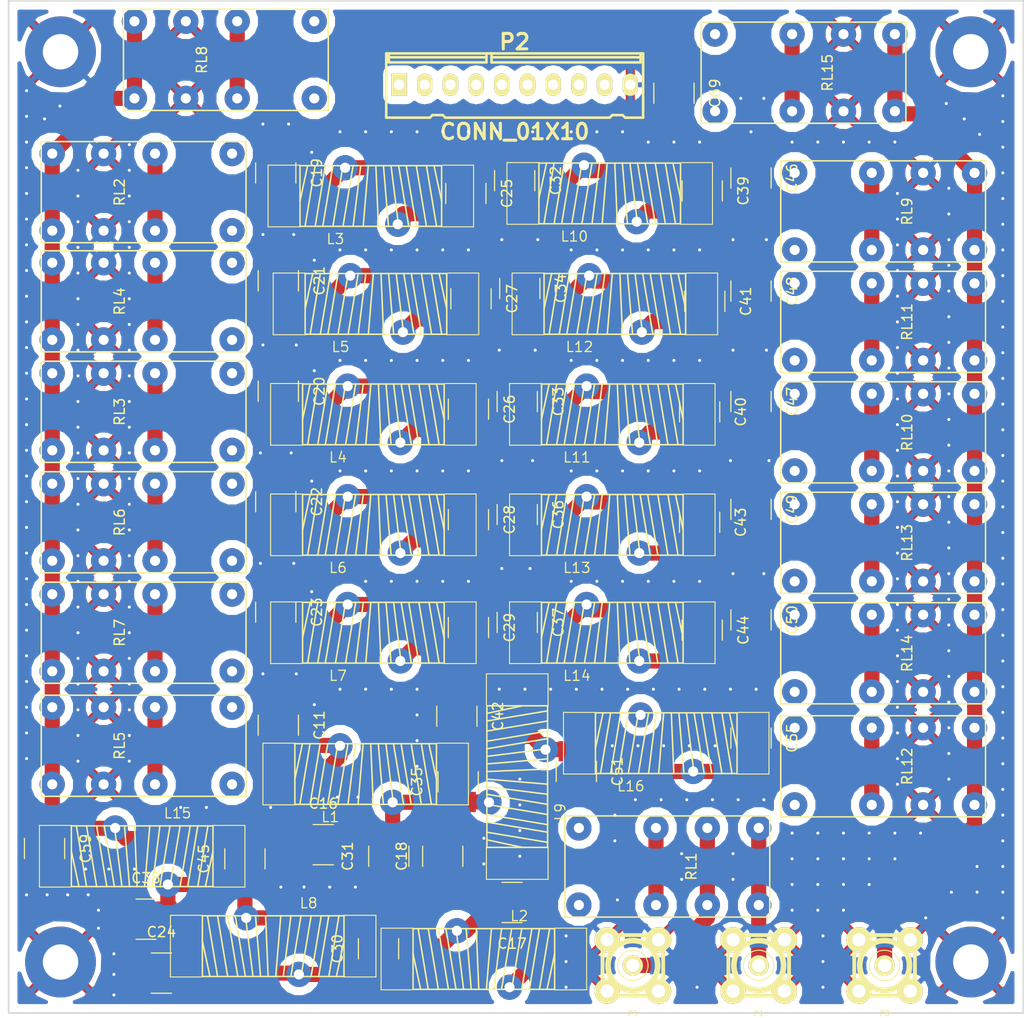
<source format=kicad_pcb>
(kicad_pcb (version 4) (host pcbnew 4.0.0-rc2-stable)
  (layers (0 Face_HF signal) (31 GND_HF power hide) (35 F.Paste user) (37 F.SilkS user) (39 F.Mask user) (44 Edge.Cuts user))
  (net 0 "")
  (net 1 80m)
  (net 2 "Net-(C11-Pad2)")
  (net 3 "Net-(C16-Pad2)")
  (net 4 "Net-(C17-Pad1)")
  (net 5 "Net-(C17-Pad2)")
  (net 6 "Net-(C19-Pad2)")
  (net 7 "Net-(C20-Pad2)")
  (net 8 "Net-(C21-Pad2)")
  (net 9 "Net-(C22-Pad2)")
  (net 10 "Net-(C23-Pad2)")
  (net 11 "Net-(C25-Pad2)")
  (net 12 "Net-(C26-Pad2)")
  (net 13 "Net-(C27-Pad2)")
  (net 14 "Net-(C28-Pad2)")
  (net 15 "Net-(C29-Pad2)")
  (net 16 "Net-(C30-Pad2)")
  (net 17 "Net-(C35-Pad2)")
  (net 18 "Net-(C39-Pad2)")
  (net 19 "Net-(C40-Pad2)")
  (net 20 "Net-(C41-Pad2)")
  (net 21 "Net-(C43-Pad2)")
  (net 22 "Net-(C44-Pad2)")
  (net 23 "Net-(C45-Pad2)")
  (net 24 "Net-(C51-Pad2)")
  (net 25 +12V)
  (net 26 "Net-(P1-Pad1)")
  (net 27 "Net-(P3-Pad1)")
  (net 28 160m)
  (net 29 40m)
  (net 30 30/20m)
  (net 31 17/15m)
  (net 32 12/10m)
  (net 33 TX_RX_RLY)
  (net 34 "Net-(P4-Pad1)")
  (net 35 "Net-(C69-Pad1)")
  (net 36 6m_Bypass)
  (net 37 "Net-(C70-Pad2)")
  (net 38 "Net-(C15-Pad1)")
  (net 39 "Net-(C12-Pad1)")
  (net 40 "Net-(C63-Pad1)")
  (net 41 "Net-(C1-Pad1)")
  (net 42 "Net-(C6-Pad1)")
  (net 43 "Net-(C10-Pad1)")
  (net 44 "Net-(C52-Pad2)")
  (net 45 "Net-(C58-Pad2)")
  (net 46 "Net-(C62-Pad1)")
  (net 47 "Net-(C2-Pad1)")
  (net 48 "Net-(C53-Pad2)")
  (net 49 "Net-(C64-Pad1)")
  (net 50 "Net-(C13-Pad1)")
  (net 51 "Net-(C68-Pad1)")
  (net 52 GND)
  (module VIA:Via-03 (layer Face_HF) (at 167.894 150.622)
    (fp_text reference REF**13 hide)
    (fp_text value Via-03-GND)
    (pad "" thru_hole circle (at 0 0) (size 0.6 0.6) (drill 0.3) (layers *.Cu) (net 52 GND))
  )
  (module VIA:Via-03 (layer Face_HF) (at 128.27 119.634)
    (fp_text reference REF**11 hide)
    (fp_text value Via-03-GND)
    (pad "" thru_hole circle (at 0 0) (size 0.6 0.6) (drill 0.3) (layers *.Cu) (net 52 GND))
  )
  (module VIA:Via-03 (layer Face_HF) (at 128.016 108.712)
    (fp_text reference REF**1181 hide)
    (fp_text value Via-03-GND)
    (pad "" thru_hole circle (at 0 0) (size 0.6 0.6) (drill 0.3) (layers *.Cu) (net 52 GND))
  )
  (module VIA:Via-03 (layer Face_HF) (at 129.794 111.506)
    (fp_text reference REF**1181 hide)
    (fp_text value Via-03-GND)
    (pad "" thru_hole circle (at 0 0) (size 0.6 0.6) (drill 0.3) (layers *.Cu) (net 52 GND))
  )
  (module VIA:Via-03 (layer Face_HF) (at 127.762 97.79)
    (fp_text reference REF**11 hide)
    (fp_text value Via-03-GND)
    (pad "" thru_hole circle (at 0 0) (size 0.6 0.6) (drill 0.3) (layers *.Cu) (net 52 GND))
  )
  (module VIA:Via-03 (layer Face_HF) (at 124.714 97.79)
    (fp_text reference REF**11 hide)
    (fp_text value Via-03-GND)
    (pad "" thru_hole circle (at 0 0) (size 0.6 0.6) (drill 0.3) (layers *.Cu) (net 52 GND))
  )
  (module VIA:Via-03 (layer Face_HF) (at 128.016 76.2)
    (fp_text reference REF**11 hide)
    (fp_text value Via-03-GND)
    (pad "" thru_hole circle (at 0 0) (size 0.6 0.6) (drill 0.3) (layers *.Cu) (net 52 GND))
  )
  (module VIA:Via-03 (layer Face_HF) (at 124.968 76.2)
    (fp_text reference REF**11 hide)
    (fp_text value Via-03-GND)
    (pad "" thru_hole circle (at 0 0) (size 0.6 0.6) (drill 0.3) (layers *.Cu) (net 52 GND))
  )
  (module VIA:Via-03 (layer Face_HF) (at 128.27 87.122)
    (fp_text reference REF**11 hide)
    (fp_text value Via-03-GND)
    (pad "" thru_hole circle (at 0 0) (size 0.6 0.6) (drill 0.3) (layers *.Cu) (net 52 GND))
  )
  (module VIA:Via-03 (layer Face_HF) (at 124.968 87.122)
    (fp_text reference REF**11 hide)
    (fp_text value Via-03-GND)
    (pad "" thru_hole circle (at 0 0) (size 0.6 0.6) (drill 0.3) (layers *.Cu) (net 52 GND))
  )
  (module VIA:Via-03 (layer Face_HF) (at 174.752 76.708)
    (fp_text reference REF**171 hide)
    (fp_text value Via-03-GND)
    (pad "" thru_hole circle (at 0 0) (size 0.6 0.6) (drill 0.3) (layers *.Cu) (net 52 GND))
  )
  (module VIA:Via-03 (layer Face_HF) (at 171.45 87.63)
    (fp_text reference REF**171 hide)
    (fp_text value Via-03-GND)
    (pad "" thru_hole circle (at 0 0) (size 0.6 0.6) (drill 0.3) (layers *.Cu) (net 52 GND))
  )
  (module VIA:Via-03 (layer Face_HF) (at 175.006 98.552)
    (fp_text reference REF**161 hide)
    (fp_text value Via-03-GND)
    (pad "" thru_hole circle (at 0 0) (size 0.6 0.6) (drill 0.3) (layers *.Cu) (net 52 GND))
  )
  (module VIA:Via-03 (layer Face_HF) (at 171.196 98.552)
    (fp_text reference REF**161 hide)
    (fp_text value Via-03-GND)
    (pad "" thru_hole circle (at 0 0) (size 0.6 0.6) (drill 0.3) (layers *.Cu) (net 52 GND))
  )
  (module VIA:Via-03 (layer Face_HF) (at 174.498 109.728)
    (fp_text reference REF**161 hide)
    (fp_text value Via-03-GND)
    (pad "" thru_hole circle (at 0 0) (size 0.6 0.6) (drill 0.3) (layers *.Cu) (net 52 GND))
  )
  (module VIA:Via-03 (layer Face_HF) (at 171.45 109.728)
    (fp_text reference REF**161 hide)
    (fp_text value Via-03-GND)
    (pad "" thru_hole circle (at 0 0) (size 0.6 0.6) (drill 0.3) (layers *.Cu) (net 52 GND))
  )
  (module VIA:Via-03 (layer Face_HF) (at 152.146 76.708)
    (fp_text reference REF** hide)
    (fp_text value Via-03-GND)
    (pad "" thru_hole circle (at 0 0) (size 0.6 0.6) (drill 0.3) (layers *.Cu) (net 52 GND))
  )
  (module VIA:Via-03 (layer Face_HF) (at 130.048 122.682)
    (fp_text reference REF**512 hide)
    (fp_text value Via-03-GND)
    (pad "" thru_hole circle (at 0 0) (size 0.6 0.6) (drill 0.3) (layers *.Cu) (net 52 GND))
  )
  (module VIA:Via-03 (layer Face_HF) (at 140.208 128.778)
    (fp_text reference REF**514 hide)
    (fp_text value Via-03-GND)
    (pad "" thru_hole circle (at 0 0) (size 0.6 0.6) (drill 0.3) (layers *.Cu) (net 52 GND))
  )
  (module VIA:Via-03 (layer Face_HF) (at 140.208 126.238)
    (fp_text reference REF**513 hide)
    (fp_text value Via-03-GND)
    (pad "" thru_hole circle (at 0 0) (size 0.6 0.6) (drill 0.3) (layers *.Cu) (net 52 GND))
  )
  (module VIA:Via-03 (layer Face_HF) (at 140.208 123.698)
    (fp_text reference REF**512 hide)
    (fp_text value Via-03-GND)
    (pad "" thru_hole circle (at 0 0) (size 0.6 0.6) (drill 0.3) (layers *.Cu) (net 52 GND))
  )
  (module VIA:Via-03 (layer Face_HF) (at 134.366 131.826)
    (fp_text reference REF** hide)
    (fp_text value Via-03-GND)
    (pad "" thru_hole circle (at 0 0) (size 0.6 0.6) (drill 0.3) (layers *.Cu) (net 52 GND))
  )
  (module VIA:Via-03 (layer Face_HF) (at 146.812 135.89)
    (fp_text reference REF**12 hide)
    (fp_text value Via-03-GND)
    (pad "" thru_hole circle (at 0 0) (size 0.6 0.6) (drill 0.3) (layers *.Cu) (net 52 GND))
  )
  (module VIA:Via-03 (layer Face_HF) (at 146.812 138.43)
    (fp_text reference REF**11 hide)
    (fp_text value Via-03-GND)
    (pad "" thru_hole circle (at 0 0) (size 0.6 0.6) (drill 0.3) (layers *.Cu) (net 52 GND))
  )
  (module VIA:Via-03 (layer Face_HF) (at 150.368 130.048)
    (fp_text reference REF**14 hide)
    (fp_text value Via-03-GND)
    (pad "" thru_hole circle (at 0 0) (size 0.6 0.6) (drill 0.3) (layers *.Cu) (net 52 GND))
  )
  (module VIA:Via-03 (layer Face_HF) (at 150.368 132.588)
    (fp_text reference REF**13 hide)
    (fp_text value Via-03-GND)
    (pad "" thru_hole circle (at 0 0) (size 0.6 0.6) (drill 0.3) (layers *.Cu) (net 52 GND))
  )
  (module VIA:Via-03 (layer Face_HF) (at 150.368 135.128)
    (fp_text reference REF**12 hide)
    (fp_text value Via-03-GND)
    (pad "" thru_hole circle (at 0 0) (size 0.6 0.6) (drill 0.3) (layers *.Cu) (net 52 GND))
  )
  (module VIA:Via-03 (layer Face_HF) (at 104.902 63.5)
    (fp_text reference REF**1127 hide)
    (fp_text value Via-03-GND)
    (pad "" thru_hole circle (at 0 0) (size 0.6 0.6) (drill 0.3) (layers *.Cu) (net 52 GND))
  )
  (module VIA:Via-03 (layer Face_HF) (at 103.378 64.77)
    (fp_text reference REF**1126 hide)
    (fp_text value Via-03-GND)
    (pad "" thru_hole circle (at 0 0) (size 0.6 0.6) (drill 0.3) (layers *.Cu) (net 52 GND))
  )
  (module VIA:Via-03 (layer Face_HF) (at 174.498 62.738)
    (fp_text reference REF**181 hide)
    (fp_text value Via-03-GND)
    (pad "" thru_hole circle (at 0 0) (size 0.6 0.6) (drill 0.3) (layers *.Cu) (net 52 GND))
  )
  (module VIA:Via-03 (layer Face_HF) (at 172.212 62.738)
    (fp_text reference REF**181 hide)
    (fp_text value Via-03-GND)
    (pad "" thru_hole circle (at 0 0) (size 0.6 0.6) (drill 0.3) (layers *.Cu) (net 52 GND))
  )
  (module VIA:Via-03 (layer Face_HF) (at 163.068 67.056)
    (fp_text reference REF** hide)
    (fp_text value Via-03-GND)
    (pad "" thru_hole circle (at 0 0) (size 0.6 0.6) (drill 0.3) (layers *.Cu) (net 52 GND))
  )
  (module VIA:Via-03 (layer Face_HF) (at 168.148 67.056)
    (fp_text reference REF** hide)
    (fp_text value Via-03-GND)
    (pad "" thru_hole circle (at 0 0) (size 0.6 0.6) (drill 0.3) (layers *.Cu) (net 52 GND))
  )
  (module VIA:Via-03 (layer Face_HF) (at 187.452 67.056)
    (fp_text reference REF**51 hide)
    (fp_text value Via-03-GND)
    (pad "" thru_hole circle (at 0 0) (size 0.6 0.6) (drill 0.3) (layers *.Cu) (net 52 GND))
  )
  (module VIA:Via-03 (layer Face_HF) (at 184.912 67.056)
    (fp_text reference REF**41 hide)
    (fp_text value Via-03-GND)
    (pad "" thru_hole circle (at 0 0) (size 0.6 0.6) (drill 0.3) (layers *.Cu) (net 52 GND))
  )
  (module VIA:Via-03 (layer Face_HF) (at 182.372 67.056)
    (fp_text reference REF**31 hide)
    (fp_text value Via-03-GND)
    (pad "" thru_hole circle (at 0 0) (size 0.6 0.6) (drill 0.3) (layers *.Cu) (net 52 GND))
  )
  (module VIA:Via-03 (layer Face_HF) (at 179.832 67.056)
    (fp_text reference REF**21 hide)
    (fp_text value Via-03-GND)
    (pad "" thru_hole circle (at 0 0) (size 0.6 0.6) (drill 0.3) (layers *.Cu) (net 52 GND))
  )
  (module VIA:Via-03 (layer Face_HF) (at 187.706 72.136)
    (fp_text reference REF**11124 hide)
    (fp_text value Via-03-GND)
    (pad "" thru_hole circle (at 0 0) (size 0.6 0.6) (drill 0.3) (layers *.Cu) (net 52 GND))
  )
  (module VIA:Via-03 (layer Face_HF) (at 187.706 74.676)
    (fp_text reference REF**11123 hide)
    (fp_text value Via-03-GND)
    (pad "" thru_hole circle (at 0 0) (size 0.6 0.6) (drill 0.3) (layers *.Cu) (net 52 GND))
  )
  (module VIA:Via-03 (layer Face_HF) (at 187.706 77.216)
    (fp_text reference REF**11122 hide)
    (fp_text value Via-03-GND)
    (pad "" thru_hole circle (at 0 0) (size 0.6 0.6) (drill 0.3) (layers *.Cu) (net 52 GND))
  )
  (module VIA:Via-03 (layer Face_HF) (at 187.706 79.756)
    (fp_text reference REF**11121 hide)
    (fp_text value Via-03-GND)
    (pad "" thru_hole circle (at 0 0) (size 0.6 0.6) (drill 0.3) (layers *.Cu) (net 52 GND))
  )
  (module VIA:Via-03 (layer Face_HF) (at 187.706 82.296)
    (fp_text reference REF**11120 hide)
    (fp_text value Via-03-GND)
    (pad "" thru_hole circle (at 0 0) (size 0.6 0.6) (drill 0.3) (layers *.Cu) (net 52 GND))
  )
  (module VIA:Via-03 (layer Face_HF) (at 187.706 84.836)
    (fp_text reference REF**11119 hide)
    (fp_text value Via-03-GND)
    (pad "" thru_hole circle (at 0 0) (size 0.6 0.6) (drill 0.3) (layers *.Cu) (net 52 GND))
  )
  (module VIA:Via-03 (layer Face_HF) (at 187.706 87.376)
    (fp_text reference REF**11118 hide)
    (fp_text value Via-03-GND)
    (pad "" thru_hole circle (at 0 0) (size 0.6 0.6) (drill 0.3) (layers *.Cu) (net 52 GND))
  )
  (module VIA:Via-03 (layer Face_HF) (at 187.706 89.916)
    (fp_text reference REF**11117 hide)
    (fp_text value Via-03-GND)
    (pad "" thru_hole circle (at 0 0) (size 0.6 0.6) (drill 0.3) (layers *.Cu) (net 52 GND))
  )
  (module VIA:Via-03 (layer Face_HF) (at 187.706 92.456)
    (fp_text reference REF**11116 hide)
    (fp_text value Via-03-GND)
    (pad "" thru_hole circle (at 0 0) (size 0.6 0.6) (drill 0.3) (layers *.Cu) (net 52 GND))
  )
  (module VIA:Via-03 (layer Face_HF) (at 187.706 94.996)
    (fp_text reference REF**11115 hide)
    (fp_text value Via-03-GND)
    (pad "" thru_hole circle (at 0 0) (size 0.6 0.6) (drill 0.3) (layers *.Cu) (net 52 GND))
  )
  (module VIA:Via-03 (layer Face_HF) (at 187.706 97.536)
    (fp_text reference REF**11114 hide)
    (fp_text value Via-03-GND)
    (pad "" thru_hole circle (at 0 0) (size 0.6 0.6) (drill 0.3) (layers *.Cu) (net 52 GND))
  )
  (module VIA:Via-03 (layer Face_HF) (at 187.706 100.076)
    (fp_text reference REF**11113 hide)
    (fp_text value Via-03-GND)
    (pad "" thru_hole circle (at 0 0) (size 0.6 0.6) (drill 0.3) (layers *.Cu) (net 52 GND))
  )
  (module VIA:Via-03 (layer Face_HF) (at 187.706 102.616)
    (fp_text reference REF**11112 hide)
    (fp_text value Via-03-GND)
    (pad "" thru_hole circle (at 0 0) (size 0.6 0.6) (drill 0.3) (layers *.Cu) (net 52 GND))
  )
  (module VIA:Via-03 (layer Face_HF) (at 187.706 105.156)
    (fp_text reference REF**11111 hide)
    (fp_text value Via-03-GND)
    (pad "" thru_hole circle (at 0 0) (size 0.6 0.6) (drill 0.3) (layers *.Cu) (net 52 GND))
  )
  (module VIA:Via-03 (layer Face_HF) (at 187.706 107.696)
    (fp_text reference REF**11110 hide)
    (fp_text value Via-03-GND)
    (pad "" thru_hole circle (at 0 0) (size 0.6 0.6) (drill 0.3) (layers *.Cu) (net 52 GND))
  )
  (module VIA:Via-03 (layer Face_HF) (at 187.706 110.236)
    (fp_text reference REF**1119 hide)
    (fp_text value Via-03-GND)
    (pad "" thru_hole circle (at 0 0) (size 0.6 0.6) (drill 0.3) (layers *.Cu) (net 52 GND))
  )
  (module VIA:Via-03 (layer Face_HF) (at 187.706 112.776)
    (fp_text reference REF**1118 hide)
    (fp_text value Via-03-GND)
    (pad "" thru_hole circle (at 0 0) (size 0.6 0.6) (drill 0.3) (layers *.Cu) (net 52 GND))
  )
  (module VIA:Via-03 (layer Face_HF) (at 187.706 115.316)
    (fp_text reference REF**1117 hide)
    (fp_text value Via-03-GND)
    (pad "" thru_hole circle (at 0 0) (size 0.6 0.6) (drill 0.3) (layers *.Cu) (net 52 GND))
  )
  (module VIA:Via-03 (layer Face_HF) (at 187.706 117.856)
    (fp_text reference REF**1116 hide)
    (fp_text value Via-03-GND)
    (pad "" thru_hole circle (at 0 0) (size 0.6 0.6) (drill 0.3) (layers *.Cu) (net 52 GND))
  )
  (module VIA:Via-03 (layer Face_HF) (at 187.706 120.396)
    (fp_text reference REF**1115 hide)
    (fp_text value Via-03-GND)
    (pad "" thru_hole circle (at 0 0) (size 0.6 0.6) (drill 0.3) (layers *.Cu) (net 52 GND))
  )
  (module VIA:Via-03 (layer Face_HF) (at 187.706 122.936)
    (fp_text reference REF**1114 hide)
    (fp_text value Via-03-GND)
    (pad "" thru_hole circle (at 0 0) (size 0.6 0.6) (drill 0.3) (layers *.Cu) (net 52 GND))
  )
  (module VIA:Via-03 (layer Face_HF) (at 187.706 125.476)
    (fp_text reference REF**1113 hide)
    (fp_text value Via-03-GND)
    (pad "" thru_hole circle (at 0 0) (size 0.6 0.6) (drill 0.3) (layers *.Cu) (net 52 GND))
  )
  (module VIA:Via-03 (layer Face_HF) (at 187.706 128.016)
    (fp_text reference REF**1112 hide)
    (fp_text value Via-03-GND)
    (pad "" thru_hole circle (at 0 0) (size 0.6 0.6) (drill 0.3) (layers *.Cu) (net 52 GND))
  )
  (module VIA:Via-03 (layer Face_HF) (at 169.672 126.746)
    (fp_text reference REF**51 hide)
    (fp_text value Via-03-GND)
    (pad "" thru_hole circle (at 0 0) (size 0.6 0.6) (drill 0.3) (layers *.Cu) (net 52 GND))
  )
  (module VIA:Via-03 (layer Face_HF) (at 167.132 126.746)
    (fp_text reference REF**41 hide)
    (fp_text value Via-03-GND)
    (pad "" thru_hole circle (at 0 0) (size 0.6 0.6) (drill 0.3) (layers *.Cu) (net 52 GND))
  )
  (module VIA:Via-03 (layer Face_HF) (at 164.592 126.746)
    (fp_text reference REF**31 hide)
    (fp_text value Via-03-GND)
    (pad "" thru_hole circle (at 0 0) (size 0.6 0.6) (drill 0.3) (layers *.Cu) (net 52 GND))
  )
  (module VIA:Via-03 (layer Face_HF) (at 162.052 126.746)
    (fp_text reference REF**21 hide)
    (fp_text value Via-03-GND)
    (pad "" thru_hole circle (at 0 0) (size 0.6 0.6) (drill 0.3) (layers *.Cu) (net 52 GND))
  )
  (module VIA:Via-03 (layer Face_HF) (at 112.268 138.938)
    (fp_text reference REF** hide)
    (fp_text value Via-03-GND)
    (pad "" thru_hole circle (at 0 0) (size 0.6 0.6) (drill 0.3) (layers *.Cu) (net 52 GND))
  )
  (module VIA:Via-03 (layer Face_HF) (at 109.728 138.938)
    (fp_text reference REF** hide)
    (fp_text value Via-03-GND)
    (pad "" thru_hole circle (at 0 0) (size 0.6 0.6) (drill 0.3) (layers *.Cu) (net 52 GND))
  )
  (module VIA:Via-03 (layer Face_HF) (at 125.73 132.842)
    (fp_text reference REF**41 hide)
    (fp_text value Via-03-GND)
    (pad "" thru_hole circle (at 0 0) (size 0.6 0.6) (drill 0.3) (layers *.Cu) (net 52 GND))
  )
  (module VIA:Via-03 (layer Face_HF) (at 119.38 132.842)
    (fp_text reference REF**21 hide)
    (fp_text value Via-03-GND)
    (pad "" thru_hole circle (at 0 0) (size 0.6 0.6) (drill 0.3) (layers *.Cu) (net 52 GND))
  )
  (module VIA:Via-03 (layer Face_HF) (at 159.766 133.604)
    (fp_text reference REF** hide)
    (fp_text value Via-03-GND)
    (pad "" thru_hole circle (at 0 0) (size 0.6 0.6) (drill 0.3) (layers *.Cu) (net 52 GND))
  )
  (module VIA:Via-03 (layer Face_HF) (at 171.45 137.414)
    (fp_text reference REF** hide)
    (fp_text value Via-03-GND)
    (pad "" thru_hole circle (at 0 0) (size 0.6 0.6) (drill 0.3) (layers *.Cu) (net 52 GND))
  )
  (module VIA:Via-03 (layer Face_HF) (at 171.45 139.954)
    (fp_text reference REF** hide)
    (fp_text value Via-03-GND)
    (pad "" thru_hole circle (at 0 0) (size 0.6 0.6) (drill 0.3) (layers *.Cu) (net 52 GND))
  )
  (module VIA:Via-03 (layer Face_HF) (at 166.37 139.954)
    (fp_text reference REF** hide)
    (fp_text value Via-03-GND)
    (pad "" thru_hole circle (at 0 0) (size 0.6 0.6) (drill 0.3) (layers *.Cu) (net 52 GND))
  )
  (module VIA:Via-03 (layer Face_HF) (at 124.714 108.712)
    (fp_text reference REF**1181 hide)
    (fp_text value Via-03-GND)
    (pad "" thru_hole circle (at 0 0) (size 0.6 0.6) (drill 0.3) (layers *.Cu) (net 52 GND))
  )
  (module VIA:Via-03 (layer Face_HF) (at 174.752 87.63)
    (fp_text reference REF**171 hide)
    (fp_text value Via-03-GND)
    (pad "" thru_hole circle (at 0 0) (size 0.6 0.6) (drill 0.3) (layers *.Cu) (net 52 GND))
  )
  (module VIA:Via-03 (layer Face_HF) (at 168.148 88.646)
    (fp_text reference REF**161 hide)
    (fp_text value Via-03-GND)
    (pad "" thru_hole circle (at 0 0) (size 0.6 0.6) (drill 0.3) (layers *.Cu) (net 52 GND))
  )
  (module VIA:Via-03 (layer Face_HF) (at 165.608 88.646)
    (fp_text reference REF**151 hide)
    (fp_text value Via-03-GND)
    (pad "" thru_hole circle (at 0 0) (size 0.6 0.6) (drill 0.3) (layers *.Cu) (net 52 GND))
  )
  (module VIA:Via-03 (layer Face_HF) (at 163.068 88.646)
    (fp_text reference REF**141 hide)
    (fp_text value Via-03-GND)
    (pad "" thru_hole circle (at 0 0) (size 0.6 0.6) (drill 0.3) (layers *.Cu) (net 52 GND))
  )
  (module VIA:Via-03 (layer Face_HF) (at 160.528 88.646)
    (fp_text reference REF**131 hide)
    (fp_text value Via-03-GND)
    (pad "" thru_hole circle (at 0 0) (size 0.6 0.6) (drill 0.3) (layers *.Cu) (net 52 GND))
  )
  (module VIA:Via-03 (layer Face_HF) (at 157.988 88.646)
    (fp_text reference REF**121 hide)
    (fp_text value Via-03-GND)
    (pad "" thru_hole circle (at 0 0) (size 0.6 0.6) (drill 0.3) (layers *.Cu) (net 52 GND))
  )
  (module VIA:Via-03 (layer Face_HF) (at 155.448 88.646)
    (fp_text reference REF**111 hide)
    (fp_text value Via-03-GND)
    (pad "" thru_hole circle (at 0 0) (size 0.6 0.6) (drill 0.3) (layers *.Cu) (net 52 GND))
  )
  (module VIA:Via-03 (layer Face_HF) (at 151.892 87.63)
    (fp_text reference REF**101 hide)
    (fp_text value Via-03-GND)
    (pad "" thru_hole circle (at 0 0) (size 0.6 0.6) (drill 0.3) (layers *.Cu) (net 52 GND))
  )
  (module VIA:Via-03 (layer Face_HF) (at 148.336 87.63)
    (fp_text reference REF**81 hide)
    (fp_text value Via-03-GND)
    (pad "" thru_hole circle (at 0 0) (size 0.6 0.6) (drill 0.3) (layers *.Cu) (net 52 GND))
  )
  (module VIA:Via-03 (layer Face_HF) (at 145.288 88.646)
    (fp_text reference REF**71 hide)
    (fp_text value Via-03-GND)
    (pad "" thru_hole circle (at 0 0) (size 0.6 0.6) (drill 0.3) (layers *.Cu) (net 52 GND))
  )
  (module VIA:Via-03 (layer Face_HF) (at 142.748 88.646)
    (fp_text reference REF**61 hide)
    (fp_text value Via-03-GND)
    (pad "" thru_hole circle (at 0 0) (size 0.6 0.6) (drill 0.3) (layers *.Cu) (net 52 GND))
  )
  (module VIA:Via-03 (layer Face_HF) (at 140.208 88.646)
    (fp_text reference REF**51 hide)
    (fp_text value Via-03-GND)
    (pad "" thru_hole circle (at 0 0) (size 0.6 0.6) (drill 0.3) (layers *.Cu) (net 52 GND))
  )
  (module VIA:Via-03 (layer Face_HF) (at 137.668 88.646)
    (fp_text reference REF**41 hide)
    (fp_text value Via-03-GND)
    (pad "" thru_hole circle (at 0 0) (size 0.6 0.6) (drill 0.3) (layers *.Cu) (net 52 GND))
  )
  (module VIA:Via-03 (layer Face_HF) (at 135.128 88.646)
    (fp_text reference REF**31 hide)
    (fp_text value Via-03-GND)
    (pad "" thru_hole circle (at 0 0) (size 0.6 0.6) (drill 0.3) (layers *.Cu) (net 52 GND))
  )
  (module VIA:Via-03 (layer Face_HF) (at 132.588 88.646)
    (fp_text reference REF**21 hide)
    (fp_text value Via-03-GND)
    (pad "" thru_hole circle (at 0 0) (size 0.6 0.6) (drill 0.3) (layers *.Cu) (net 52 GND))
  )
  (module VIA:Via-03 (layer Face_HF) (at 171.45 76.708)
    (fp_text reference REF**171 hide)
    (fp_text value Via-03-GND)
    (pad "" thru_hole circle (at 0 0) (size 0.6 0.6) (drill 0.3) (layers *.Cu) (net 52 GND))
  )
  (module VIA:Via-03 (layer Face_HF) (at 168.148 77.724)
    (fp_text reference REF**161 hide)
    (fp_text value Via-03-GND)
    (pad "" thru_hole circle (at 0 0) (size 0.6 0.6) (drill 0.3) (layers *.Cu) (net 52 GND))
  )
  (module VIA:Via-03 (layer Face_HF) (at 165.608 77.724)
    (fp_text reference REF**151 hide)
    (fp_text value Via-03-GND)
    (pad "" thru_hole circle (at 0 0) (size 0.6 0.6) (drill 0.3) (layers *.Cu) (net 52 GND))
  )
  (module VIA:Via-03 (layer Face_HF) (at 163.068 77.724)
    (fp_text reference REF**141 hide)
    (fp_text value Via-03-GND)
    (pad "" thru_hole circle (at 0 0) (size 0.6 0.6) (drill 0.3) (layers *.Cu) (net 52 GND))
  )
  (module VIA:Via-03 (layer Face_HF) (at 160.528 77.724)
    (fp_text reference REF**131 hide)
    (fp_text value Via-03-GND)
    (pad "" thru_hole circle (at 0 0) (size 0.6 0.6) (drill 0.3) (layers *.Cu) (net 52 GND))
  )
  (module VIA:Via-03 (layer Face_HF) (at 157.988 77.724)
    (fp_text reference REF**121 hide)
    (fp_text value Via-03-GND)
    (pad "" thru_hole circle (at 0 0) (size 0.6 0.6) (drill 0.3) (layers *.Cu) (net 52 GND))
  )
  (module VIA:Via-03 (layer Face_HF) (at 155.448 77.724)
    (fp_text reference REF**111 hide)
    (fp_text value Via-03-GND)
    (pad "" thru_hole circle (at 0 0) (size 0.6 0.6) (drill 0.3) (layers *.Cu) (net 52 GND))
  )
  (module VIA:Via-03 (layer Face_HF) (at 145.288 77.724)
    (fp_text reference REF**71 hide)
    (fp_text value Via-03-GND)
    (pad "" thru_hole circle (at 0 0) (size 0.6 0.6) (drill 0.3) (layers *.Cu) (net 52 GND))
  )
  (module VIA:Via-03 (layer Face_HF) (at 142.748 77.724)
    (fp_text reference REF**61 hide)
    (fp_text value Via-03-GND)
    (pad "" thru_hole circle (at 0 0) (size 0.6 0.6) (drill 0.3) (layers *.Cu) (net 52 GND))
  )
  (module VIA:Via-03 (layer Face_HF) (at 140.208 77.724)
    (fp_text reference REF**51 hide)
    (fp_text value Via-03-GND)
    (pad "" thru_hole circle (at 0 0) (size 0.6 0.6) (drill 0.3) (layers *.Cu) (net 52 GND))
  )
  (module VIA:Via-03 (layer Face_HF) (at 137.668 77.724)
    (fp_text reference REF**41 hide)
    (fp_text value Via-03-GND)
    (pad "" thru_hole circle (at 0 0) (size 0.6 0.6) (drill 0.3) (layers *.Cu) (net 52 GND))
  )
  (module VIA:Via-03 (layer Face_HF) (at 135.128 77.724)
    (fp_text reference REF**31 hide)
    (fp_text value Via-03-GND)
    (pad "" thru_hole circle (at 0 0) (size 0.6 0.6) (drill 0.3) (layers *.Cu) (net 52 GND))
  )
  (module VIA:Via-03 (layer Face_HF) (at 132.588 77.724)
    (fp_text reference REF**21 hide)
    (fp_text value Via-03-GND)
    (pad "" thru_hole circle (at 0 0) (size 0.6 0.6) (drill 0.3) (layers *.Cu) (net 52 GND))
  )
  (module VIA:Via-03 (layer Face_HF) (at 192.786 71.628)
    (fp_text reference REF**124 hide)
    (fp_text value Via-03-GND)
    (pad "" thru_hole circle (at 0 0) (size 0.6 0.6) (drill 0.3) (layers *.Cu) (net 52 GND))
  )
  (module VIA:Via-03 (layer Face_HF) (at 192.786 74.168)
    (fp_text reference REF**123 hide)
    (fp_text value Via-03-GND)
    (pad "" thru_hole circle (at 0 0) (size 0.6 0.6) (drill 0.3) (layers *.Cu) (net 52 GND))
  )
  (module VIA:Via-03 (layer Face_HF) (at 192.786 76.708)
    (fp_text reference REF**122 hide)
    (fp_text value Via-03-GND)
    (pad "" thru_hole circle (at 0 0) (size 0.6 0.6) (drill 0.3) (layers *.Cu) (net 52 GND))
  )
  (module VIA:Via-03 (layer Face_HF) (at 192.786 79.248)
    (fp_text reference REF**121 hide)
    (fp_text value Via-03-GND)
    (pad "" thru_hole circle (at 0 0) (size 0.6 0.6) (drill 0.3) (layers *.Cu) (net 52 GND))
  )
  (module VIA:Via-03 (layer Face_HF) (at 192.786 81.788)
    (fp_text reference REF**120 hide)
    (fp_text value Via-03-GND)
    (pad "" thru_hole circle (at 0 0) (size 0.6 0.6) (drill 0.3) (layers *.Cu) (net 52 GND))
  )
  (module VIA:Via-03 (layer Face_HF) (at 192.786 84.328)
    (fp_text reference REF**119 hide)
    (fp_text value Via-03-GND)
    (pad "" thru_hole circle (at 0 0) (size 0.6 0.6) (drill 0.3) (layers *.Cu) (net 52 GND))
  )
  (module VIA:Via-03 (layer Face_HF) (at 192.786 86.868)
    (fp_text reference REF**118 hide)
    (fp_text value Via-03-GND)
    (pad "" thru_hole circle (at 0 0) (size 0.6 0.6) (drill 0.3) (layers *.Cu) (net 52 GND))
  )
  (module VIA:Via-03 (layer Face_HF) (at 192.786 89.408)
    (fp_text reference REF**117 hide)
    (fp_text value Via-03-GND)
    (pad "" thru_hole circle (at 0 0) (size 0.6 0.6) (drill 0.3) (layers *.Cu) (net 52 GND))
  )
  (module VIA:Via-03 (layer Face_HF) (at 192.786 91.948)
    (fp_text reference REF**116 hide)
    (fp_text value Via-03-GND)
    (pad "" thru_hole circle (at 0 0) (size 0.6 0.6) (drill 0.3) (layers *.Cu) (net 52 GND))
  )
  (module VIA:Via-03 (layer Face_HF) (at 192.786 94.488)
    (fp_text reference REF**115 hide)
    (fp_text value Via-03-GND)
    (pad "" thru_hole circle (at 0 0) (size 0.6 0.6) (drill 0.3) (layers *.Cu) (net 52 GND))
  )
  (module VIA:Via-03 (layer Face_HF) (at 192.786 97.028)
    (fp_text reference REF**114 hide)
    (fp_text value Via-03-GND)
    (pad "" thru_hole circle (at 0 0) (size 0.6 0.6) (drill 0.3) (layers *.Cu) (net 52 GND))
  )
  (module VIA:Via-03 (layer Face_HF) (at 192.786 99.568)
    (fp_text reference REF**113 hide)
    (fp_text value Via-03-GND)
    (pad "" thru_hole circle (at 0 0) (size 0.6 0.6) (drill 0.3) (layers *.Cu) (net 52 GND))
  )
  (module VIA:Via-03 (layer Face_HF) (at 192.786 102.108)
    (fp_text reference REF**112 hide)
    (fp_text value Via-03-GND)
    (pad "" thru_hole circle (at 0 0) (size 0.6 0.6) (drill 0.3) (layers *.Cu) (net 52 GND))
  )
  (module VIA:Via-03 (layer Face_HF) (at 192.786 104.648)
    (fp_text reference REF**111 hide)
    (fp_text value Via-03-GND)
    (pad "" thru_hole circle (at 0 0) (size 0.6 0.6) (drill 0.3) (layers *.Cu) (net 52 GND))
  )
  (module VIA:Via-03 (layer Face_HF) (at 192.786 107.188)
    (fp_text reference REF**110 hide)
    (fp_text value Via-03-GND)
    (pad "" thru_hole circle (at 0 0) (size 0.6 0.6) (drill 0.3) (layers *.Cu) (net 52 GND))
  )
  (module VIA:Via-03 (layer Face_HF) (at 192.786 109.728)
    (fp_text reference REF**19 hide)
    (fp_text value Via-03-GND)
    (pad "" thru_hole circle (at 0 0) (size 0.6 0.6) (drill 0.3) (layers *.Cu) (net 52 GND))
  )
  (module VIA:Via-03 (layer Face_HF) (at 192.786 112.268)
    (fp_text reference REF**18 hide)
    (fp_text value Via-03-GND)
    (pad "" thru_hole circle (at 0 0) (size 0.6 0.6) (drill 0.3) (layers *.Cu) (net 52 GND))
  )
  (module VIA:Via-03 (layer Face_HF) (at 192.786 114.808)
    (fp_text reference REF**17 hide)
    (fp_text value Via-03-GND)
    (pad "" thru_hole circle (at 0 0) (size 0.6 0.6) (drill 0.3) (layers *.Cu) (net 52 GND))
  )
  (module VIA:Via-03 (layer Face_HF) (at 192.786 117.348)
    (fp_text reference REF**16 hide)
    (fp_text value Via-03-GND)
    (pad "" thru_hole circle (at 0 0) (size 0.6 0.6) (drill 0.3) (layers *.Cu) (net 52 GND))
  )
  (module VIA:Via-03 (layer Face_HF) (at 192.786 119.888)
    (fp_text reference REF**15 hide)
    (fp_text value Via-03-GND)
    (pad "" thru_hole circle (at 0 0) (size 0.6 0.6) (drill 0.3) (layers *.Cu) (net 52 GND))
  )
  (module VIA:Via-03 (layer Face_HF) (at 192.786 122.428)
    (fp_text reference REF**14 hide)
    (fp_text value Via-03-GND)
    (pad "" thru_hole circle (at 0 0) (size 0.6 0.6) (drill 0.3) (layers *.Cu) (net 52 GND))
  )
  (module VIA:Via-03 (layer Face_HF) (at 192.786 124.968)
    (fp_text reference REF**13 hide)
    (fp_text value Via-03-GND)
    (pad "" thru_hole circle (at 0 0) (size 0.6 0.6) (drill 0.3) (layers *.Cu) (net 52 GND))
  )
  (module VIA:Via-03 (layer Face_HF) (at 192.786 127.508)
    (fp_text reference REF**12 hide)
    (fp_text value Via-03-GND)
    (pad "" thru_hole circle (at 0 0) (size 0.6 0.6) (drill 0.3) (layers *.Cu) (net 52 GND))
  )
  (module VIA:Via-03 (layer Face_HF) (at 192.532 63.246)
    (fp_text reference REF**11131 hide)
    (fp_text value Via-03-GND)
    (pad "" thru_hole circle (at 0 0) (size 0.6 0.6) (drill 0.3) (layers *.Cu) (net 52 GND))
  )
  (module VIA:Via-03 (layer Face_HF) (at 194.31 64.77)
    (fp_text reference REF**11131 hide)
    (fp_text value Via-03-GND)
    (pad "" thru_hole circle (at 0 0) (size 0.6 0.6) (drill 0.3) (layers *.Cu) (net 52 GND))
  )
  (module VIA:Via-03 (layer Face_HF) (at 195.834 66.294)
    (fp_text reference REF**11131 hide)
    (fp_text value Via-03-GND)
    (pad "" thru_hole circle (at 0 0) (size 0.6 0.6) (drill 0.3) (layers *.Cu) (net 52 GND))
  )
  (module VIA:Via-03 (layer Face_HF) (at 127.508 65.278)
    (fp_text reference REF** hide)
    (fp_text value Via-03-GND)
    (pad "" thru_hole circle (at 0 0) (size 0.6 0.6) (drill 0.3) (layers *.Cu) (net 52 GND))
  )
  (module VIA:Via-03 (layer Face_HF) (at 173.228 66.04)
    (fp_text reference REF**181 hide)
    (fp_text value Via-03-GND)
    (pad "" thru_hole circle (at 0 0) (size 0.6 0.6) (drill 0.3) (layers *.Cu) (net 52 GND))
  )
  (module VIA:Via-03 (layer Face_HF) (at 160.528 66.04)
    (fp_text reference REF**131 hide)
    (fp_text value Via-03-GND)
    (pad "" thru_hole circle (at 0 0) (size 0.6 0.6) (drill 0.3) (layers *.Cu) (net 52 GND))
  )
  (module VIA:Via-03 (layer Face_HF) (at 157.988 66.04)
    (fp_text reference REF**121 hide)
    (fp_text value Via-03-GND)
    (pad "" thru_hole circle (at 0 0) (size 0.6 0.6) (drill 0.3) (layers *.Cu) (net 52 GND))
  )
  (module VIA:Via-03 (layer Face_HF) (at 155.448 66.04)
    (fp_text reference REF**111 hide)
    (fp_text value Via-03-GND)
    (pad "" thru_hole circle (at 0 0) (size 0.6 0.6) (drill 0.3) (layers *.Cu) (net 52 GND))
  )
  (module VIA:Via-03 (layer Face_HF) (at 151.638 66.04)
    (fp_text reference REF**101 hide)
    (fp_text value Via-03-GND)
    (pad "" thru_hole circle (at 0 0) (size 0.6 0.6) (drill 0.3) (layers *.Cu) (net 52 GND))
  )
  (module VIA:Via-03 (layer Face_HF) (at 148.082 66.04)
    (fp_text reference REF**81 hide)
    (fp_text value Via-03-GND)
    (pad "" thru_hole circle (at 0 0) (size 0.6 0.6) (drill 0.3) (layers *.Cu) (net 52 GND))
  )
  (module VIA:Via-03 (layer Face_HF) (at 145.288 66.04)
    (fp_text reference REF**71 hide)
    (fp_text value Via-03-GND)
    (pad "" thru_hole circle (at 0 0) (size 0.6 0.6) (drill 0.3) (layers *.Cu) (net 52 GND))
  )
  (module VIA:Via-03 (layer Face_HF) (at 142.748 66.04)
    (fp_text reference REF**61 hide)
    (fp_text value Via-03-GND)
    (pad "" thru_hole circle (at 0 0) (size 0.6 0.6) (drill 0.3) (layers *.Cu) (net 52 GND))
  )
  (module VIA:Via-03 (layer Face_HF) (at 140.208 66.04)
    (fp_text reference REF**51 hide)
    (fp_text value Via-03-GND)
    (pad "" thru_hole circle (at 0 0) (size 0.6 0.6) (drill 0.3) (layers *.Cu) (net 52 GND))
  )
  (module VIA:Via-03 (layer Face_HF) (at 137.668 66.04)
    (fp_text reference REF**41 hide)
    (fp_text value Via-03-GND)
    (pad "" thru_hole circle (at 0 0) (size 0.6 0.6) (drill 0.3) (layers *.Cu) (net 52 GND))
  )
  (module VIA:Via-03 (layer Face_HF) (at 135.128 66.04)
    (fp_text reference REF**31 hide)
    (fp_text value Via-03-GND)
    (pad "" thru_hole circle (at 0 0) (size 0.6 0.6) (drill 0.3) (layers *.Cu) (net 52 GND))
  )
  (module VIA:Via-03 (layer Face_HF) (at 132.588 66.04)
    (fp_text reference REF**21 hide)
    (fp_text value Via-03-GND)
    (pad "" thru_hole circle (at 0 0) (size 0.6 0.6) (drill 0.3) (layers *.Cu) (net 52 GND))
  )
  (module VIA:Via-03 (layer Face_HF) (at 111.76 67.31)
    (fp_text reference REF**1125 hide)
    (fp_text value Via-03-GND)
    (pad "" thru_hole circle (at 0 0) (size 0.6 0.6) (drill 0.3) (layers *.Cu) (net 52 GND))
  )
  (module VIA:Via-03 (layer Face_HF) (at 111.76 69.85)
    (fp_text reference REF**1124 hide)
    (fp_text value Via-03-GND)
    (pad "" thru_hole circle (at 0 0) (size 0.6 0.6) (drill 0.3) (layers *.Cu) (net 52 GND))
  )
  (module VIA:Via-03 (layer Face_HF) (at 111.76 72.39)
    (fp_text reference REF**1123 hide)
    (fp_text value Via-03-GND)
    (pad "" thru_hole circle (at 0 0) (size 0.6 0.6) (drill 0.3) (layers *.Cu) (net 52 GND))
  )
  (module VIA:Via-03 (layer Face_HF) (at 111.76 74.93)
    (fp_text reference REF**1122 hide)
    (fp_text value Via-03-GND)
    (pad "" thru_hole circle (at 0 0) (size 0.6 0.6) (drill 0.3) (layers *.Cu) (net 52 GND))
  )
  (module VIA:Via-03 (layer Face_HF) (at 111.76 77.47)
    (fp_text reference REF**1121 hide)
    (fp_text value Via-03-GND)
    (pad "" thru_hole circle (at 0 0) (size 0.6 0.6) (drill 0.3) (layers *.Cu) (net 52 GND))
  )
  (module VIA:Via-03 (layer Face_HF) (at 111.76 80.01)
    (fp_text reference REF**1120 hide)
    (fp_text value Via-03-GND)
    (pad "" thru_hole circle (at 0 0) (size 0.6 0.6) (drill 0.3) (layers *.Cu) (net 52 GND))
  )
  (module VIA:Via-03 (layer Face_HF) (at 111.76 82.55)
    (fp_text reference REF**1119 hide)
    (fp_text value Via-03-GND)
    (pad "" thru_hole circle (at 0 0) (size 0.6 0.6) (drill 0.3) (layers *.Cu) (net 52 GND))
  )
  (module VIA:Via-03 (layer Face_HF) (at 111.76 85.09)
    (fp_text reference REF**1118 hide)
    (fp_text value Via-03-GND)
    (pad "" thru_hole circle (at 0 0) (size 0.6 0.6) (drill 0.3) (layers *.Cu) (net 52 GND))
  )
  (module VIA:Via-03 (layer Face_HF) (at 111.76 87.63)
    (fp_text reference REF**1117 hide)
    (fp_text value Via-03-GND)
    (pad "" thru_hole circle (at 0 0) (size 0.6 0.6) (drill 0.3) (layers *.Cu) (net 52 GND))
  )
  (module VIA:Via-03 (layer Face_HF) (at 111.76 90.17)
    (fp_text reference REF**1116 hide)
    (fp_text value Via-03-GND)
    (pad "" thru_hole circle (at 0 0) (size 0.6 0.6) (drill 0.3) (layers *.Cu) (net 52 GND))
  )
  (module VIA:Via-03 (layer Face_HF) (at 111.76 92.71)
    (fp_text reference REF**1115 hide)
    (fp_text value Via-03-GND)
    (pad "" thru_hole circle (at 0 0) (size 0.6 0.6) (drill 0.3) (layers *.Cu) (net 52 GND))
  )
  (module VIA:Via-03 (layer Face_HF) (at 111.76 95.25)
    (fp_text reference REF**1114 hide)
    (fp_text value Via-03-GND)
    (pad "" thru_hole circle (at 0 0) (size 0.6 0.6) (drill 0.3) (layers *.Cu) (net 52 GND))
  )
  (module VIA:Via-03 (layer Face_HF) (at 111.76 97.79)
    (fp_text reference REF**1113 hide)
    (fp_text value Via-03-GND)
    (pad "" thru_hole circle (at 0 0) (size 0.6 0.6) (drill 0.3) (layers *.Cu) (net 52 GND))
  )
  (module VIA:Via-03 (layer Face_HF) (at 111.76 100.33)
    (fp_text reference REF**1112 hide)
    (fp_text value Via-03-GND)
    (pad "" thru_hole circle (at 0 0) (size 0.6 0.6) (drill 0.3) (layers *.Cu) (net 52 GND))
  )
  (module VIA:Via-03 (layer Face_HF) (at 111.76 102.87)
    (fp_text reference REF**1111 hide)
    (fp_text value Via-03-GND)
    (pad "" thru_hole circle (at 0 0) (size 0.6 0.6) (drill 0.3) (layers *.Cu) (net 52 GND))
  )
  (module VIA:Via-03 (layer Face_HF) (at 111.76 105.41)
    (fp_text reference REF**1110 hide)
    (fp_text value Via-03-GND)
    (pad "" thru_hole circle (at 0 0) (size 0.6 0.6) (drill 0.3) (layers *.Cu) (net 52 GND))
  )
  (module VIA:Via-03 (layer Face_HF) (at 111.76 107.95)
    (fp_text reference REF**119 hide)
    (fp_text value Via-03-GND)
    (pad "" thru_hole circle (at 0 0) (size 0.6 0.6) (drill 0.3) (layers *.Cu) (net 52 GND))
  )
  (module VIA:Via-03 (layer Face_HF) (at 111.76 110.49)
    (fp_text reference REF**118 hide)
    (fp_text value Via-03-GND)
    (pad "" thru_hole circle (at 0 0) (size 0.6 0.6) (drill 0.3) (layers *.Cu) (net 52 GND))
  )
  (module VIA:Via-03 (layer Face_HF) (at 111.76 113.03)
    (fp_text reference REF**117 hide)
    (fp_text value Via-03-GND)
    (pad "" thru_hole circle (at 0 0) (size 0.6 0.6) (drill 0.3) (layers *.Cu) (net 52 GND))
  )
  (module VIA:Via-03 (layer Face_HF) (at 111.76 115.57)
    (fp_text reference REF**116 hide)
    (fp_text value Via-03-GND)
    (pad "" thru_hole circle (at 0 0) (size 0.6 0.6) (drill 0.3) (layers *.Cu) (net 52 GND))
  )
  (module VIA:Via-03 (layer Face_HF) (at 111.76 118.11)
    (fp_text reference REF**115 hide)
    (fp_text value Via-03-GND)
    (pad "" thru_hole circle (at 0 0) (size 0.6 0.6) (drill 0.3) (layers *.Cu) (net 52 GND))
  )
  (module VIA:Via-03 (layer Face_HF) (at 111.76 120.65)
    (fp_text reference REF**114 hide)
    (fp_text value Via-03-GND)
    (pad "" thru_hole circle (at 0 0) (size 0.6 0.6) (drill 0.3) (layers *.Cu) (net 52 GND))
  )
  (module VIA:Via-03 (layer Face_HF) (at 111.76 123.19)
    (fp_text reference REF**113 hide)
    (fp_text value Via-03-GND)
    (pad "" thru_hole circle (at 0 0) (size 0.6 0.6) (drill 0.3) (layers *.Cu) (net 52 GND))
  )
  (module VIA:Via-03 (layer Face_HF) (at 111.76 125.73)
    (fp_text reference REF**112 hide)
    (fp_text value Via-03-GND)
    (pad "" thru_hole circle (at 0 0) (size 0.6 0.6) (drill 0.3) (layers *.Cu) (net 52 GND))
  )
  (module VIA:Via-03 (layer Face_HF) (at 106.68 69.85)
    (fp_text reference REF**124 hide)
    (fp_text value Via-03-GND)
    (pad "" thru_hole circle (at 0 0) (size 0.6 0.6) (drill 0.3) (layers *.Cu) (net 52 GND))
  )
  (module VIA:Via-03 (layer Face_HF) (at 106.68 72.39)
    (fp_text reference REF**123 hide)
    (fp_text value Via-03-GND)
    (pad "" thru_hole circle (at 0 0) (size 0.6 0.6) (drill 0.3) (layers *.Cu) (net 52 GND))
  )
  (module VIA:Via-03 (layer Face_HF) (at 106.68 74.93)
    (fp_text reference REF**122 hide)
    (fp_text value Via-03-GND)
    (pad "" thru_hole circle (at 0 0) (size 0.6 0.6) (drill 0.3) (layers *.Cu) (net 52 GND))
  )
  (module VIA:Via-03 (layer Face_HF) (at 106.68 77.47)
    (fp_text reference REF**121 hide)
    (fp_text value Via-03-GND)
    (pad "" thru_hole circle (at 0 0) (size 0.6 0.6) (drill 0.3) (layers *.Cu) (net 52 GND))
  )
  (module VIA:Via-03 (layer Face_HF) (at 106.68 80.01)
    (fp_text reference REF**120 hide)
    (fp_text value Via-03-GND)
    (pad "" thru_hole circle (at 0 0) (size 0.6 0.6) (drill 0.3) (layers *.Cu) (net 52 GND))
  )
  (module VIA:Via-03 (layer Face_HF) (at 106.68 82.55)
    (fp_text reference REF**119 hide)
    (fp_text value Via-03-GND)
    (pad "" thru_hole circle (at 0 0) (size 0.6 0.6) (drill 0.3) (layers *.Cu) (net 52 GND))
  )
  (module VIA:Via-03 (layer Face_HF) (at 106.68 85.09)
    (fp_text reference REF**118 hide)
    (fp_text value Via-03-GND)
    (pad "" thru_hole circle (at 0 0) (size 0.6 0.6) (drill 0.3) (layers *.Cu) (net 52 GND))
  )
  (module VIA:Via-03 (layer Face_HF) (at 106.68 87.63)
    (fp_text reference REF**117 hide)
    (fp_text value Via-03-GND)
    (pad "" thru_hole circle (at 0 0) (size 0.6 0.6) (drill 0.3) (layers *.Cu) (net 52 GND))
  )
  (module VIA:Via-03 (layer Face_HF) (at 106.68 90.17)
    (fp_text reference REF**116 hide)
    (fp_text value Via-03-GND)
    (pad "" thru_hole circle (at 0 0) (size 0.6 0.6) (drill 0.3) (layers *.Cu) (net 52 GND))
  )
  (module VIA:Via-03 (layer Face_HF) (at 106.68 92.71)
    (fp_text reference REF**115 hide)
    (fp_text value Via-03-GND)
    (pad "" thru_hole circle (at 0 0) (size 0.6 0.6) (drill 0.3) (layers *.Cu) (net 52 GND))
  )
  (module VIA:Via-03 (layer Face_HF) (at 106.68 95.25)
    (fp_text reference REF**114 hide)
    (fp_text value Via-03-GND)
    (pad "" thru_hole circle (at 0 0) (size 0.6 0.6) (drill 0.3) (layers *.Cu) (net 52 GND))
  )
  (module VIA:Via-03 (layer Face_HF) (at 106.68 97.79)
    (fp_text reference REF**113 hide)
    (fp_text value Via-03-GND)
    (pad "" thru_hole circle (at 0 0) (size 0.6 0.6) (drill 0.3) (layers *.Cu) (net 52 GND))
  )
  (module VIA:Via-03 (layer Face_HF) (at 106.68 100.33)
    (fp_text reference REF**112 hide)
    (fp_text value Via-03-GND)
    (pad "" thru_hole circle (at 0 0) (size 0.6 0.6) (drill 0.3) (layers *.Cu) (net 52 GND))
  )
  (module VIA:Via-03 (layer Face_HF) (at 106.68 102.87)
    (fp_text reference REF**111 hide)
    (fp_text value Via-03-GND)
    (pad "" thru_hole circle (at 0 0) (size 0.6 0.6) (drill 0.3) (layers *.Cu) (net 52 GND))
  )
  (module VIA:Via-03 (layer Face_HF) (at 106.68 105.41)
    (fp_text reference REF**110 hide)
    (fp_text value Via-03-GND)
    (pad "" thru_hole circle (at 0 0) (size 0.6 0.6) (drill 0.3) (layers *.Cu) (net 52 GND))
  )
  (module VIA:Via-03 (layer Face_HF) (at 106.68 107.95)
    (fp_text reference REF**19 hide)
    (fp_text value Via-03-GND)
    (pad "" thru_hole circle (at 0 0) (size 0.6 0.6) (drill 0.3) (layers *.Cu) (net 52 GND))
  )
  (module VIA:Via-03 (layer Face_HF) (at 106.68 110.49)
    (fp_text reference REF**18 hide)
    (fp_text value Via-03-GND)
    (pad "" thru_hole circle (at 0 0) (size 0.6 0.6) (drill 0.3) (layers *.Cu) (net 52 GND))
  )
  (module VIA:Via-03 (layer Face_HF) (at 106.68 113.03)
    (fp_text reference REF**17 hide)
    (fp_text value Via-03-GND)
    (pad "" thru_hole circle (at 0 0) (size 0.6 0.6) (drill 0.3) (layers *.Cu) (net 52 GND))
  )
  (module VIA:Via-03 (layer Face_HF) (at 106.68 115.57)
    (fp_text reference REF**16 hide)
    (fp_text value Via-03-GND)
    (pad "" thru_hole circle (at 0 0) (size 0.6 0.6) (drill 0.3) (layers *.Cu) (net 52 GND))
  )
  (module VIA:Via-03 (layer Face_HF) (at 106.68 118.11)
    (fp_text reference REF**15 hide)
    (fp_text value Via-03-GND)
    (pad "" thru_hole circle (at 0 0) (size 0.6 0.6) (drill 0.3) (layers *.Cu) (net 52 GND))
  )
  (module VIA:Via-03 (layer Face_HF) (at 106.68 120.65)
    (fp_text reference REF**14 hide)
    (fp_text value Via-03-GND)
    (pad "" thru_hole circle (at 0 0) (size 0.6 0.6) (drill 0.3) (layers *.Cu) (net 52 GND))
  )
  (module VIA:Via-03 (layer Face_HF) (at 106.68 123.19)
    (fp_text reference REF**13 hide)
    (fp_text value Via-03-GND)
    (pad "" thru_hole circle (at 0 0) (size 0.6 0.6) (drill 0.3) (layers *.Cu) (net 52 GND))
  )
  (module VIA:Via-03 (layer Face_HF) (at 106.68 125.73)
    (fp_text reference REF**12 hide)
    (fp_text value Via-03-GND)
    (pad "" thru_hole circle (at 0 0) (size 0.6 0.6) (drill 0.3) (layers *.Cu) (net 52 GND))
  )
  (module VIA:Via-03 (layer Face_HF) (at 101.6 61.976)
    (fp_text reference REF**1127 hide)
    (fp_text value Via-03-GND)
    (pad "" thru_hole circle (at 0 0) (size 0.6 0.6) (drill 0.3) (layers *.Cu) (net 52 GND))
  )
  (module VIA:Via-03 (layer Face_HF) (at 101.6 64.516)
    (fp_text reference REF**1126 hide)
    (fp_text value Via-03-GND)
    (pad "" thru_hole circle (at 0 0) (size 0.6 0.6) (drill 0.3) (layers *.Cu) (net 52 GND))
  )
  (module VIA:Via-03 (layer Face_HF) (at 101.6 67.056)
    (fp_text reference REF**1125 hide)
    (fp_text value Via-03-GND)
    (pad "" thru_hole circle (at 0 0) (size 0.6 0.6) (drill 0.3) (layers *.Cu) (net 52 GND))
  )
  (module VIA:Via-03 (layer Face_HF) (at 101.6 69.596)
    (fp_text reference REF**1124 hide)
    (fp_text value Via-03-GND)
    (pad "" thru_hole circle (at 0 0) (size 0.6 0.6) (drill 0.3) (layers *.Cu) (net 52 GND))
  )
  (module VIA:Via-03 (layer Face_HF) (at 101.6 72.136)
    (fp_text reference REF**1123 hide)
    (fp_text value Via-03-GND)
    (pad "" thru_hole circle (at 0 0) (size 0.6 0.6) (drill 0.3) (layers *.Cu) (net 52 GND))
  )
  (module VIA:Via-03 (layer Face_HF) (at 101.6 74.676)
    (fp_text reference REF**1122 hide)
    (fp_text value Via-03-GND)
    (pad "" thru_hole circle (at 0 0) (size 0.6 0.6) (drill 0.3) (layers *.Cu) (net 52 GND))
  )
  (module VIA:Via-03 (layer Face_HF) (at 101.6 77.216)
    (fp_text reference REF**1121 hide)
    (fp_text value Via-03-GND)
    (pad "" thru_hole circle (at 0 0) (size 0.6 0.6) (drill 0.3) (layers *.Cu) (net 52 GND))
  )
  (module VIA:Via-03 (layer Face_HF) (at 101.6 79.756)
    (fp_text reference REF**1120 hide)
    (fp_text value Via-03-GND)
    (pad "" thru_hole circle (at 0 0) (size 0.6 0.6) (drill 0.3) (layers *.Cu) (net 52 GND))
  )
  (module VIA:Via-03 (layer Face_HF) (at 101.6 82.296)
    (fp_text reference REF**1119 hide)
    (fp_text value Via-03-GND)
    (pad "" thru_hole circle (at 0 0) (size 0.6 0.6) (drill 0.3) (layers *.Cu) (net 52 GND))
  )
  (module VIA:Via-03 (layer Face_HF) (at 101.6 84.836)
    (fp_text reference REF**1118 hide)
    (fp_text value Via-03-GND)
    (pad "" thru_hole circle (at 0 0) (size 0.6 0.6) (drill 0.3) (layers *.Cu) (net 52 GND))
  )
  (module VIA:Via-03 (layer Face_HF) (at 101.6 87.376)
    (fp_text reference REF**1117 hide)
    (fp_text value Via-03-GND)
    (pad "" thru_hole circle (at 0 0) (size 0.6 0.6) (drill 0.3) (layers *.Cu) (net 52 GND))
  )
  (module VIA:Via-03 (layer Face_HF) (at 101.6 89.916)
    (fp_text reference REF**1116 hide)
    (fp_text value Via-03-GND)
    (pad "" thru_hole circle (at 0 0) (size 0.6 0.6) (drill 0.3) (layers *.Cu) (net 52 GND))
  )
  (module VIA:Via-03 (layer Face_HF) (at 101.6 92.456)
    (fp_text reference REF**1115 hide)
    (fp_text value Via-03-GND)
    (pad "" thru_hole circle (at 0 0) (size 0.6 0.6) (drill 0.3) (layers *.Cu) (net 52 GND))
  )
  (module VIA:Via-03 (layer Face_HF) (at 101.6 94.996)
    (fp_text reference REF**1114 hide)
    (fp_text value Via-03-GND)
    (pad "" thru_hole circle (at 0 0) (size 0.6 0.6) (drill 0.3) (layers *.Cu) (net 52 GND))
  )
  (module VIA:Via-03 (layer Face_HF) (at 101.6 97.536)
    (fp_text reference REF**1113 hide)
    (fp_text value Via-03-GND)
    (pad "" thru_hole circle (at 0 0) (size 0.6 0.6) (drill 0.3) (layers *.Cu) (net 52 GND))
  )
  (module VIA:Via-03 (layer Face_HF) (at 101.6 100.076)
    (fp_text reference REF**1112 hide)
    (fp_text value Via-03-GND)
    (pad "" thru_hole circle (at 0 0) (size 0.6 0.6) (drill 0.3) (layers *.Cu) (net 52 GND))
  )
  (module VIA:Via-03 (layer Face_HF) (at 101.6 102.616)
    (fp_text reference REF**1111 hide)
    (fp_text value Via-03-GND)
    (pad "" thru_hole circle (at 0 0) (size 0.6 0.6) (drill 0.3) (layers *.Cu) (net 52 GND))
  )
  (module VIA:Via-03 (layer Face_HF) (at 101.6 105.156)
    (fp_text reference REF**1110 hide)
    (fp_text value Via-03-GND)
    (pad "" thru_hole circle (at 0 0) (size 0.6 0.6) (drill 0.3) (layers *.Cu) (net 52 GND))
  )
  (module VIA:Via-03 (layer Face_HF) (at 101.6 107.696)
    (fp_text reference REF**119 hide)
    (fp_text value Via-03-GND)
    (pad "" thru_hole circle (at 0 0) (size 0.6 0.6) (drill 0.3) (layers *.Cu) (net 52 GND))
  )
  (module VIA:Via-03 (layer Face_HF) (at 101.6 110.236)
    (fp_text reference REF**118 hide)
    (fp_text value Via-03-GND)
    (pad "" thru_hole circle (at 0 0) (size 0.6 0.6) (drill 0.3) (layers *.Cu) (net 52 GND))
  )
  (module VIA:Via-03 (layer Face_HF) (at 101.6 112.776)
    (fp_text reference REF**117 hide)
    (fp_text value Via-03-GND)
    (pad "" thru_hole circle (at 0 0) (size 0.6 0.6) (drill 0.3) (layers *.Cu) (net 52 GND))
  )
  (module VIA:Via-03 (layer Face_HF) (at 101.6 115.316)
    (fp_text reference REF**116 hide)
    (fp_text value Via-03-GND)
    (pad "" thru_hole circle (at 0 0) (size 0.6 0.6) (drill 0.3) (layers *.Cu) (net 52 GND))
  )
  (module VIA:Via-03 (layer Face_HF) (at 101.6 117.856)
    (fp_text reference REF**115 hide)
    (fp_text value Via-03-GND)
    (pad "" thru_hole circle (at 0 0) (size 0.6 0.6) (drill 0.3) (layers *.Cu) (net 52 GND))
  )
  (module VIA:Via-03 (layer Face_HF) (at 101.6 120.396)
    (fp_text reference REF**114 hide)
    (fp_text value Via-03-GND)
    (pad "" thru_hole circle (at 0 0) (size 0.6 0.6) (drill 0.3) (layers *.Cu) (net 52 GND))
  )
  (module VIA:Via-03 (layer Face_HF) (at 101.6 122.936)
    (fp_text reference REF**113 hide)
    (fp_text value Via-03-GND)
    (pad "" thru_hole circle (at 0 0) (size 0.6 0.6) (drill 0.3) (layers *.Cu) (net 52 GND))
  )
  (module VIA:Via-03 (layer Face_HF) (at 101.6 125.476)
    (fp_text reference REF**112 hide)
    (fp_text value Via-03-GND)
    (pad "" thru_hole circle (at 0 0) (size 0.6 0.6) (drill 0.3) (layers *.Cu) (net 52 GND))
  )
  (module VIA:Via-03 (layer Face_HF) (at 132.588 99.568)
    (fp_text reference REF**21 hide)
    (fp_text value Via-03-GND)
    (pad "" thru_hole circle (at 0 0) (size 0.6 0.6) (drill 0.3) (layers *.Cu) (net 52 GND))
  )
  (module VIA:Via-03 (layer Face_HF) (at 168.148 99.568)
    (fp_text reference REF**161 hide)
    (fp_text value Via-03-GND)
    (pad "" thru_hole circle (at 0 0) (size 0.6 0.6) (drill 0.3) (layers *.Cu) (net 52 GND))
  )
  (module VIA:Via-03 (layer Face_HF) (at 165.608 99.568)
    (fp_text reference REF**151 hide)
    (fp_text value Via-03-GND)
    (pad "" thru_hole circle (at 0 0) (size 0.6 0.6) (drill 0.3) (layers *.Cu) (net 52 GND))
  )
  (module VIA:Via-03 (layer Face_HF) (at 163.068 99.568)
    (fp_text reference REF**141 hide)
    (fp_text value Via-03-GND)
    (pad "" thru_hole circle (at 0 0) (size 0.6 0.6) (drill 0.3) (layers *.Cu) (net 52 GND))
  )
  (module VIA:Via-03 (layer Face_HF) (at 160.528 99.568)
    (fp_text reference REF**131 hide)
    (fp_text value Via-03-GND)
    (pad "" thru_hole circle (at 0 0) (size 0.6 0.6) (drill 0.3) (layers *.Cu) (net 52 GND))
  )
  (module VIA:Via-03 (layer Face_HF) (at 157.988 99.568)
    (fp_text reference REF**121 hide)
    (fp_text value Via-03-GND)
    (pad "" thru_hole circle (at 0 0) (size 0.6 0.6) (drill 0.3) (layers *.Cu) (net 52 GND))
  )
  (module VIA:Via-03 (layer Face_HF) (at 155.448 99.568)
    (fp_text reference REF**111 hide)
    (fp_text value Via-03-GND)
    (pad "" thru_hole circle (at 0 0) (size 0.6 0.6) (drill 0.3) (layers *.Cu) (net 52 GND))
  )
  (module VIA:Via-03 (layer Face_HF) (at 151.638 98.552)
    (fp_text reference REF**101 hide)
    (fp_text value Via-03-GND)
    (pad "" thru_hole circle (at 0 0) (size 0.6 0.6) (drill 0.3) (layers *.Cu) (net 52 GND))
  )
  (module VIA:Via-03 (layer Face_HF) (at 148.59 98.552)
    (fp_text reference REF**81 hide)
    (fp_text value Via-03-GND)
    (pad "" thru_hole circle (at 0 0) (size 0.6 0.6) (drill 0.3) (layers *.Cu) (net 52 GND))
  )
  (module VIA:Via-03 (layer Face_HF) (at 145.288 99.568)
    (fp_text reference REF**71 hide)
    (fp_text value Via-03-GND)
    (pad "" thru_hole circle (at 0 0) (size 0.6 0.6) (drill 0.3) (layers *.Cu) (net 52 GND))
  )
  (module VIA:Via-03 (layer Face_HF) (at 142.748 99.568)
    (fp_text reference REF**61 hide)
    (fp_text value Via-03-GND)
    (pad "" thru_hole circle (at 0 0) (size 0.6 0.6) (drill 0.3) (layers *.Cu) (net 52 GND))
  )
  (module VIA:Via-03 (layer Face_HF) (at 140.208 99.568)
    (fp_text reference REF**51 hide)
    (fp_text value Via-03-GND)
    (pad "" thru_hole circle (at 0 0) (size 0.6 0.6) (drill 0.3) (layers *.Cu) (net 52 GND))
  )
  (module VIA:Via-03 (layer Face_HF) (at 137.668 99.568)
    (fp_text reference REF**41 hide)
    (fp_text value Via-03-GND)
    (pad "" thru_hole circle (at 0 0) (size 0.6 0.6) (drill 0.3) (layers *.Cu) (net 52 GND))
  )
  (module VIA:Via-03 (layer Face_HF) (at 135.128 99.568)
    (fp_text reference REF**31 hide)
    (fp_text value Via-03-GND)
    (pad "" thru_hole circle (at 0 0) (size 0.6 0.6) (drill 0.3) (layers *.Cu) (net 52 GND))
  )
  (module VIA:Via-03 (layer Face_HF) (at 168.148 110.49)
    (fp_text reference REF**161 hide)
    (fp_text value Via-03-GND)
    (pad "" thru_hole circle (at 0 0) (size 0.6 0.6) (drill 0.3) (layers *.Cu) (net 52 GND))
  )
  (module VIA:Via-03 (layer Face_HF) (at 165.608 110.49)
    (fp_text reference REF**151 hide)
    (fp_text value Via-03-GND)
    (pad "" thru_hole circle (at 0 0) (size 0.6 0.6) (drill 0.3) (layers *.Cu) (net 52 GND))
  )
  (module VIA:Via-03 (layer Face_HF) (at 163.068 110.49)
    (fp_text reference REF**141 hide)
    (fp_text value Via-03-GND)
    (pad "" thru_hole circle (at 0 0) (size 0.6 0.6) (drill 0.3) (layers *.Cu) (net 52 GND))
  )
  (module VIA:Via-03 (layer Face_HF) (at 160.528 110.49)
    (fp_text reference REF**131 hide)
    (fp_text value Via-03-GND)
    (pad "" thru_hole circle (at 0 0) (size 0.6 0.6) (drill 0.3) (layers *.Cu) (net 52 GND))
  )
  (module VIA:Via-03 (layer Face_HF) (at 157.988 110.49)
    (fp_text reference REF**121 hide)
    (fp_text value Via-03-GND)
    (pad "" thru_hole circle (at 0 0) (size 0.6 0.6) (drill 0.3) (layers *.Cu) (net 52 GND))
  )
  (module VIA:Via-03 (layer Face_HF) (at 155.448 110.49)
    (fp_text reference REF**111 hide)
    (fp_text value Via-03-GND)
    (pad "" thru_hole circle (at 0 0) (size 0.6 0.6) (drill 0.3) (layers *.Cu) (net 52 GND))
  )
  (module VIA:Via-03 (layer Face_HF) (at 151.384 109.22)
    (fp_text reference REF**101 hide)
    (fp_text value Via-03-GND)
    (pad "" thru_hole circle (at 0 0) (size 0.6 0.6) (drill 0.3) (layers *.Cu) (net 52 GND))
  )
  (module VIA:Via-03 (layer Face_HF) (at 148.59 109.22)
    (fp_text reference REF**81 hide)
    (fp_text value Via-03-GND)
    (pad "" thru_hole circle (at 0 0) (size 0.6 0.6) (drill 0.3) (layers *.Cu) (net 52 GND))
  )
  (module VIA:Via-03 (layer Face_HF) (at 145.288 110.49)
    (fp_text reference REF**71 hide)
    (fp_text value Via-03-GND)
    (pad "" thru_hole circle (at 0 0) (size 0.6 0.6) (drill 0.3) (layers *.Cu) (net 52 GND))
  )
  (module VIA:Via-03 (layer Face_HF) (at 142.748 110.49)
    (fp_text reference REF**61 hide)
    (fp_text value Via-03-GND)
    (pad "" thru_hole circle (at 0 0) (size 0.6 0.6) (drill 0.3) (layers *.Cu) (net 52 GND))
  )
  (module VIA:Via-03 (layer Face_HF) (at 140.208 110.49)
    (fp_text reference REF**51 hide)
    (fp_text value Via-03-GND)
    (pad "" thru_hole circle (at 0 0) (size 0.6 0.6) (drill 0.3) (layers *.Cu) (net 52 GND))
  )
  (module VIA:Via-03 (layer Face_HF) (at 137.668 110.49)
    (fp_text reference REF**41 hide)
    (fp_text value Via-03-GND)
    (pad "" thru_hole circle (at 0 0) (size 0.6 0.6) (drill 0.3) (layers *.Cu) (net 52 GND))
  )
  (module VIA:Via-03 (layer Face_HF) (at 135.128 110.49)
    (fp_text reference REF**31 hide)
    (fp_text value Via-03-GND)
    (pad "" thru_hole circle (at 0 0) (size 0.6 0.6) (drill 0.3) (layers *.Cu) (net 52 GND))
  )
  (module VIA:Via-03 (layer Face_HF) (at 154.94 150.622)
    (fp_text reference REF**13 hide)
    (fp_text value Via-03-GND)
    (pad "" thru_hole circle (at 0 0) (size 0.6 0.6) (drill 0.3) (layers *.Cu) (net 52 GND))
  )
  (module VIA:Via-03 (layer Face_HF) (at 154.94 148.082)
    (fp_text reference REF**12 hide)
    (fp_text value Via-03-GND)
    (pad "" thru_hole circle (at 0 0) (size 0.6 0.6) (drill 0.3) (layers *.Cu) (net 52 GND))
  )
  (module VIA:Via-03 (layer Face_HF) (at 180.34 150.622)
    (fp_text reference REF**13 hide)
    (fp_text value Via-03-GND)
    (pad "" thru_hole circle (at 0 0) (size 0.6 0.6) (drill 0.3) (layers *.Cu) (net 52 GND))
  )
  (module VIA:Via-03 (layer Face_HF) (at 180.34 148.082)
    (fp_text reference REF**12 hide)
    (fp_text value Via-03-GND)
    (pad "" thru_hole circle (at 0 0) (size 0.6 0.6) (drill 0.3) (layers *.Cu) (net 52 GND))
  )
  (module VIA:Via-03 (layer Face_HF) (at 195.58 138.684)
    (fp_text reference REF**11123 hide)
    (fp_text value Via-03-GND)
    (pad "" thru_hole circle (at 0 0) (size 0.6 0.6) (drill 0.3) (layers *.Cu) (net 52 GND))
  )
  (module VIA:Via-03 (layer Face_HF) (at 193.04 141.224)
    (fp_text reference REF**11132 hide)
    (fp_text value Via-03-GND)
    (pad "" thru_hole circle (at 0 0) (size 0.6 0.6) (drill 0.3) (layers *.Cu) (net 52 GND))
  )
  (module VIA:Via-03 (layer Face_HF) (at 195.58 141.224)
    (fp_text reference REF**11122 hide)
    (fp_text value Via-03-GND)
    (pad "" thru_hole circle (at 0 0) (size 0.6 0.6) (drill 0.3) (layers *.Cu) (net 52 GND))
  )
  (module VIA:Via-03 (layer Face_HF) (at 190.5 143.764)
    (fp_text reference REF**11141 hide)
    (fp_text value Via-03-GND)
    (pad "" thru_hole circle (at 0 0) (size 0.6 0.6) (drill 0.3) (layers *.Cu) (net 52 GND))
  )
  (module VIA:Via-03 (layer Face_HF) (at 189.992 135.382)
    (fp_text reference REF**164 hide)
    (fp_text value Via-03-GND)
    (pad "" thru_hole circle (at 0 0) (size 0.6 0.6) (drill 0.3) (layers *.Cu) (net 52 GND))
  )
  (module VIA:Via-03 (layer Face_HF) (at 187.452 135.382)
    (fp_text reference REF**154 hide)
    (fp_text value Via-03-GND)
    (pad "" thru_hole circle (at 0 0) (size 0.6 0.6) (drill 0.3) (layers *.Cu) (net 52 GND))
  )
  (module VIA:Via-03 (layer Face_HF) (at 184.912 135.382)
    (fp_text reference REF**144 hide)
    (fp_text value Via-03-GND)
    (pad "" thru_hole circle (at 0 0) (size 0.6 0.6) (drill 0.3) (layers *.Cu) (net 52 GND))
  )
  (module VIA:Via-03 (layer Face_HF) (at 182.372 135.382)
    (fp_text reference REF**134 hide)
    (fp_text value Via-03-GND)
    (pad "" thru_hole circle (at 0 0) (size 0.6 0.6) (drill 0.3) (layers *.Cu) (net 52 GND))
  )
  (module VIA:Via-03 (layer Face_HF) (at 179.832 135.382)
    (fp_text reference REF**124 hide)
    (fp_text value Via-03-GND)
    (pad "" thru_hole circle (at 0 0) (size 0.6 0.6) (drill 0.3) (layers *.Cu) (net 52 GND))
  )
  (module VIA:Via-03 (layer Face_HF) (at 177.292 135.382)
    (fp_text reference REF**114 hide)
    (fp_text value Via-03-GND)
    (pad "" thru_hole circle (at 0 0) (size 0.6 0.6) (drill 0.3) (layers *.Cu) (net 52 GND))
  )
  (module VIA:Via-03 (layer Face_HF) (at 187.452 137.922)
    (fp_text reference REF**153 hide)
    (fp_text value Via-03-GND)
    (pad "" thru_hole circle (at 0 0) (size 0.6 0.6) (drill 0.3) (layers *.Cu) (net 52 GND))
  )
  (module VIA:Via-03 (layer Face_HF) (at 184.912 137.922)
    (fp_text reference REF**143 hide)
    (fp_text value Via-03-GND)
    (pad "" thru_hole circle (at 0 0) (size 0.6 0.6) (drill 0.3) (layers *.Cu) (net 52 GND))
  )
  (module VIA:Via-03 (layer Face_HF) (at 182.372 137.922)
    (fp_text reference REF**133 hide)
    (fp_text value Via-03-GND)
    (pad "" thru_hole circle (at 0 0) (size 0.6 0.6) (drill 0.3) (layers *.Cu) (net 52 GND))
  )
  (module VIA:Via-03 (layer Face_HF) (at 179.832 137.922)
    (fp_text reference REF**123 hide)
    (fp_text value Via-03-GND)
    (pad "" thru_hole circle (at 0 0) (size 0.6 0.6) (drill 0.3) (layers *.Cu) (net 52 GND))
  )
  (module VIA:Via-03 (layer Face_HF) (at 177.292 137.922)
    (fp_text reference REF**113 hide)
    (fp_text value Via-03-GND)
    (pad "" thru_hole circle (at 0 0) (size 0.6 0.6) (drill 0.3) (layers *.Cu) (net 52 GND))
  )
  (module VIA:Via-03 (layer Face_HF) (at 184.912 140.462)
    (fp_text reference REF**142 hide)
    (fp_text value Via-03-GND)
    (pad "" thru_hole circle (at 0 0) (size 0.6 0.6) (drill 0.3) (layers *.Cu) (net 52 GND))
  )
  (module VIA:Via-03 (layer Face_HF) (at 182.372 140.462)
    (fp_text reference REF**132 hide)
    (fp_text value Via-03-GND)
    (pad "" thru_hole circle (at 0 0) (size 0.6 0.6) (drill 0.3) (layers *.Cu) (net 52 GND))
  )
  (module VIA:Via-03 (layer Face_HF) (at 179.832 140.462)
    (fp_text reference REF**122 hide)
    (fp_text value Via-03-GND)
    (pad "" thru_hole circle (at 0 0) (size 0.6 0.6) (drill 0.3) (layers *.Cu) (net 52 GND))
  )
  (module VIA:Via-03 (layer Face_HF) (at 177.292 140.462)
    (fp_text reference REF**112 hide)
    (fp_text value Via-03-GND)
    (pad "" thru_hole circle (at 0 0) (size 0.6 0.6) (drill 0.3) (layers *.Cu) (net 52 GND))
  )
  (module VIA:Via-03 (layer Face_HF) (at 182.372 143.002)
    (fp_text reference REF**131 hide)
    (fp_text value Via-03-GND)
    (pad "" thru_hole circle (at 0 0) (size 0.6 0.6) (drill 0.3) (layers *.Cu) (net 52 GND))
  )
  (module VIA:Via-03 (layer Face_HF) (at 179.832 143.002)
    (fp_text reference REF**121 hide)
    (fp_text value Via-03-GND)
    (pad "" thru_hole circle (at 0 0) (size 0.6 0.6) (drill 0.3) (layers *.Cu) (net 52 GND))
  )
  (module VIA:Via-03 (layer Face_HF) (at 198.12 62.484)
    (fp_text reference REF**11133 hide)
    (fp_text value Via-03-GND)
    (pad "" thru_hole circle (at 0 0) (size 0.6 0.6) (drill 0.3) (layers *.Cu) (net 52 GND))
  )
  (module VIA:Via-03 (layer Face_HF) (at 198.12 65.024)
    (fp_text reference REF**11132 hide)
    (fp_text value Via-03-GND)
    (pad "" thru_hole circle (at 0 0) (size 0.6 0.6) (drill 0.3) (layers *.Cu) (net 52 GND))
  )
  (module VIA:Via-03 (layer Face_HF) (at 198.12 67.564)
    (fp_text reference REF**11131 hide)
    (fp_text value Via-03-GND)
    (pad "" thru_hole circle (at 0 0) (size 0.6 0.6) (drill 0.3) (layers *.Cu) (net 52 GND))
  )
  (module VIA:Via-03 (layer Face_HF) (at 198.12 70.104)
    (fp_text reference REF**11130 hide)
    (fp_text value Via-03-GND)
    (pad "" thru_hole circle (at 0 0) (size 0.6 0.6) (drill 0.3) (layers *.Cu) (net 52 GND))
  )
  (module VIA:Via-03 (layer Face_HF) (at 198.12 72.644)
    (fp_text reference REF**11129 hide)
    (fp_text value Via-03-GND)
    (pad "" thru_hole circle (at 0 0) (size 0.6 0.6) (drill 0.3) (layers *.Cu) (net 52 GND))
  )
  (module VIA:Via-03 (layer Face_HF) (at 198.12 75.184)
    (fp_text reference REF**11128 hide)
    (fp_text value Via-03-GND)
    (pad "" thru_hole circle (at 0 0) (size 0.6 0.6) (drill 0.3) (layers *.Cu) (net 52 GND))
  )
  (module VIA:Via-03 (layer Face_HF) (at 198.12 77.724)
    (fp_text reference REF**11127 hide)
    (fp_text value Via-03-GND)
    (pad "" thru_hole circle (at 0 0) (size 0.6 0.6) (drill 0.3) (layers *.Cu) (net 52 GND))
  )
  (module VIA:Via-03 (layer Face_HF) (at 198.12 80.264)
    (fp_text reference REF**11126 hide)
    (fp_text value Via-03-GND)
    (pad "" thru_hole circle (at 0 0) (size 0.6 0.6) (drill 0.3) (layers *.Cu) (net 52 GND))
  )
  (module VIA:Via-03 (layer Face_HF) (at 198.12 82.804)
    (fp_text reference REF**11125 hide)
    (fp_text value Via-03-GND)
    (pad "" thru_hole circle (at 0 0) (size 0.6 0.6) (drill 0.3) (layers *.Cu) (net 52 GND))
  )
  (module VIA:Via-03 (layer Face_HF) (at 198.12 85.344)
    (fp_text reference REF**11124 hide)
    (fp_text value Via-03-GND)
    (pad "" thru_hole circle (at 0 0) (size 0.6 0.6) (drill 0.3) (layers *.Cu) (net 52 GND))
  )
  (module VIA:Via-03 (layer Face_HF) (at 198.12 87.884)
    (fp_text reference REF**11123 hide)
    (fp_text value Via-03-GND)
    (pad "" thru_hole circle (at 0 0) (size 0.6 0.6) (drill 0.3) (layers *.Cu) (net 52 GND))
  )
  (module VIA:Via-03 (layer Face_HF) (at 198.12 90.424)
    (fp_text reference REF**11122 hide)
    (fp_text value Via-03-GND)
    (pad "" thru_hole circle (at 0 0) (size 0.6 0.6) (drill 0.3) (layers *.Cu) (net 52 GND))
  )
  (module VIA:Via-03 (layer Face_HF) (at 198.12 92.964)
    (fp_text reference REF**11121 hide)
    (fp_text value Via-03-GND)
    (pad "" thru_hole circle (at 0 0) (size 0.6 0.6) (drill 0.3) (layers *.Cu) (net 52 GND))
  )
  (module VIA:Via-03 (layer Face_HF) (at 198.12 95.504)
    (fp_text reference REF**11120 hide)
    (fp_text value Via-03-GND)
    (pad "" thru_hole circle (at 0 0) (size 0.6 0.6) (drill 0.3) (layers *.Cu) (net 52 GND))
  )
  (module VIA:Via-03 (layer Face_HF) (at 198.12 98.044)
    (fp_text reference REF**11119 hide)
    (fp_text value Via-03-GND)
    (pad "" thru_hole circle (at 0 0) (size 0.6 0.6) (drill 0.3) (layers *.Cu) (net 52 GND))
  )
  (module VIA:Via-03 (layer Face_HF) (at 198.12 100.584)
    (fp_text reference REF**11118 hide)
    (fp_text value Via-03-GND)
    (pad "" thru_hole circle (at 0 0) (size 0.6 0.6) (drill 0.3) (layers *.Cu) (net 52 GND))
  )
  (module VIA:Via-03 (layer Face_HF) (at 198.12 103.124)
    (fp_text reference REF**11117 hide)
    (fp_text value Via-03-GND)
    (pad "" thru_hole circle (at 0 0) (size 0.6 0.6) (drill 0.3) (layers *.Cu) (net 52 GND))
  )
  (module VIA:Via-03 (layer Face_HF) (at 198.12 105.664)
    (fp_text reference REF**11116 hide)
    (fp_text value Via-03-GND)
    (pad "" thru_hole circle (at 0 0) (size 0.6 0.6) (drill 0.3) (layers *.Cu) (net 52 GND))
  )
  (module VIA:Via-03 (layer Face_HF) (at 198.12 108.204)
    (fp_text reference REF**11115 hide)
    (fp_text value Via-03-GND)
    (pad "" thru_hole circle (at 0 0) (size 0.6 0.6) (drill 0.3) (layers *.Cu) (net 52 GND))
  )
  (module VIA:Via-03 (layer Face_HF) (at 198.12 110.744)
    (fp_text reference REF**11114 hide)
    (fp_text value Via-03-GND)
    (pad "" thru_hole circle (at 0 0) (size 0.6 0.6) (drill 0.3) (layers *.Cu) (net 52 GND))
  )
  (module VIA:Via-03 (layer Face_HF) (at 198.12 113.284)
    (fp_text reference REF**11113 hide)
    (fp_text value Via-03-GND)
    (pad "" thru_hole circle (at 0 0) (size 0.6 0.6) (drill 0.3) (layers *.Cu) (net 52 GND))
  )
  (module VIA:Via-03 (layer Face_HF) (at 198.12 115.824)
    (fp_text reference REF**11112 hide)
    (fp_text value Via-03-GND)
    (pad "" thru_hole circle (at 0 0) (size 0.6 0.6) (drill 0.3) (layers *.Cu) (net 52 GND))
  )
  (module VIA:Via-03 (layer Face_HF) (at 198.12 118.364)
    (fp_text reference REF**11111 hide)
    (fp_text value Via-03-GND)
    (pad "" thru_hole circle (at 0 0) (size 0.6 0.6) (drill 0.3) (layers *.Cu) (net 52 GND))
  )
  (module VIA:Via-03 (layer Face_HF) (at 198.12 120.904)
    (fp_text reference REF**11110 hide)
    (fp_text value Via-03-GND)
    (pad "" thru_hole circle (at 0 0) (size 0.6 0.6) (drill 0.3) (layers *.Cu) (net 52 GND))
  )
  (module VIA:Via-03 (layer Face_HF) (at 198.12 123.444)
    (fp_text reference REF**1119 hide)
    (fp_text value Via-03-GND)
    (pad "" thru_hole circle (at 0 0) (size 0.6 0.6) (drill 0.3) (layers *.Cu) (net 52 GND))
  )
  (module VIA:Via-03 (layer Face_HF) (at 198.12 125.984)
    (fp_text reference REF**1118 hide)
    (fp_text value Via-03-GND)
    (pad "" thru_hole circle (at 0 0) (size 0.6 0.6) (drill 0.3) (layers *.Cu) (net 52 GND))
  )
  (module VIA:Via-03 (layer Face_HF) (at 198.12 128.524)
    (fp_text reference REF**1117 hide)
    (fp_text value Via-03-GND)
    (pad "" thru_hole circle (at 0 0) (size 0.6 0.6) (drill 0.3) (layers *.Cu) (net 52 GND))
  )
  (module VIA:Via-03 (layer Face_HF) (at 198.12 131.064)
    (fp_text reference REF**1116 hide)
    (fp_text value Via-03-GND)
    (pad "" thru_hole circle (at 0 0) (size 0.6 0.6) (drill 0.3) (layers *.Cu) (net 52 GND))
  )
  (module VIA:Via-03 (layer Face_HF) (at 198.12 133.604)
    (fp_text reference REF**1115 hide)
    (fp_text value Via-03-GND)
    (pad "" thru_hole circle (at 0 0) (size 0.6 0.6) (drill 0.3) (layers *.Cu) (net 52 GND))
  )
  (module VIA:Via-03 (layer Face_HF) (at 198.12 136.144)
    (fp_text reference REF**1114 hide)
    (fp_text value Via-03-GND)
    (pad "" thru_hole circle (at 0 0) (size 0.6 0.6) (drill 0.3) (layers *.Cu) (net 52 GND))
  )
  (module VIA:Via-03 (layer Face_HF) (at 198.12 138.684)
    (fp_text reference REF**1113 hide)
    (fp_text value Via-03-GND)
    (pad "" thru_hole circle (at 0 0) (size 0.6 0.6) (drill 0.3) (layers *.Cu) (net 52 GND))
  )
  (module VIA:Via-03 (layer Face_HF) (at 198.12 141.224)
    (fp_text reference REF**1112 hide)
    (fp_text value Via-03-GND)
    (pad "" thru_hole circle (at 0 0) (size 0.6 0.6) (drill 0.3) (layers *.Cu) (net 52 GND))
  )
  (module VIA:Via-03 (layer Face_HF) (at 174.498 132.08)
    (fp_text reference REF**61 hide)
    (fp_text value Via-03-GND)
    (pad "" thru_hole circle (at 0 0) (size 0.6 0.6) (drill 0.3) (layers *.Cu) (net 52 GND))
  )
  (module VIA:Via-03 (layer Face_HF) (at 171.958 132.08)
    (fp_text reference REF**51 hide)
    (fp_text value Via-03-GND)
    (pad "" thru_hole circle (at 0 0) (size 0.6 0.6) (drill 0.3) (layers *.Cu) (net 52 GND))
  )
  (module VIA:Via-03 (layer Face_HF) (at 169.418 132.08)
    (fp_text reference REF**41 hide)
    (fp_text value Via-03-GND)
    (pad "" thru_hole circle (at 0 0) (size 0.6 0.6) (drill 0.3) (layers *.Cu) (net 52 GND))
  )
  (module VIA:Via-03 (layer Face_HF) (at 166.878 132.08)
    (fp_text reference REF**31 hide)
    (fp_text value Via-03-GND)
    (pad "" thru_hole circle (at 0 0) (size 0.6 0.6) (drill 0.3) (layers *.Cu) (net 52 GND))
  )
  (module VIA:Via-03 (layer Face_HF) (at 164.338 132.08)
    (fp_text reference REF**21 hide)
    (fp_text value Via-03-GND)
    (pad "" thru_hole circle (at 0 0) (size 0.6 0.6) (drill 0.3) (layers *.Cu) (net 52 GND))
  )
  (module VIA:Via-03 (layer Face_HF) (at 134.112 140.716)
    (fp_text reference REF**41 hide)
    (fp_text value Via-03-GND)
    (pad "" thru_hole circle (at 0 0) (size 0.6 0.6) (drill 0.3) (layers *.Cu) (net 52 GND))
  )
  (module VIA:Via-03 (layer Face_HF) (at 131.572 140.716)
    (fp_text reference REF**31 hide)
    (fp_text value Via-03-GND)
    (pad "" thru_hole circle (at 0 0) (size 0.6 0.6) (drill 0.3) (layers *.Cu) (net 52 GND))
  )
  (module VIA:Via-03 (layer Face_HF) (at 129.032 140.716)
    (fp_text reference REF**21 hide)
    (fp_text value Via-03-GND)
    (pad "" thru_hole circle (at 0 0) (size 0.6 0.6) (drill 0.3) (layers *.Cu) (net 52 GND))
  )
  (module VIA:Via-03 (layer Face_HF) (at 173.736 121.158)
    (fp_text reference REF**111 hide)
    (fp_text value Via-03-GND)
    (pad "" thru_hole circle (at 0 0) (size 0.6 0.6) (drill 0.3) (layers *.Cu) (net 52 GND))
  )
  (module VIA:Via-03 (layer Face_HF) (at 171.196 121.158)
    (fp_text reference REF**101 hide)
    (fp_text value Via-03-GND)
    (pad "" thru_hole circle (at 0 0) (size 0.6 0.6) (drill 0.3) (layers *.Cu) (net 52 GND))
  )
  (module VIA:Via-03 (layer Face_HF) (at 168.656 121.158)
    (fp_text reference REF**91 hide)
    (fp_text value Via-03-GND)
    (pad "" thru_hole circle (at 0 0) (size 0.6 0.6) (drill 0.3) (layers *.Cu) (net 52 GND))
  )
  (module VIA:Via-03 (layer Face_HF) (at 166.116 121.158)
    (fp_text reference REF**81 hide)
    (fp_text value Via-03-GND)
    (pad "" thru_hole circle (at 0 0) (size 0.6 0.6) (drill 0.3) (layers *.Cu) (net 52 GND))
  )
  (module VIA:Via-03 (layer Face_HF) (at 163.576 121.158)
    (fp_text reference REF**71 hide)
    (fp_text value Via-03-GND)
    (pad "" thru_hole circle (at 0 0) (size 0.6 0.6) (drill 0.3) (layers *.Cu) (net 52 GND))
  )
  (module VIA:Via-03 (layer Face_HF) (at 161.036 121.158)
    (fp_text reference REF**61 hide)
    (fp_text value Via-03-GND)
    (pad "" thru_hole circle (at 0 0) (size 0.6 0.6) (drill 0.3) (layers *.Cu) (net 52 GND))
  )
  (module VIA:Via-03 (layer Face_HF) (at 158.496 121.158)
    (fp_text reference REF**51 hide)
    (fp_text value Via-03-GND)
    (pad "" thru_hole circle (at 0 0) (size 0.6 0.6) (drill 0.3) (layers *.Cu) (net 52 GND))
  )
  (module VIA:Via-03 (layer Face_HF) (at 155.956 121.158)
    (fp_text reference REF**41 hide)
    (fp_text value Via-03-GND)
    (pad "" thru_hole circle (at 0 0) (size 0.6 0.6) (drill 0.3) (layers *.Cu) (net 52 GND))
  )
  (module VIA:Via-03 (layer Face_HF) (at 153.416 121.158)
    (fp_text reference REF**31 hide)
    (fp_text value Via-03-GND)
    (pad "" thru_hole circle (at 0 0) (size 0.6 0.6) (drill 0.3) (layers *.Cu) (net 52 GND))
  )
  (module VIA:Via-03 (layer Face_HF) (at 150.876 121.158)
    (fp_text reference REF**21 hide)
    (fp_text value Via-03-GND)
    (pad "" thru_hole circle (at 0 0) (size 0.6 0.6) (drill 0.3) (layers *.Cu) (net 52 GND))
  )
  (module VIA:Via-03 (layer Face_HF) (at 140.208 121.158)
    (fp_text reference REF**511 hide)
    (fp_text value Via-03-GND)
    (pad "" thru_hole circle (at 0 0) (size 0.6 0.6) (drill 0.3) (layers *.Cu) (net 52 GND))
  )
  (module VIA:Via-03 (layer Face_HF) (at 137.668 121.158)
    (fp_text reference REF**41 hide)
    (fp_text value Via-03-GND)
    (pad "" thru_hole circle (at 0 0) (size 0.6 0.6) (drill 0.3) (layers *.Cu) (net 52 GND))
  )
  (module VIA:Via-03 (layer Face_HF) (at 135.128 121.158)
    (fp_text reference REF**31 hide)
    (fp_text value Via-03-GND)
    (pad "" thru_hole circle (at 0 0) (size 0.6 0.6) (drill 0.3) (layers *.Cu) (net 52 GND))
  )
  (module VIA:Via-03 (layer Face_HF) (at 132.588 121.158)
    (fp_text reference REF**21 hide)
    (fp_text value Via-03-GND)
    (pad "" thru_hole circle (at 0 0) (size 0.6 0.6) (drill 0.3) (layers *.Cu) (net 52 GND))
  )
  (module VIA:Via-03 (layer Face_HF) (at 108.712 144.78)
    (fp_text reference REF**13 hide)
    (fp_text value Via-03-GND)
    (pad "" thru_hole circle (at 0 0) (size 0.6 0.6) (drill 0.3) (layers *.Cu) (net 52 GND))
  )
  (module VIA:Via-03 (layer Face_HF) (at 110.236 151.384)
    (fp_text reference REF**115 hide)
    (fp_text value Via-03-GND)
    (pad "" thru_hole circle (at 0 0) (size 0.6 0.6) (drill 0.3) (layers *.Cu) (net 52 GND))
  )
  (module VIA:Via-03 (layer Face_HF) (at 110.236 149.352)
    (fp_text reference REF**113 hide)
    (fp_text value Via-03-GND)
    (pad "" thru_hole circle (at 0 0) (size 0.6 0.6) (drill 0.3) (layers *.Cu) (net 52 GND))
  )
  (module VIA:Via-03 (layer Face_HF) (at 107.696 141.478)
    (fp_text reference REF**171 hide)
    (fp_text value Via-03-GND)
    (pad "" thru_hole circle (at 0 0) (size 0.6 0.6) (drill 0.3) (layers *.Cu) (net 52 GND))
  )
  (module VIA:Via-03 (layer Face_HF) (at 105.664 141.478)
    (fp_text reference REF**151 hide)
    (fp_text value Via-03-GND)
    (pad "" thru_hole circle (at 0 0) (size 0.6 0.6) (drill 0.3) (layers *.Cu) (net 52 GND))
  )
  (module VIA:Via-03 (layer Face_HF) (at 103.632 141.478)
    (fp_text reference REF**131 hide)
    (fp_text value Via-03-GND)
    (pad "" thru_hole circle (at 0 0) (size 0.6 0.6) (drill 0.3) (layers *.Cu) (net 52 GND))
  )
  (module Mounting_Holes:MountingHole_3.5mm_Pad (layer Face_HF) (at 104.958 58.128)
    (fp_text reference TP1 hide)
    (fp_text value TEST hide)
    (pad 1 thru_hole circle (at 0 0) (size 7 7) (drill 3.5) (layers *.Cu *.Mask) (net 52 GND))
  )
  (module D2n (layer Face_HF) (at 163.83 138.684 90)
    (fp_text reference RL1 (at 0 3.5 90) (layer F.SilkS))
    (fp_text value D2n)
    (pad 16 thru_hole circle (at 3.81 -7.62 90) (size 2.5 2.5) (drill 1) (layers *.Cu *.Mask) (net 25 +12V))
    (pad 1 thru_hole circle (at -3.81 -7.62 90) (size 2.5 2.5) (drill 1) (layers *.Cu *.Mask) (net 51 "Net-(C68-Pad1)"))
    (pad 13 thru_hole circle (at 3.81 0 90) (size 2.5 2.5) (drill 1) (layers *.Cu *.Mask) (net 4 "Net-(C17-Pad1)"))
    (pad 4 thru_hole circle (at -3.81 0 90) (size 2.5 2.5) (drill 1) (layers *.Cu *.Mask) (net 4 "Net-(C17-Pad1)"))
    (pad 11 thru_hole circle (at 3.81 5.08 90) (size 2.5 2.5) (drill 1) (layers *.Cu *.Mask) (net 34 "Net-(P4-Pad1)"))
    (pad 6 thru_hole circle (at -3.81 5.08 90) (size 2.5 2.5) (drill 1) (layers *.Cu *.Mask) (net 34 "Net-(P4-Pad1)"))
    (pad 9 thru_hole circle (at 3.81 10.16 90) (size 2.5 2.5) (drill 1) (layers *.Cu *.Mask) (net 26 "Net-(P1-Pad1)"))
    (pad 8 thru_hole circle (at -3.81 10.16 90) (size 2.5 2.5) (drill 1) (layers *.Cu *.Mask) (net 26 "Net-(P1-Pad1)"))
  )
  (module 2_Form_C_Relay:D2n (layer Face_HF) (at 185.166 117.602 90)
    (fp_text reference RL14 (at 0 3.5 90) (layer F.SilkS))
    (fp_text value D2n)
    (pad 16 thru_hole circle (at 3.81 -7.62 90) (size 2.5 2.5) (drill 1) (layers *.Cu *.Mask) (net 45 "Net-(C58-Pad2)"))
    (pad 1 thru_hole circle (at -3.81 -7.62 90) (size 2.5 2.5) (drill 1) (layers *.Cu *.Mask) (net 25 +12V))
    (pad 13 thru_hole circle (at 3.81 0 90) (size 2.5 2.5) (drill 1) (layers *.Cu *.Mask) (net 22 "Net-(C44-Pad2)"))
    (pad 4 thru_hole circle (at -3.81 0 90) (size 2.5 2.5) (drill 1) (layers *.Cu *.Mask) (net 22 "Net-(C44-Pad2)"))
    (pad 11 thru_hole circle (at 3.81 5.08 90) (size 2.5 2.5) (drill 1) (layers *.Cu *.Mask) (net 52 GND))
    (pad 6 thru_hole circle (at -3.81 5.08 90) (size 2.5 2.5) (drill 1) (layers *.Cu *.Mask) (net 52 GND))
    (pad 9 thru_hole circle (at 3.81 10.16 90) (size 2.5 2.5) (drill 1) (layers *.Cu *.Mask) (net 27 "Net-(P3-Pad1)"))
    (pad 8 thru_hole circle (at -3.81 10.16 90) (size 2.5 2.5) (drill 1) (layers *.Cu *.Mask) (net 27 "Net-(P3-Pad1)"))
  )
  (module 2_Form_C_Relay:D2n (layer Face_HF) (at 122.428 58.928 270)
    (fp_text reference RL8 (at 0 3.5 270) (layer F.SilkS))
    (fp_text value D2n)
    (pad 16 thru_hole circle (at 3.81 -7.62 270) (size 2.5 2.5) (drill 1) (layers *.Cu *.Mask) (net 25 +12V))
    (pad 1 thru_hole circle (at -3.81 -7.62 270) (size 2.5 2.5) (drill 1) (layers *.Cu *.Mask) (net 38 "Net-(C15-Pad1)"))
    (pad 13 thru_hole circle (at 3.81 0 270) (size 2.5 2.5) (drill 1) (layers *.Cu *.Mask) (net 35 "Net-(C69-Pad1)"))
    (pad 4 thru_hole circle (at -3.81 0 270) (size 2.5 2.5) (drill 1) (layers *.Cu *.Mask) (net 35 "Net-(C69-Pad1)"))
    (pad 11 thru_hole circle (at 3.81 5.08 270) (size 2.5 2.5) (drill 1) (layers *.Cu *.Mask) (net 52 GND))
    (pad 6 thru_hole circle (at -3.81 5.08 270) (size 2.5 2.5) (drill 1) (layers *.Cu *.Mask) (net 52 GND))
    (pad 9 thru_hole circle (at 3.81 10.16 270) (size 2.5 2.5) (drill 1) (layers *.Cu *.Mask) (net 23 "Net-(C45-Pad2)"))
    (pad 8 thru_hole circle (at -3.81 10.16 270) (size 2.5 2.5) (drill 1) (layers *.Cu *.Mask) (net 23 "Net-(C45-Pad2)"))
  )
  (module 2_Form_C_Relay:D2n (layer Face_HF) (at 114.3 72.009 270)
    (fp_text reference RL2 (at 0 3.5 270) (layer F.SilkS))
    (fp_text value D2n)
    (pad 16 thru_hole circle (at 3.81 -7.62 270) (size 2.5 2.5) (drill 1) (layers *.Cu *.Mask) (net 25 +12V))
    (pad 1 thru_hole circle (at -3.81 -7.62 270) (size 2.5 2.5) (drill 1) (layers *.Cu *.Mask) (net 41 "Net-(C1-Pad1)"))
    (pad 13 thru_hole circle (at 3.81 0 270) (size 2.5 2.5) (drill 1) (layers *.Cu *.Mask) (net 6 "Net-(C19-Pad2)"))
    (pad 4 thru_hole circle (at -3.81 0 270) (size 2.5 2.5) (drill 1) (layers *.Cu *.Mask) (net 6 "Net-(C19-Pad2)"))
    (pad 11 thru_hole circle (at 3.81 5.08 270) (size 2.5 2.5) (drill 1) (layers *.Cu *.Mask) (net 52 GND))
    (pad 6 thru_hole circle (at -3.81 5.08 270) (size 2.5 2.5) (drill 1) (layers *.Cu *.Mask) (net 52 GND))
    (pad 9 thru_hole circle (at 3.81 10.16 270) (size 2.5 2.5) (drill 1) (layers *.Cu *.Mask) (net 23 "Net-(C45-Pad2)"))
    (pad 8 thru_hole circle (at -3.81 10.16 270) (size 2.5 2.5) (drill 1) (layers *.Cu *.Mask) (net 23 "Net-(C45-Pad2)"))
  )
  (module SMA_PINS:SMA_PINS (layer Face_HF) (at 173.99 148.463)
    (fp_text reference P1 (at 0 4.75) (layer F.SilkS) (effects (font (size 0.5 0.5) (thickness 0.1))))
    (fp_text value SMA hide)
    (pad 1 thru_hole circle (at 0 0) (size 1.99898 1.99898) (drill 1.30048) (layers *.Cu *.Mask F.SilkS) (net 26 "Net-(P1-Pad1)") (clearance 0.09906))
    (pad 2 thru_hole circle (at 2.54 -2.54) (size 2.49936 2.49936) (drill 1.30048) (layers *.Cu *.Mask F.SilkS) (net 52 GND))
    (pad 2 thru_hole circle (at 2.54 2.54) (size 2.49936 2.49936) (drill 1.30048) (layers *.Cu *.Mask F.SilkS) (net 52 GND))
    (pad 2 thru_hole circle (at -2.54 2.54) (size 2.49936 2.49936) (drill 1.30048) (layers *.Cu *.Mask F.SilkS) (net 52 GND))
    (pad 2 thru_hole circle (at -2.54 -2.54) (size 2.49936 2.49936) (drill 1.30048) (layers *.Cu *.Mask F.SilkS) (net 52 GND))
  )
  (module SMA_PINS:SMA_PINS (layer Face_HF) (at 186.436 148.463)
    (fp_text reference P3 (at 0 4.75) (layer F.SilkS) (effects (font (size 0.5 0.5) (thickness 0.1))))
    (fp_text value SMA hide)
    (pad 1 thru_hole circle (at 0 0) (size 1.99898 1.99898) (drill 1.30048) (layers *.Cu *.Mask F.SilkS) (net 27 "Net-(P3-Pad1)") (clearance 0.09906))
    (pad 2 thru_hole circle (at 2.54 -2.54) (size 2.49936 2.49936) (drill 1.30048) (layers *.Cu *.Mask F.SilkS) (net 52 GND))
    (pad 2 thru_hole circle (at 2.54 2.54) (size 2.49936 2.49936) (drill 1.30048) (layers *.Cu *.Mask F.SilkS) (net 52 GND))
    (pad 2 thru_hole circle (at -2.54 2.54) (size 2.49936 2.49936) (drill 1.30048) (layers *.Cu *.Mask F.SilkS) (net 52 GND))
    (pad 2 thru_hole circle (at -2.54 -2.54) (size 2.49936 2.49936) (drill 1.30048) (layers *.Cu *.Mask F.SilkS) (net 52 GND))
  )
  (module Mounting_Holes:MountingHole_3.5mm_Pad (layer Face_HF) (at 194.958 148.128)
    (fp_text reference TP2 hide)
    (fp_text value TEST hide)
    (pad 1 thru_hole circle (at 0 0) (size 7 7) (drill 3.5) (layers *.Cu *.Mask) (net 52 GND))
  )
  (module Mounting_Holes:MountingHole_3.5mm_Pad (layer Face_HF) (at 104.958 148.128)
    (fp_text reference TP3 hide)
    (fp_text value TEST hide)
    (pad 1 thru_hole circle (at 0 0) (size 7 7) (drill 3.5) (layers *.Cu *.Mask) (net 52 GND))
  )
  (module Mounting_Holes:MountingHole_3.5mm_Pad (layer Face_HF) (at 194.958 58.128)
    (fp_text reference TP4 hide)
    (fp_text value TEST hide)
    (pad 1 thru_hole circle (at 0 0) (size 7 7) (drill 3.5) (layers *.Cu *.Mask) (net 52 GND))
  )
  (module SMA_PINS:SMA_PINS (layer Face_HF) (at 161.544 148.463)
    (fp_text reference P4 (at 0 4.75) (layer F.SilkS) (effects (font (size 0.5 0.5) (thickness 0.1))))
    (fp_text value SMA hide)
    (pad 1 thru_hole circle (at 0 0) (size 1.99898 1.99898) (drill 1.30048) (layers *.Cu *.Mask F.SilkS) (net 34 "Net-(P4-Pad1)") (clearance 0.09906))
    (pad 2 thru_hole circle (at 2.54 -2.54) (size 2.49936 2.49936) (drill 1.30048) (layers *.Cu *.Mask F.SilkS) (net 52 GND))
    (pad 2 thru_hole circle (at 2.54 2.54) (size 2.49936 2.49936) (drill 1.30048) (layers *.Cu *.Mask F.SilkS) (net 52 GND))
    (pad 2 thru_hole circle (at -2.54 2.54) (size 2.49936 2.49936) (drill 1.30048) (layers *.Cu *.Mask F.SilkS) (net 52 GND))
    (pad 2 thru_hole circle (at -2.54 -2.54) (size 2.49936 2.49936) (drill 1.30048) (layers *.Cu *.Mask F.SilkS) (net 52 GND))
  )
  (module 2_Form_C_Relay:D2n (layer Face_HF) (at 114.3 93.726 270)
    (fp_text reference RL3 (at 0 3.5 270) (layer F.SilkS))
    (fp_text value D2n)
    (pad 16 thru_hole circle (at 3.81 -7.62 270) (size 2.5 2.5) (drill 1) (layers *.Cu *.Mask) (net 25 +12V))
    (pad 1 thru_hole circle (at -3.81 -7.62 270) (size 2.5 2.5) (drill 1) (layers *.Cu *.Mask) (net 47 "Net-(C2-Pad1)"))
    (pad 13 thru_hole circle (at 3.81 0 270) (size 2.5 2.5) (drill 1) (layers *.Cu *.Mask) (net 7 "Net-(C20-Pad2)"))
    (pad 4 thru_hole circle (at -3.81 0 270) (size 2.5 2.5) (drill 1) (layers *.Cu *.Mask) (net 7 "Net-(C20-Pad2)"))
    (pad 11 thru_hole circle (at 3.81 5.08 270) (size 2.5 2.5) (drill 1) (layers *.Cu *.Mask) (net 52 GND))
    (pad 6 thru_hole circle (at -3.81 5.08 270) (size 2.5 2.5) (drill 1) (layers *.Cu *.Mask) (net 52 GND))
    (pad 9 thru_hole circle (at 3.81 10.16 270) (size 2.5 2.5) (drill 1) (layers *.Cu *.Mask) (net 23 "Net-(C45-Pad2)"))
    (pad 8 thru_hole circle (at -3.81 10.16 270) (size 2.5 2.5) (drill 1) (layers *.Cu *.Mask) (net 23 "Net-(C45-Pad2)"))
  )
  (module 2_Form_C_Relay:D2n (layer Face_HF) (at 114.3 82.804 270)
    (fp_text reference RL4 (at 0 3.5 270) (layer F.SilkS))
    (fp_text value D2n)
    (pad 16 thru_hole circle (at 3.81 -7.62 270) (size 2.5 2.5) (drill 1) (layers *.Cu *.Mask) (net 43 "Net-(C10-Pad1)"))
    (pad 1 thru_hole circle (at -3.81 -7.62 270) (size 2.5 2.5) (drill 1) (layers *.Cu *.Mask) (net 25 +12V))
    (pad 13 thru_hole circle (at 3.81 0 270) (size 2.5 2.5) (drill 1) (layers *.Cu *.Mask) (net 8 "Net-(C21-Pad2)"))
    (pad 4 thru_hole circle (at -3.81 0 270) (size 2.5 2.5) (drill 1) (layers *.Cu *.Mask) (net 8 "Net-(C21-Pad2)"))
    (pad 11 thru_hole circle (at 3.81 5.08 270) (size 2.5 2.5) (drill 1) (layers *.Cu *.Mask) (net 52 GND))
    (pad 6 thru_hole circle (at -3.81 5.08 270) (size 2.5 2.5) (drill 1) (layers *.Cu *.Mask) (net 52 GND))
    (pad 9 thru_hole circle (at 3.81 10.16 270) (size 2.5 2.5) (drill 1) (layers *.Cu *.Mask) (net 23 "Net-(C45-Pad2)"))
    (pad 8 thru_hole circle (at -3.81 10.16 270) (size 2.5 2.5) (drill 1) (layers *.Cu *.Mask) (net 23 "Net-(C45-Pad2)"))
  )
  (module 2_Form_C_Relay:D2n (layer Face_HF) (at 114.3 126.746 270)
    (fp_text reference RL5 (at 0 3.5 270) (layer F.SilkS))
    (fp_text value D2n)
    (pad 16 thru_hole circle (at 3.81 -7.62 270) (size 2.5 2.5) (drill 1) (layers *.Cu *.Mask) (net 39 "Net-(C12-Pad1)"))
    (pad 1 thru_hole circle (at -3.81 -7.62 270) (size 2.5 2.5) (drill 1) (layers *.Cu *.Mask) (net 25 +12V))
    (pad 13 thru_hole circle (at 3.81 0 270) (size 2.5 2.5) (drill 1) (layers *.Cu *.Mask) (net 2 "Net-(C11-Pad2)"))
    (pad 4 thru_hole circle (at -3.81 0 270) (size 2.5 2.5) (drill 1) (layers *.Cu *.Mask) (net 2 "Net-(C11-Pad2)"))
    (pad 11 thru_hole circle (at 3.81 5.08 270) (size 2.5 2.5) (drill 1) (layers *.Cu *.Mask) (net 52 GND))
    (pad 6 thru_hole circle (at -3.81 5.08 270) (size 2.5 2.5) (drill 1) (layers *.Cu *.Mask) (net 52 GND))
    (pad 9 thru_hole circle (at 3.81 10.16 270) (size 2.5 2.5) (drill 1) (layers *.Cu *.Mask) (net 23 "Net-(C45-Pad2)"))
    (pad 8 thru_hole circle (at -3.81 10.16 270) (size 2.5 2.5) (drill 1) (layers *.Cu *.Mask) (net 23 "Net-(C45-Pad2)"))
  )
  (module 2_Form_C_Relay:D2n (layer Face_HF) (at 114.3 104.648 270)
    (fp_text reference RL6 (at 0 3.5 270) (layer F.SilkS))
    (fp_text value D2n)
    (pad 16 thru_hole circle (at 3.81 -7.62 270) (size 2.5 2.5) (drill 1) (layers *.Cu *.Mask) (net 50 "Net-(C13-Pad1)"))
    (pad 1 thru_hole circle (at -3.81 -7.62 270) (size 2.5 2.5) (drill 1) (layers *.Cu *.Mask) (net 25 +12V))
    (pad 13 thru_hole circle (at 3.81 0 270) (size 2.5 2.5) (drill 1) (layers *.Cu *.Mask) (net 9 "Net-(C22-Pad2)"))
    (pad 4 thru_hole circle (at -3.81 0 270) (size 2.5 2.5) (drill 1) (layers *.Cu *.Mask) (net 9 "Net-(C22-Pad2)"))
    (pad 11 thru_hole circle (at 3.81 5.08 270) (size 2.5 2.5) (drill 1) (layers *.Cu *.Mask) (net 52 GND))
    (pad 6 thru_hole circle (at -3.81 5.08 270) (size 2.5 2.5) (drill 1) (layers *.Cu *.Mask) (net 52 GND))
    (pad 9 thru_hole circle (at 3.81 10.16 270) (size 2.5 2.5) (drill 1) (layers *.Cu *.Mask) (net 23 "Net-(C45-Pad2)"))
    (pad 8 thru_hole circle (at -3.81 10.16 270) (size 2.5 2.5) (drill 1) (layers *.Cu *.Mask) (net 23 "Net-(C45-Pad2)"))
  )
  (module 2_Form_C_Relay:D2n (layer Face_HF) (at 114.3 115.57 270)
    (fp_text reference RL7 (at 0 3.5 270) (layer F.SilkS))
    (fp_text value D2n)
    (pad 16 thru_hole circle (at 3.81 -7.62 270) (size 2.5 2.5) (drill 1) (layers *.Cu *.Mask) (net 25 +12V))
    (pad 1 thru_hole circle (at -3.81 -7.62 270) (size 2.5 2.5) (drill 1) (layers *.Cu *.Mask) (net 42 "Net-(C6-Pad1)"))
    (pad 13 thru_hole circle (at 3.81 0 270) (size 2.5 2.5) (drill 1) (layers *.Cu *.Mask) (net 10 "Net-(C23-Pad2)"))
    (pad 4 thru_hole circle (at -3.81 0 270) (size 2.5 2.5) (drill 1) (layers *.Cu *.Mask) (net 10 "Net-(C23-Pad2)"))
    (pad 11 thru_hole circle (at 3.81 5.08 270) (size 2.5 2.5) (drill 1) (layers *.Cu *.Mask) (net 52 GND))
    (pad 6 thru_hole circle (at -3.81 5.08 270) (size 2.5 2.5) (drill 1) (layers *.Cu *.Mask) (net 52 GND))
    (pad 9 thru_hole circle (at 3.81 10.16 270) (size 2.5 2.5) (drill 1) (layers *.Cu *.Mask) (net 23 "Net-(C45-Pad2)"))
    (pad 8 thru_hole circle (at -3.81 10.16 270) (size 2.5 2.5) (drill 1) (layers *.Cu *.Mask) (net 23 "Net-(C45-Pad2)"))
  )
  (module 2_Form_C_Relay:D2n (layer Face_HF) (at 185.166 73.914 90)
    (fp_text reference RL9 (at 0 3.5 90) (layer F.SilkS))
    (fp_text value D2n)
    (pad 16 thru_hole circle (at 3.81 -7.62 90) (size 2.5 2.5) (drill 1) (layers *.Cu *.Mask) (net 44 "Net-(C52-Pad2)"))
    (pad 1 thru_hole circle (at -3.81 -7.62 90) (size 2.5 2.5) (drill 1) (layers *.Cu *.Mask) (net 25 +12V))
    (pad 13 thru_hole circle (at 3.81 0 90) (size 2.5 2.5) (drill 1) (layers *.Cu *.Mask) (net 18 "Net-(C39-Pad2)"))
    (pad 4 thru_hole circle (at -3.81 0 90) (size 2.5 2.5) (drill 1) (layers *.Cu *.Mask) (net 18 "Net-(C39-Pad2)"))
    (pad 11 thru_hole circle (at 3.81 5.08 90) (size 2.5 2.5) (drill 1) (layers *.Cu *.Mask) (net 52 GND))
    (pad 6 thru_hole circle (at -3.81 5.08 90) (size 2.5 2.5) (drill 1) (layers *.Cu *.Mask) (net 52 GND))
    (pad 9 thru_hole circle (at 3.81 10.16 90) (size 2.5 2.5) (drill 1) (layers *.Cu *.Mask) (net 27 "Net-(P3-Pad1)"))
    (pad 8 thru_hole circle (at -3.81 10.16 90) (size 2.5 2.5) (drill 1) (layers *.Cu *.Mask) (net 27 "Net-(P3-Pad1)"))
  )
  (module 2_Form_C_Relay:D2n (layer Face_HF) (at 185.166 95.758 90)
    (fp_text reference RL10 (at 0 3.5 90) (layer F.SilkS))
    (fp_text value D2n)
    (pad 16 thru_hole circle (at 3.81 -7.62 90) (size 2.5 2.5) (drill 1) (layers *.Cu *.Mask) (net 48 "Net-(C53-Pad2)"))
    (pad 1 thru_hole circle (at -3.81 -7.62 90) (size 2.5 2.5) (drill 1) (layers *.Cu *.Mask) (net 25 +12V))
    (pad 13 thru_hole circle (at 3.81 0 90) (size 2.5 2.5) (drill 1) (layers *.Cu *.Mask) (net 19 "Net-(C40-Pad2)"))
    (pad 4 thru_hole circle (at -3.81 0 90) (size 2.5 2.5) (drill 1) (layers *.Cu *.Mask) (net 19 "Net-(C40-Pad2)"))
    (pad 11 thru_hole circle (at 3.81 5.08 90) (size 2.5 2.5) (drill 1) (layers *.Cu *.Mask) (net 52 GND))
    (pad 6 thru_hole circle (at -3.81 5.08 90) (size 2.5 2.5) (drill 1) (layers *.Cu *.Mask) (net 52 GND))
    (pad 9 thru_hole circle (at 3.81 10.16 90) (size 2.5 2.5) (drill 1) (layers *.Cu *.Mask) (net 27 "Net-(P3-Pad1)"))
    (pad 8 thru_hole circle (at -3.81 10.16 90) (size 2.5 2.5) (drill 1) (layers *.Cu *.Mask) (net 27 "Net-(P3-Pad1)"))
  )
  (module 2_Form_C_Relay:D2n (layer Face_HF) (at 185.166 84.836 90)
    (fp_text reference RL11 (at 0 3.5 90) (layer F.SilkS))
    (fp_text value D2n)
    (pad 16 thru_hole circle (at 3.81 -7.62 90) (size 2.5 2.5) (drill 1) (layers *.Cu *.Mask) (net 25 +12V))
    (pad 1 thru_hole circle (at -3.81 -7.62 90) (size 2.5 2.5) (drill 1) (layers *.Cu *.Mask) (net 46 "Net-(C62-Pad1)"))
    (pad 13 thru_hole circle (at 3.81 0 90) (size 2.5 2.5) (drill 1) (layers *.Cu *.Mask) (net 20 "Net-(C41-Pad2)"))
    (pad 4 thru_hole circle (at -3.81 0 90) (size 2.5 2.5) (drill 1) (layers *.Cu *.Mask) (net 20 "Net-(C41-Pad2)"))
    (pad 11 thru_hole circle (at 3.81 5.08 90) (size 2.5 2.5) (drill 1) (layers *.Cu *.Mask) (net 52 GND))
    (pad 6 thru_hole circle (at -3.81 5.08 90) (size 2.5 2.5) (drill 1) (layers *.Cu *.Mask) (net 52 GND))
    (pad 9 thru_hole circle (at 3.81 10.16 90) (size 2.5 2.5) (drill 1) (layers *.Cu *.Mask) (net 27 "Net-(P3-Pad1)"))
    (pad 8 thru_hole circle (at -3.81 10.16 90) (size 2.5 2.5) (drill 1) (layers *.Cu *.Mask) (net 27 "Net-(P3-Pad1)"))
  )
  (module 2_Form_C_Relay:D2n (layer Face_HF) (at 185.166 128.778 90)
    (fp_text reference RL12 (at 0 3.5 90) (layer F.SilkS))
    (fp_text value D2n)
    (pad 16 thru_hole circle (at 3.81 -7.62 90) (size 2.5 2.5) (drill 1) (layers *.Cu *.Mask) (net 25 +12V))
    (pad 1 thru_hole circle (at -3.81 -7.62 90) (size 2.5 2.5) (drill 1) (layers *.Cu *.Mask) (net 40 "Net-(C63-Pad1)"))
    (pad 13 thru_hole circle (at 3.81 0 90) (size 2.5 2.5) (drill 1) (layers *.Cu *.Mask) (net 24 "Net-(C51-Pad2)"))
    (pad 4 thru_hole circle (at -3.81 0 90) (size 2.5 2.5) (drill 1) (layers *.Cu *.Mask) (net 24 "Net-(C51-Pad2)"))
    (pad 11 thru_hole circle (at 3.81 5.08 90) (size 2.5 2.5) (drill 1) (layers *.Cu *.Mask) (net 52 GND))
    (pad 6 thru_hole circle (at -3.81 5.08 90) (size 2.5 2.5) (drill 1) (layers *.Cu *.Mask) (net 52 GND))
    (pad 9 thru_hole circle (at 3.81 10.16 90) (size 2.5 2.5) (drill 1) (layers *.Cu *.Mask) (net 27 "Net-(P3-Pad1)"))
    (pad 8 thru_hole circle (at -3.81 10.16 90) (size 2.5 2.5) (drill 1) (layers *.Cu *.Mask) (net 27 "Net-(P3-Pad1)"))
  )
  (module 2_Form_C_Relay:D2n (layer Face_HF) (at 185.166 106.68 90)
    (fp_text reference RL13 (at 0 3.5 90) (layer F.SilkS))
    (fp_text value D2n)
    (pad 16 thru_hole circle (at 3.81 -7.62 90) (size 2.5 2.5) (drill 1) (layers *.Cu *.Mask) (net 25 +12V))
    (pad 1 thru_hole circle (at -3.81 -7.62 90) (size 2.5 2.5) (drill 1) (layers *.Cu *.Mask) (net 49 "Net-(C64-Pad1)"))
    (pad 13 thru_hole circle (at 3.81 0 90) (size 2.5 2.5) (drill 1) (layers *.Cu *.Mask) (net 21 "Net-(C43-Pad2)"))
    (pad 4 thru_hole circle (at -3.81 0 90) (size 2.5 2.5) (drill 1) (layers *.Cu *.Mask) (net 21 "Net-(C43-Pad2)"))
    (pad 11 thru_hole circle (at 3.81 5.08 90) (size 2.5 2.5) (drill 1) (layers *.Cu *.Mask) (net 52 GND))
    (pad 6 thru_hole circle (at -3.81 5.08 90) (size 2.5 2.5) (drill 1) (layers *.Cu *.Mask) (net 52 GND))
    (pad 9 thru_hole circle (at 3.81 10.16 90) (size 2.5 2.5) (drill 1) (layers *.Cu *.Mask) (net 27 "Net-(P3-Pad1)"))
    (pad 8 thru_hole circle (at -3.81 10.16 90) (size 2.5 2.5) (drill 1) (layers *.Cu *.Mask) (net 27 "Net-(P3-Pad1)"))
  )
  (module 2_Form_C_Relay:D2n (layer Face_HF) (at 177.292 60.198 90)
    (fp_text reference RL15 (at 0 3.5 90) (layer F.SilkS))
    (fp_text value D2n)
    (pad 16 thru_hole circle (at 3.81 -7.62 90) (size 2.5 2.5) (drill 1) (layers *.Cu *.Mask) (net 37 "Net-(C70-Pad2)"))
    (pad 1 thru_hole circle (at -3.81 -7.62 90) (size 2.5 2.5) (drill 1) (layers *.Cu *.Mask) (net 25 +12V))
    (pad 13 thru_hole circle (at 3.81 0 90) (size 2.5 2.5) (drill 1) (layers *.Cu *.Mask) (net 35 "Net-(C69-Pad1)"))
    (pad 4 thru_hole circle (at -3.81 0 90) (size 2.5 2.5) (drill 1) (layers *.Cu *.Mask) (net 35 "Net-(C69-Pad1)"))
    (pad 11 thru_hole circle (at 3.81 5.08 90) (size 2.5 2.5) (drill 1) (layers *.Cu *.Mask) (net 52 GND))
    (pad 6 thru_hole circle (at -3.81 5.08 90) (size 2.5 2.5) (drill 1) (layers *.Cu *.Mask) (net 52 GND))
    (pad 9 thru_hole circle (at 3.81 10.16 90) (size 2.5 2.5) (drill 1) (layers *.Cu *.Mask) (net 27 "Net-(P3-Pad1)"))
    (pad 8 thru_hole circle (at -3.81 10.16 90) (size 2.5 2.5) (drill 1) (layers *.Cu *.Mask) (net 27 "Net-(P3-Pad1)"))
  )
  (module ATC_B:ATC_500_HandSoldering (layer Face_HF) (at 103.378 136.906 270)
    (fp_text reference C59 (at 0 -4.064 270) (layer F.SilkS))
    (fp_text value 24p)
    (pad 1 smd rect (at -2 0 270) (size 2 3.5) (layers Face_HF F.Paste F.Mask) (net 23 "Net-(C45-Pad2)"))
    (pad 2 smd rect (at 2 0 270) (size 2 3.5) (layers Face_HF F.Paste F.Mask) (net 52 GND))
  )
  (module T50:T50_T68 (layer Face_HF) (at 135.636 72.39)
    (fp_text reference L3 (at -3.5 4.25) (layer F.SilkS) (effects (font (thickness 0.125))))
    (fp_text value L)
    (pad 1 thru_hole circle (at -2.54 -2.794) (size 2.5 2.5) (drill 1) (layers *.Cu *.Mask) (net 6 "Net-(C19-Pad2)"))
    (pad 2 thru_hole circle (at 2.667 2.794) (size 2.5 2.5) (drill 1) (layers *.Cu *.Mask) (net 11 "Net-(C25-Pad2)"))
  )
  (module ATC_B:ATC_500_HandSoldering (layer Face_HF) (at 173.228 125.984 270)
    (fp_text reference C55 (at 0 -4.064 270) (layer F.SilkS))
    (fp_text value C)
    (pad 1 smd rect (at -2 0 270) (size 2 3.5) (layers Face_HF F.Paste F.Mask) (net 52 GND))
    (pad 2 smd rect (at 2 0 270) (size 2 3.5) (layers Face_HF F.Paste F.Mask) (net 24 "Net-(C51-Pad2)"))
  )
  (module ATC_B:ATC_500_HandSoldering (layer Face_HF) (at 155.956 129.286 270)
    (fp_text reference C51 (at 0 -4.064 270) (layer F.SilkS))
    (fp_text value C)
    (pad 1 smd rect (at -2 0 270) (size 2 3.5) (layers Face_HF F.Paste F.Mask) (net 17 "Net-(C35-Pad2)"))
    (pad 2 smd rect (at 2 0 270) (size 2 3.5) (layers Face_HF F.Paste F.Mask) (net 24 "Net-(C51-Pad2)"))
  )
  (module ATC_B:ATC_500_HandSoldering (layer Face_HF) (at 173.228 114.3 270)
    (fp_text reference C50 (at 0 -4.064 270) (layer F.SilkS))
    (fp_text value C)
    (pad 1 smd rect (at -2 0 270) (size 2 3.5) (layers Face_HF F.Paste F.Mask) (net 52 GND))
    (pad 2 smd rect (at 2 0 270) (size 2 3.5) (layers Face_HF F.Paste F.Mask) (net 22 "Net-(C44-Pad2)"))
  )
  (module ATC_B:ATC_500_HandSoldering (layer Face_HF) (at 173.228 103.378 270)
    (fp_text reference C49 (at 0 -4.064 270) (layer F.SilkS))
    (fp_text value C)
    (pad 1 smd rect (at -2 0 270) (size 2 3.5) (layers Face_HF F.Paste F.Mask) (net 52 GND))
    (pad 2 smd rect (at 2 0 270) (size 2 3.5) (layers Face_HF F.Paste F.Mask) (net 21 "Net-(C43-Pad2)"))
  )
  (module ATC_B:ATC_500_HandSoldering (layer Face_HF) (at 173.228 81.788 270)
    (fp_text reference C48 (at 0 -4.064 270) (layer F.SilkS))
    (fp_text value C)
    (pad 1 smd rect (at -2 0 270) (size 2 3.5) (layers Face_HF F.Paste F.Mask) (net 52 GND))
    (pad 2 smd rect (at 2 0 270) (size 2 3.5) (layers Face_HF F.Paste F.Mask) (net 20 "Net-(C41-Pad2)"))
  )
  (module ATC_B:ATC_500_HandSoldering (layer Face_HF) (at 173.228 92.71 270)
    (fp_text reference C47 (at 0 -4.064 270) (layer F.SilkS))
    (fp_text value C)
    (pad 1 smd rect (at -2 0 270) (size 2 3.5) (layers Face_HF F.Paste F.Mask) (net 52 GND))
    (pad 2 smd rect (at 2 0 270) (size 2 3.5) (layers Face_HF F.Paste F.Mask) (net 19 "Net-(C40-Pad2)"))
  )
  (module ATC_B:ATC_500_HandSoldering (layer Face_HF) (at 173.228 70.612 270)
    (fp_text reference C46 (at 0 -4.064 270) (layer F.SilkS))
    (fp_text value C)
    (pad 1 smd rect (at -2 0 270) (size 2 3.5) (layers Face_HF F.Paste F.Mask) (net 52 GND))
    (pad 2 smd rect (at 2 0 270) (size 2 3.5) (layers Face_HF F.Paste F.Mask) (net 18 "Net-(C39-Pad2)"))
  )
  (module ATC_B:ATC_500_HandSoldering (layer Face_HF) (at 123.19 137.922 90)
    (fp_text reference C45 (at 0 -4.064 90) (layer F.SilkS))
    (fp_text value 4.7)
    (pad 1 smd rect (at -2 0 90) (size 2 3.5) (layers Face_HF F.Paste F.Mask) (net 16 "Net-(C30-Pad2)"))
    (pad 2 smd rect (at 2 0 90) (size 2 3.5) (layers Face_HF F.Paste F.Mask) (net 23 "Net-(C45-Pad2)"))
  )
  (module ATC_B:ATC_500_HandSoldering (layer Face_HF) (at 168.402 115.316 270)
    (fp_text reference C44 (at 0 -4.064 270) (layer F.SilkS))
    (fp_text value C)
    (pad 1 smd rect (at -2 0 270) (size 2 3.5) (layers Face_HF F.Paste F.Mask) (net 15 "Net-(C29-Pad2)"))
    (pad 2 smd rect (at 2 0 270) (size 2 3.5) (layers Face_HF F.Paste F.Mask) (net 22 "Net-(C44-Pad2)"))
  )
  (module ATC_B:ATC_500_HandSoldering (layer Face_HF) (at 168.148 104.648 270)
    (fp_text reference C43 (at 0 -4.064 270) (layer F.SilkS))
    (fp_text value C)
    (pad 1 smd rect (at -2 0 270) (size 2 3.5) (layers Face_HF F.Paste F.Mask) (net 14 "Net-(C28-Pad2)"))
    (pad 2 smd rect (at 2 0 270) (size 2 3.5) (layers Face_HF F.Paste F.Mask) (net 21 "Net-(C43-Pad2)"))
  )
  (module ATC_B:ATC_500_HandSoldering (layer Face_HF) (at 144.145 123.825 270)
    (fp_text reference C42 (at 0 -4.064 270) (layer F.SilkS))
    (fp_text value C)
    (pad 1 smd rect (at -2 0 270) (size 2 3.5) (layers Face_HF F.Paste F.Mask) (net 52 GND))
    (pad 2 smd rect (at 2 0 270) (size 2 3.5) (layers Face_HF F.Paste F.Mask) (net 17 "Net-(C35-Pad2)"))
  )
  (module ATC_B:ATC_500_HandSoldering (layer Face_HF) (at 168.656 82.804 270)
    (fp_text reference C41 (at 0 -4.064 270) (layer F.SilkS))
    (fp_text value C)
    (pad 1 smd rect (at -2 0 270) (size 2 3.5) (layers Face_HF F.Paste F.Mask) (net 13 "Net-(C27-Pad2)"))
    (pad 2 smd rect (at 2 0 270) (size 2 3.5) (layers Face_HF F.Paste F.Mask) (net 20 "Net-(C41-Pad2)"))
  )
  (module ATC_B:ATC_500_HandSoldering (layer Face_HF) (at 168.148 93.726 270)
    (fp_text reference C40 (at 0 -4.064 270) (layer F.SilkS))
    (fp_text value C)
    (pad 1 smd rect (at -2 0 270) (size 2 3.5) (layers Face_HF F.Paste F.Mask) (net 12 "Net-(C26-Pad2)"))
    (pad 2 smd rect (at 2 0 270) (size 2 3.5) (layers Face_HF F.Paste F.Mask) (net 19 "Net-(C40-Pad2)"))
  )
  (module ATC_B:ATC_500_HandSoldering (layer Face_HF) (at 168.402 71.882 270)
    (fp_text reference C39 (at 0 -4.064 270) (layer F.SilkS))
    (fp_text value C)
    (pad 1 smd rect (at -2 0 270) (size 2 3.5) (layers Face_HF F.Paste F.Mask) (net 11 "Net-(C25-Pad2)"))
    (pad 2 smd rect (at 2 0 270) (size 2 3.5) (layers Face_HF F.Paste F.Mask) (net 18 "Net-(C39-Pad2)"))
  )
  (module ATC_B:ATC_500_HandSoldering (layer Face_HF) (at 113.411 143.891)
    (fp_text reference C38 (at 0 -4.064) (layer F.SilkS))
    (fp_text value 68p)
    (pad 1 smd rect (at -2 0) (size 2 3.5) (layers Face_HF F.Paste F.Mask) (net 52 GND))
    (pad 2 smd rect (at 2 0) (size 2 3.5) (layers Face_HF F.Paste F.Mask) (net 16 "Net-(C30-Pad2)"))
  )
  (module ATC_B:ATC_500_HandSoldering (layer Face_HF) (at 150.114 114.554 270)
    (fp_text reference C37 (at 0 -4.064 270) (layer F.SilkS))
    (fp_text value C)
    (pad 1 smd rect (at -2 0 270) (size 2 3.5) (layers Face_HF F.Paste F.Mask) (net 52 GND))
    (pad 2 smd rect (at 2 0 270) (size 2 3.5) (layers Face_HF F.Paste F.Mask) (net 15 "Net-(C29-Pad2)"))
  )
  (module ATC_B:ATC_500_HandSoldering (layer Face_HF) (at 150.114 103.886 270)
    (fp_text reference C36 (at 0 -4.064 270) (layer F.SilkS))
    (fp_text value C)
    (pad 1 smd rect (at -2 0 270) (size 2 3.5) (layers Face_HF F.Paste F.Mask) (net 52 GND))
    (pad 2 smd rect (at 2 0 270) (size 2 3.5) (layers Face_HF F.Paste F.Mask) (net 14 "Net-(C28-Pad2)"))
  )
  (module ATC_B:ATC_500_HandSoldering (layer Face_HF) (at 144.272 130.302 90)
    (fp_text reference C35 (at 0 -4.064 90) (layer F.SilkS))
    (fp_text value C)
    (pad 1 smd rect (at -2 0 90) (size 2 3.5) (layers Face_HF F.Paste F.Mask) (net 3 "Net-(C16-Pad2)"))
    (pad 2 smd rect (at 2 0 90) (size 2 3.5) (layers Face_HF F.Paste F.Mask) (net 17 "Net-(C35-Pad2)"))
  )
  (module ATC_B:ATC_500_HandSoldering (layer Face_HF) (at 150.368 81.534 270)
    (fp_text reference C34 (at 0 -4.064 270) (layer F.SilkS))
    (fp_text value C)
    (pad 1 smd rect (at -2 0 270) (size 2 3.5) (layers Face_HF F.Paste F.Mask) (net 52 GND))
    (pad 2 smd rect (at 2 0 270) (size 2 3.5) (layers Face_HF F.Paste F.Mask) (net 13 "Net-(C27-Pad2)"))
  )
  (module ATC_B:ATC_500_HandSoldering (layer Face_HF) (at 150.114 92.71 270)
    (fp_text reference C33 (at 0 -4.064 270) (layer F.SilkS))
    (fp_text value C)
    (pad 1 smd rect (at -2 0 270) (size 2 3.5) (layers Face_HF F.Paste F.Mask) (net 52 GND))
    (pad 2 smd rect (at 2 0 270) (size 2 3.5) (layers Face_HF F.Paste F.Mask) (net 12 "Net-(C26-Pad2)"))
  )
  (module ATC_B:ATC_500_HandSoldering (layer Face_HF) (at 149.86 70.866 270)
    (fp_text reference C32 (at 0 -4.064 270) (layer F.SilkS))
    (fp_text value C)
    (pad 1 smd rect (at -2 0 270) (size 2 3.5) (layers Face_HF F.Paste F.Mask) (net 52 GND))
    (pad 2 smd rect (at 2 0 270) (size 2 3.5) (layers Face_HF F.Paste F.Mask) (net 11 "Net-(C25-Pad2)"))
  )
  (module ATC_B:ATC_500_HandSoldering (layer Face_HF) (at 137.414 137.668 90)
    (fp_text reference C31 (at 0 -4.064 90) (layer F.SilkS))
    (fp_text value C)
    (pad 1 smd rect (at -2 0 90) (size 2 3.5) (layers Face_HF F.Paste F.Mask) (net 52 GND))
    (pad 2 smd rect (at 2 0 90) (size 2 3.5) (layers Face_HF F.Paste F.Mask) (net 3 "Net-(C16-Pad2)"))
  )
  (module ATC_B:ATC_500_HandSoldering (layer Face_HF) (at 136.398 146.812 90)
    (fp_text reference C30 (at 0 -4.064 90) (layer F.SilkS))
    (fp_text value 15p)
    (pad 1 smd rect (at -2 0 90) (size 2 3.5) (layers Face_HF F.Paste F.Mask) (net 5 "Net-(C17-Pad2)"))
    (pad 2 smd rect (at 2 0 90) (size 2 3.5) (layers Face_HF F.Paste F.Mask) (net 16 "Net-(C30-Pad2)"))
  )
  (module ATC_B:ATC_500_HandSoldering (layer Face_HF) (at 145.288 115.062 270)
    (fp_text reference C29 (at 0 -4.064 270) (layer F.SilkS))
    (fp_text value C)
    (pad 1 smd rect (at -2 0 270) (size 2 3.5) (layers Face_HF F.Paste F.Mask) (net 10 "Net-(C23-Pad2)"))
    (pad 2 smd rect (at 2 0 270) (size 2 3.5) (layers Face_HF F.Paste F.Mask) (net 15 "Net-(C29-Pad2)"))
  )
  (module ATC_B:ATC_500_HandSoldering (layer Face_HF) (at 145.288 104.394 270)
    (fp_text reference C28 (at 0 -4.064 270) (layer F.SilkS))
    (fp_text value C)
    (pad 1 smd rect (at -2 0 270) (size 2 3.5) (layers Face_HF F.Paste F.Mask) (net 9 "Net-(C22-Pad2)"))
    (pad 2 smd rect (at 2 0 270) (size 2 3.5) (layers Face_HF F.Paste F.Mask) (net 14 "Net-(C28-Pad2)"))
  )
  (module ATC_B:ATC_500_HandSoldering (layer Face_HF) (at 145.542 82.55 270)
    (fp_text reference C27 (at 0 -4.064 270) (layer F.SilkS))
    (fp_text value C)
    (pad 1 smd rect (at -2 0 270) (size 2 3.5) (layers Face_HF F.Paste F.Mask) (net 8 "Net-(C21-Pad2)"))
    (pad 2 smd rect (at 2 0 270) (size 2 3.5) (layers Face_HF F.Paste F.Mask) (net 13 "Net-(C27-Pad2)"))
  )
  (module ATC_B:ATC_500_HandSoldering (layer Face_HF) (at 145.288 93.472 270)
    (fp_text reference C26 (at 0 -4.064 270) (layer F.SilkS))
    (fp_text value C)
    (pad 1 smd rect (at -2 0 270) (size 2 3.5) (layers Face_HF F.Paste F.Mask) (net 7 "Net-(C20-Pad2)"))
    (pad 2 smd rect (at 2 0 270) (size 2 3.5) (layers Face_HF F.Paste F.Mask) (net 12 "Net-(C26-Pad2)"))
  )
  (module ATC_B:ATC_500_HandSoldering (layer Face_HF) (at 145.034 72.136 270)
    (fp_text reference C25 (at 0 -4.064 270) (layer F.SilkS))
    (fp_text value C)
    (pad 1 smd rect (at -2 0 270) (size 2 3.5) (layers Face_HF F.Paste F.Mask) (net 6 "Net-(C19-Pad2)"))
    (pad 2 smd rect (at 2 0 270) (size 2 3.5) (layers Face_HF F.Paste F.Mask) (net 11 "Net-(C25-Pad2)"))
  )
  (module ATC_B:ATC_500_HandSoldering (layer Face_HF) (at 114.935 149.225)
    (fp_text reference C24 (at 0 -4.064) (layer F.SilkS))
    (fp_text value 31p)
    (pad 1 smd rect (at -2 0) (size 2 3.5) (layers Face_HF F.Paste F.Mask) (net 52 GND))
    (pad 2 smd rect (at 2 0) (size 2 3.5) (layers Face_HF F.Paste F.Mask) (net 5 "Net-(C17-Pad2)"))
  )
  (module ATC_B:ATC_500_HandSoldering (layer Face_HF) (at 126.238 113.538 270)
    (fp_text reference C23 (at 0 -4.064 270) (layer F.SilkS))
    (fp_text value C)
    (pad 1 smd rect (at -2 0 270) (size 2 3.5) (layers Face_HF F.Paste F.Mask) (net 52 GND))
    (pad 2 smd rect (at 2 0 270) (size 2 3.5) (layers Face_HF F.Paste F.Mask) (net 10 "Net-(C23-Pad2)"))
  )
  (module ATC_B:ATC_500_HandSoldering (layer Face_HF) (at 126.238 102.616 270)
    (fp_text reference C22 (at 0 -4.064 270) (layer F.SilkS))
    (fp_text value C)
    (pad 1 smd rect (at -2 0 270) (size 2 3.5) (layers Face_HF F.Paste F.Mask) (net 52 GND))
    (pad 2 smd rect (at 2 0 270) (size 2 3.5) (layers Face_HF F.Paste F.Mask) (net 9 "Net-(C22-Pad2)"))
  )
  (module ATC_B:ATC_500_HandSoldering (layer Face_HF) (at 126.492 80.772 270)
    (fp_text reference C21 (at 0 -4.064 270) (layer F.SilkS))
    (fp_text value C)
    (pad 1 smd rect (at -2 0 270) (size 2 3.5) (layers Face_HF F.Paste F.Mask) (net 52 GND))
    (pad 2 smd rect (at 2 0 270) (size 2 3.5) (layers Face_HF F.Paste F.Mask) (net 8 "Net-(C21-Pad2)"))
  )
  (module ATC_B:ATC_500_HandSoldering (layer Face_HF) (at 126.492 91.694 270)
    (fp_text reference C20 (at 0 -4.064 270) (layer F.SilkS))
    (fp_text value C)
    (pad 1 smd rect (at -2 0 270) (size 2 3.5) (layers Face_HF F.Paste F.Mask) (net 52 GND))
    (pad 2 smd rect (at 2 0 270) (size 2 3.5) (layers Face_HF F.Paste F.Mask) (net 7 "Net-(C20-Pad2)"))
  )
  (module ATC_B:ATC_500_HandSoldering (layer Face_HF) (at 126.238 70.104 270)
    (fp_text reference C19 (at 0 -4.064 270) (layer F.SilkS))
    (fp_text value C)
    (pad 1 smd rect (at -2 0 270) (size 2 3.5) (layers Face_HF F.Paste F.Mask) (net 52 GND))
    (pad 2 smd rect (at 2 0 270) (size 2 3.5) (layers Face_HF F.Paste F.Mask) (net 6 "Net-(C19-Pad2)"))
  )
  (module ATC_B:ATC_500_HandSoldering (layer Face_HF) (at 142.748 137.668 90)
    (fp_text reference C18 (at 0 -4.064 90) (layer F.SilkS))
    (fp_text value C)
    (pad 1 smd rect (at -2 0 90) (size 2 3.5) (layers Face_HF F.Paste F.Mask) (net 52 GND))
    (pad 2 smd rect (at 2 0 90) (size 2 3.5) (layers Face_HF F.Paste F.Mask) (net 3 "Net-(C16-Pad2)"))
  )
  (module ATC_B:ATC_500_HandSoldering (layer Face_HF) (at 149.606 142.24 180)
    (fp_text reference C17 (at 0 -4.064 180) (layer F.SilkS))
    (fp_text value 24p)
    (pad 1 smd rect (at -2 0 180) (size 2 3.5) (layers Face_HF F.Paste F.Mask) (net 4 "Net-(C17-Pad1)"))
    (pad 2 smd rect (at 2 0 180) (size 2 3.5) (layers Face_HF F.Paste F.Mask) (net 5 "Net-(C17-Pad2)"))
  )
  (module ATC_B:ATC_500_HandSoldering (layer Face_HF) (at 130.937 136.525)
    (fp_text reference C16 (at 0 -4.064) (layer F.SilkS))
    (fp_text value C)
    (pad 1 smd rect (at -2 0) (size 2 3.5) (layers Face_HF F.Paste F.Mask) (net 2 "Net-(C11-Pad2)"))
    (pad 2 smd rect (at 2 0) (size 2 3.5) (layers Face_HF F.Paste F.Mask) (net 3 "Net-(C16-Pad2)"))
  )
  (module ATC_B:ATC_500_HandSoldering (layer Face_HF) (at 126.492 124.714 270)
    (fp_text reference C11 (at 0 -4.064 270) (layer F.SilkS))
    (fp_text value C)
    (pad 1 smd rect (at -2 0 270) (size 2 3.5) (layers Face_HF F.Paste F.Mask) (net 52 GND))
    (pad 2 smd rect (at 2 0 270) (size 2 3.5) (layers Face_HF F.Paste F.Mask) (net 2 "Net-(C11-Pad2)"))
  )
  (module T50:T50_T68 (layer Face_HF) (at 159.512 93.98)
    (fp_text reference L11 (at -3.5 4.25) (layer F.SilkS) (effects (font (thickness 0.125))))
    (fp_text value L)
    (pad 1 thru_hole circle (at -2.54 -2.794) (size 2.5 2.5) (drill 1) (layers *.Cu *.Mask) (net 12 "Net-(C26-Pad2)"))
    (pad 2 thru_hole circle (at 2.667 2.794) (size 2.5 2.5) (drill 1) (layers *.Cu *.Mask) (net 19 "Net-(C40-Pad2)"))
  )
  (module T50:T50_T68 (layer Face_HF) (at 135.89 93.98)
    (fp_text reference L4 (at -3.5 4.25) (layer F.SilkS) (effects (font (thickness 0.125))))
    (fp_text value L)
    (pad 1 thru_hole circle (at -2.54 -2.794) (size 2.5 2.5) (drill 1) (layers *.Cu *.Mask) (net 7 "Net-(C20-Pad2)"))
    (pad 2 thru_hole circle (at 2.667 2.794) (size 2.5 2.5) (drill 1) (layers *.Cu *.Mask) (net 12 "Net-(C26-Pad2)"))
  )
  (module T50:T50_T68 (layer Face_HF) (at 159.512 115.57)
    (fp_text reference L14 (at -3.5 4.25) (layer F.SilkS) (effects (font (thickness 0.125))))
    (fp_text value L)
    (pad 1 thru_hole circle (at -2.54 -2.794) (size 2.5 2.5) (drill 1) (layers *.Cu *.Mask) (net 15 "Net-(C29-Pad2)"))
    (pad 2 thru_hole circle (at 2.667 2.794) (size 2.5 2.5) (drill 1) (layers *.Cu *.Mask) (net 22 "Net-(C44-Pad2)"))
  )
  (module T50:T50_T68 (layer Face_HF) (at 135.89 115.57)
    (fp_text reference L7 (at -3.5 4.25) (layer F.SilkS) (effects (font (thickness 0.125))))
    (fp_text value L)
    (pad 1 thru_hole circle (at -2.54 -2.794) (size 2.5 2.5) (drill 1) (layers *.Cu *.Mask) (net 10 "Net-(C23-Pad2)"))
    (pad 2 thru_hole circle (at 2.667 2.794) (size 2.5 2.5) (drill 1) (layers *.Cu *.Mask) (net 15 "Net-(C29-Pad2)"))
  )
  (module T50:T50_T68 (layer Face_HF) (at 159.766 83.058)
    (fp_text reference L12 (at -3.5 4.25) (layer F.SilkS) (effects (font (thickness 0.125))))
    (fp_text value L)
    (pad 1 thru_hole circle (at -2.54 -2.794) (size 2.5 2.5) (drill 1) (layers *.Cu *.Mask) (net 13 "Net-(C27-Pad2)"))
    (pad 2 thru_hole circle (at 2.667 2.794) (size 2.5 2.5) (drill 1) (layers *.Cu *.Mask) (net 20 "Net-(C41-Pad2)"))
  )
  (module T50:T50_T68 (layer Face_HF) (at 136.144 83.058)
    (fp_text reference L5 (at -3.5 4.25) (layer F.SilkS) (effects (font (thickness 0.125))))
    (fp_text value L)
    (pad 1 thru_hole circle (at -2.54 -2.794) (size 2.5 2.5) (drill 1) (layers *.Cu *.Mask) (net 8 "Net-(C21-Pad2)"))
    (pad 2 thru_hole circle (at 2.667 2.794) (size 2.5 2.5) (drill 1) (layers *.Cu *.Mask) (net 13 "Net-(C27-Pad2)"))
  )
  (module T50:T50_T68 (layer Face_HF) (at 159.258 72.136)
    (fp_text reference L10 (at -3.5 4.25) (layer F.SilkS) (effects (font (thickness 0.125))))
    (fp_text value L)
    (pad 1 thru_hole circle (at -2.54 -2.794) (size 2.5 2.5) (drill 1) (layers *.Cu *.Mask) (net 11 "Net-(C25-Pad2)"))
    (pad 2 thru_hole circle (at 2.667 2.794) (size 2.5 2.5) (drill 1) (layers *.Cu *.Mask) (net 18 "Net-(C39-Pad2)"))
  )
  (module T50:T50_T68 (layer Face_HF) (at 135.89 104.902)
    (fp_text reference L6 (at -3.5 4.25) (layer F.SilkS) (effects (font (thickness 0.125))))
    (fp_text value L)
    (pad 1 thru_hole circle (at -2.54 -2.794) (size 2.5 2.5) (drill 1) (layers *.Cu *.Mask) (net 9 "Net-(C22-Pad2)"))
    (pad 2 thru_hole circle (at 2.667 2.794) (size 2.5 2.5) (drill 1) (layers *.Cu *.Mask) (net 14 "Net-(C28-Pad2)"))
  )
  (module T50:T50_T68 (layer Face_HF) (at 135.128 129.54)
    (fp_text reference L1 (at -3.5 4.25) (layer F.SilkS) (effects (font (thickness 0.125))))
    (fp_text value L)
    (pad 1 thru_hole circle (at -2.54 -2.794) (size 2.5 2.5) (drill 1) (layers *.Cu *.Mask) (net 2 "Net-(C11-Pad2)"))
    (pad 2 thru_hole circle (at 2.667 2.794) (size 2.5 2.5) (drill 1) (layers *.Cu *.Mask) (net 3 "Net-(C16-Pad2)"))
  )
  (module T50:T50_T68 (layer Face_HF) (at 164.846 126.492)
    (fp_text reference L16 (at -3.5 4.25) (layer F.SilkS) (effects (font (thickness 0.125))))
    (fp_text value L)
    (pad 1 thru_hole circle (at -2.54 -2.794) (size 2.5 2.5) (drill 1) (layers *.Cu *.Mask) (net 17 "Net-(C35-Pad2)"))
    (pad 2 thru_hole circle (at 2.667 2.794) (size 2.5 2.5) (drill 1) (layers *.Cu *.Mask) (net 24 "Net-(C51-Pad2)"))
  )
  (module T50:T50_T68 (layer Face_HF) (at 150.114 129.794 90)
    (fp_text reference L9 (at -3.5 4.25 90) (layer F.SilkS) (effects (font (thickness 0.125))))
    (fp_text value L)
    (pad 1 thru_hole circle (at -2.54 -2.794 90) (size 2.5 2.5) (drill 1) (layers *.Cu *.Mask) (net 3 "Net-(C16-Pad2)"))
    (pad 2 thru_hole circle (at 2.667 2.794 90) (size 2.5 2.5) (drill 1) (layers *.Cu *.Mask) (net 17 "Net-(C35-Pad2)"))
  )
  (module T50:T50_T68 (layer Face_HF) (at 125.984 146.558 180)
    (fp_text reference L8 (at -3.5 4.25 180) (layer F.SilkS) (effects (font (thickness 0.125))))
    (fp_text value L)
    (pad 1 thru_hole circle (at -2.54 -2.794 180) (size 2.5 2.5) (drill 1) (layers *.Cu *.Mask) (net 5 "Net-(C17-Pad2)"))
    (pad 2 thru_hole circle (at 2.667 2.794 180) (size 2.5 2.5) (drill 1) (layers *.Cu *.Mask) (net 16 "Net-(C30-Pad2)"))
  )
  (module T50:T50_T68 (layer Face_HF) (at 113.03 137.668 180)
    (fp_text reference L15 (at -3.5 4.25 180) (layer F.SilkS) (effects (font (thickness 0.125))))
    (fp_text value L)
    (pad 1 thru_hole circle (at -2.54 -2.794 180) (size 2.5 2.5) (drill 1) (layers *.Cu *.Mask) (net 16 "Net-(C30-Pad2)"))
    (pad 2 thru_hole circle (at 2.667 2.794 180) (size 2.5 2.5) (drill 1) (layers *.Cu *.Mask) (net 23 "Net-(C45-Pad2)"))
  )
  (module T50:T50_T68 (layer Face_HF) (at 159.512 104.902)
    (fp_text reference L13 (at -3.5 4.25) (layer F.SilkS) (effects (font (thickness 0.125))))
    (fp_text value L)
    (pad 1 thru_hole circle (at -2.54 -2.794) (size 2.5 2.5) (drill 1) (layers *.Cu *.Mask) (net 14 "Net-(C28-Pad2)"))
    (pad 2 thru_hole circle (at 2.667 2.794) (size 2.5 2.5) (drill 1) (layers *.Cu *.Mask) (net 21 "Net-(C43-Pad2)"))
  )
  (module conn_kk100:kk100_22-23-2101 (layer Face_HF) (at 149.86 61.468)
    (fp_text reference P2 (at 0 -4.318) (layer F.SilkS) (effects (font (thickness 0.3048))))
    (fp_text value CONN_01X10 (at 0 4.56946) (layer F.SilkS) (effects (font (thickness 0.3048))))
    (pad 9 thru_hole oval (at 8.89 -0.0762) (size 1.524 2.1971) (drill 1.016) (layers *.Cu *.Mask F.SilkS) (net 25 +12V))
    (pad 8 thru_hole oval (at 6.35 -0.0762) (size 1.524 2.1971) (drill 1.016) (layers *.Cu *.Mask F.SilkS) (net 33 TX_RX_RLY))
    (pad 7 thru_hole oval (at 3.81 -0.0762) (size 1.524 2.1971) (drill 1.016) (layers *.Cu *.Mask F.SilkS) (net 36 6m_Bypass))
    (pad 5 thru_hole oval (at -1.27 -0.0762) (size 1.524 2.1971) (drill 1.016) (layers *.Cu *.Mask F.SilkS) (net 31 17/15m))
    (pad 4 thru_hole oval (at -3.81 -0.0762) (size 1.524 2.1971) (drill 1.016) (layers *.Cu *.Mask F.SilkS) (net 30 30/20m))
    (pad 3 thru_hole oval (at -6.35 -0.0762) (size 1.524 2.1971) (drill 1.016) (layers *.Cu *.Mask F.SilkS) (net 29 40m))
    (pad 10 thru_hole oval (at 11.43 -0.0762) (size 1.524 2.1971) (drill 1.016) (layers *.Cu *.Mask F.SilkS) (net 52 GND))
    (pad 6 thru_hole oval (at 1.27 -0.0762) (size 1.524 2.1971) (drill 1.016) (layers *.Cu *.Mask F.SilkS) (net 32 12/10m))
    (pad 1 thru_hole rect (at -11.43 -0.0762) (size 1.524 2.1971) (drill 1.016) (layers *.Cu *.Mask F.SilkS) (net 28 160m))
    (pad 2 thru_hole oval (at -8.89 -0.0762) (size 1.524 2.1971) (drill 1.016) (layers *.Cu *.Mask F.SilkS) (net 1 80m))
  )
  (module ATC_B:ATC_500_HandSoldering (layer Face_HF) (at 165.608 62.23 270)
    (fp_text reference C69 (at 0 -4.064 270) (layer F.SilkS))
    (fp_text value C)
    (pad 1 smd rect (at -2 0 270) (size 2 3.5) (layers Face_HF F.Paste F.Mask) (net 35 "Net-(C69-Pad1)"))
    (pad 2 smd rect (at 2 0 270) (size 2 3.5) (layers Face_HF F.Paste F.Mask) (net 52 GND))
  )
  (module T50:T50_T68 (layer Face_HF) (at 146.812 147.828 180)
    (fp_text reference L2 (at -3.5 4.25 180) (layer F.SilkS) (effects (font (thickness 0.125))))
    (fp_text value L)
    (pad 1 thru_hole circle (at -2.54 -2.794 180) (size 2.5 2.5) (drill 1) (layers *.Cu *.Mask) (net 4 "Net-(C17-Pad1)"))
    (pad 2 thru_hole circle (at 2.667 2.794 180) (size 2.5 2.5) (drill 1) (layers *.Cu *.Mask) (net 5 "Net-(C17-Pad2)"))
  )
  (module VIA:Via-03 (layer Face_HF) (at 101.6 141.478)
    (fp_text reference REF**111 hide)
    (fp_text value Via-03-GND)
    (pad "" thru_hole circle (at 0 0) (size 0.6 0.6) (drill 0.3) (layers *.Cu) (net 52 GND))
  )
  (module VIA:Via-03 (layer Face_HF) (at 110.236 147.32)
    (fp_text reference REF**111 hide)
    (fp_text value Via-03-GND)
    (pad "" thru_hole circle (at 0 0) (size 0.6 0.6) (drill 0.3) (layers *.Cu) (net 52 GND))
  )
  (module VIA:Via-03 (layer Face_HF) (at 108.712 143.002)
    (fp_text reference REF**11 hide)
    (fp_text value Via-03-GND)
    (pad "" thru_hole circle (at 0 0) (size 0.6 0.6) (drill 0.3) (layers *.Cu) (net 52 GND))
  )
  (module VIA:Via-03 (layer Face_HF) (at 124.968 119.634)
    (fp_text reference REF**11 hide)
    (fp_text value Via-03-GND)
    (pad "" thru_hole circle (at 0 0) (size 0.6 0.6) (drill 0.3) (layers *.Cu) (net 52 GND))
  )
  (module VIA:Via-03 (layer Face_HF) (at 148.336 121.158)
    (fp_text reference REF**11 hide)
    (fp_text value Via-03-GND)
    (pad "" thru_hole circle (at 0 0) (size 0.6 0.6) (drill 0.3) (layers *.Cu) (net 52 GND))
  )
  (module VIA:Via-03 (layer Face_HF) (at 126.746 140.716)
    (fp_text reference REF**11 hide)
    (fp_text value Via-03-GND)
    (pad "" thru_hole circle (at 0 0) (size 0.6 0.6) (drill 0.3) (layers *.Cu) (net 52 GND))
  )
  (module VIA:Via-03 (layer Face_HF) (at 161.798 132.08)
    (fp_text reference REF**11 hide)
    (fp_text value Via-03-GND)
    (pad "" thru_hole circle (at 0 0) (size 0.6 0.6) (drill 0.3) (layers *.Cu) (net 52 GND))
  )
  (module VIA:Via-03 (layer Face_HF) (at 198.12 143.764)
    (fp_text reference REF**11111 hide)
    (fp_text value Via-03-GND)
    (pad "" thru_hole circle (at 0 0) (size 0.6 0.6) (drill 0.3) (layers *.Cu) (net 52 GND))
  )
  (module VIA:Via-03 (layer Face_HF) (at 177.292 143.002)
    (fp_text reference REF**111 hide)
    (fp_text value Via-03-GND)
    (pad "" thru_hole circle (at 0 0) (size 0.6 0.6) (drill 0.3) (layers *.Cu) (net 52 GND))
  )
  (module VIA:Via-03 (layer Face_HF) (at 180.34 145.542)
    (fp_text reference REF**11 hide)
    (fp_text value Via-03-GND)
    (pad "" thru_hole circle (at 0 0) (size 0.6 0.6) (drill 0.3) (layers *.Cu) (net 52 GND))
  )
  (module VIA:Via-03 (layer Face_HF) (at 154.94 145.542)
    (fp_text reference REF**11 hide)
    (fp_text value Via-03-GND)
    (pad "" thru_hole circle (at 0 0) (size 0.6 0.6) (drill 0.3) (layers *.Cu) (net 52 GND))
  )
  (module VIA:Via-03 (layer Face_HF) (at 159.766 136.144)
    (fp_text reference REF** hide)
    (fp_text value Via-03-GND)
    (pad "" thru_hole circle (at 0 0) (size 0.6 0.6) (drill 0.3) (layers *.Cu) (net 52 GND))
  )
  (module VIA:Via-03 (layer Face_HF) (at 160.02 141.986)
    (fp_text reference REF** hide)
    (fp_text value Via-03-GND)
    (pad "" thru_hole circle (at 0 0) (size 0.6 0.6) (drill 0.3) (layers *.Cu) (net 52 GND))
  )
  (module VIA:Via-03 (layer Face_HF) (at 129.794 100.584)
    (fp_text reference REF**11 hide)
    (fp_text value Via-03-GND)
    (pad "" thru_hole circle (at 0 0) (size 0.6 0.6) (drill 0.3) (layers *.Cu) (net 52 GND))
  )
  (module VIA:Via-03 (layer Face_HF) (at 101.6 128.016)
    (fp_text reference REF**111 hide)
    (fp_text value Via-03-GND)
    (pad "" thru_hole circle (at 0 0) (size 0.6 0.6) (drill 0.3) (layers *.Cu) (net 52 GND))
  )
  (module VIA:Via-03 (layer Face_HF) (at 106.68 128.27)
    (fp_text reference REF**11 hide)
    (fp_text value Via-03-GND)
    (pad "" thru_hole circle (at 0 0) (size 0.6 0.6) (drill 0.3) (layers *.Cu) (net 52 GND))
  )
  (module VIA:Via-03 (layer Face_HF) (at 111.76 128.27)
    (fp_text reference REF**111 hide)
    (fp_text value Via-03-GND)
    (pad "" thru_hole circle (at 0 0) (size 0.6 0.6) (drill 0.3) (layers *.Cu) (net 52 GND))
  )
  (module VIA:Via-03 (layer Face_HF) (at 129.794 68.072)
    (fp_text reference REF**11 hide)
    (fp_text value Via-03-GND)
    (pad "" thru_hole circle (at 0 0) (size 0.6 0.6) (drill 0.3) (layers *.Cu) (net 52 GND))
  )
  (module VIA:Via-03 (layer Face_HF) (at 124.968 65.278)
    (fp_text reference REF** hide)
    (fp_text value Via-03-GND)
    (pad "" thru_hole circle (at 0 0) (size 0.6 0.6) (drill 0.3) (layers *.Cu) (net 52 GND))
  )
  (module VIA:Via-03 (layer Face_HF) (at 165.608 67.056)
    (fp_text reference REF** hide)
    (fp_text value Via-03-GND)
    (pad "" thru_hole circle (at 0 0) (size 0.6 0.6) (drill 0.3) (layers *.Cu) (net 52 GND))
  )
  (module VIA:Via-03 (layer Face_HF) (at 192.786 130.048)
    (fp_text reference REF**11 hide)
    (fp_text value Via-03-GND)
    (pad "" thru_hole circle (at 0 0) (size 0.6 0.6) (drill 0.3) (layers *.Cu) (net 52 GND))
  )
  (module VIA:Via-03 (layer Face_HF) (at 130.048 78.74)
    (fp_text reference REF**11 hide)
    (fp_text value Via-03-GND)
    (pad "" thru_hole circle (at 0 0) (size 0.6 0.6) (drill 0.3) (layers *.Cu) (net 52 GND))
  )
  (module VIA:Via-03 (layer Face_HF) (at 130.048 89.662)
    (fp_text reference REF**11 hide)
    (fp_text value Via-03-GND)
    (pad "" thru_hole circle (at 0 0) (size 0.6 0.6) (drill 0.3) (layers *.Cu) (net 52 GND))
  )
  (module VIA:Via-03 (layer Face_HF) (at 166.37 137.414)
    (fp_text reference REF** hide)
    (fp_text value Via-03-GND)
    (pad "" thru_hole circle (at 0 0) (size 0.6 0.6) (drill 0.3) (layers *.Cu) (net 52 GND))
  )
  (module VIA:Via-03 (layer Face_HF) (at 116.84 132.842)
    (fp_text reference REF**11 hide)
    (fp_text value Via-03-GND)
    (pad "" thru_hole circle (at 0 0) (size 0.6 0.6) (drill 0.3) (layers *.Cu) (net 52 GND))
  )
  (module VIA:Via-03 (layer Face_HF) (at 107.442 138.938)
    (fp_text reference REF** hide)
    (fp_text value Via-03-GND)
    (pad "" thru_hole circle (at 0 0) (size 0.6 0.6) (drill 0.3) (layers *.Cu) (net 52 GND))
  )
  (module VIA:Via-03 (layer Face_HF) (at 159.512 126.746)
    (fp_text reference REF**11 hide)
    (fp_text value Via-03-GND)
    (pad "" thru_hole circle (at 0 0) (size 0.6 0.6) (drill 0.3) (layers *.Cu) (net 52 GND))
  )
  (module VIA:Via-03 (layer Face_HF) (at 187.706 130.556)
    (fp_text reference REF**1111 hide)
    (fp_text value Via-03-GND)
    (pad "" thru_hole circle (at 0 0) (size 0.6 0.6) (drill 0.3) (layers *.Cu) (net 52 GND))
  )
  (module VIA:Via-03 (layer Face_HF) (at 177.292 67.056)
    (fp_text reference REF**11 hide)
    (fp_text value Via-03-GND)
    (pad "" thru_hole circle (at 0 0) (size 0.6 0.6) (drill 0.3) (layers *.Cu) (net 52 GND))
  )
  (module VIA:Via-03 (layer Face_HF) (at 150.368 137.668)
    (fp_text reference REF**11 hide)
    (fp_text value Via-03-GND)
    (pad "" thru_hole circle (at 0 0) (size 0.6 0.6) (drill 0.3) (layers *.Cu) (net 52 GND))
  )
  (module VIA:Via-03 (layer Face_HF) (at 132.334 131.826)
    (fp_text reference REF** hide)
    (fp_text value Via-03-GND)
    (pad "" thru_hole circle (at 0 0) (size 0.6 0.6) (drill 0.3) (layers *.Cu) (net 52 GND))
  )
  (module VIA:Via-03 (layer Face_HF) (at 148.59 76.708)
    (fp_text reference REF** hide)
    (fp_text value Via-03-GND)
    (pad "" thru_hole circle (at 0 0) (size 0.6 0.6) (drill 0.3) (layers *.Cu) (net 52 GND))
  )
  (gr_line (start 200.152 53.086) (end 99.822 53.086) (angle 90) (layer Edge.Cuts) (width 0.15))
  (gr_line (start 200.152 153.162) (end 200.152 53.086) (angle 90) (layer Edge.Cuts) (width 0.15))
  (gr_line (start 99.822 153.162) (end 200.152 153.162) (angle 90) (layer Edge.Cuts) (width 0.15))
  (gr_line (start 99.822 53.086) (end 99.822 153.162) (angle 90) (layer Edge.Cuts) (width 0.15))
  (segment (start 132.588 126.746) (end 132.588 127.762) (width 1.5) (layer Face_HF) (net 2))
  (segment (start 132.588 127.762) (end 128.937 131.413) (width 1.5) (layer Face_HF) (net 2))
  (segment (start 128.937 131.413) (end 128.937 136.525) (width 1.5) (layer Face_HF) (net 2))
  (segment (start 126.492 126.714) (end 132.556 126.714) (width 1.5) (layer Face_HF) (net 2))
  (segment (start 132.556 126.714) (end 132.588 126.746) (width 1.5) (layer Face_HF) (net 2))
  (segment (start 114.3 126.746) (end 126.46 126.746) (width 1.5) (layer Face_HF) (net 2))
  (segment (start 126.46 126.746) (end 126.492 126.714) (width 1.5) (layer Face_HF) (net 2))
  (segment (start 114.3 122.936) (end 114.3 126.746) (width 1.5) (layer Face_HF) (net 2))
  (segment (start 114.3 126.746) (end 114.3 130.556) (width 1.5) (layer Face_HF) (net 2))
  (segment (start 126.46 126.746) (end 126.492 126.714) (width 1.5) (layer Face_HF) (net 2))
  (segment (start 137.795 132.334) (end 144.24 132.334) (width 1.5) (layer Face_HF) (net 3))
  (segment (start 144.24 132.334) (end 144.272 132.302) (width 1.5) (layer Face_HF) (net 3))
  (segment (start 144.272 132.302) (end 147.288 132.302) (width 1.5) (layer Face_HF) (net 3))
  (segment (start 147.288 132.302) (end 147.32 132.334) (width 1.5) (layer Face_HF) (net 3))
  (segment (start 144.272 132.302) (end 144.272 134.144) (width 1.5) (layer Face_HF) (net 3))
  (segment (start 144.272 134.144) (end 142.748 135.668) (width 1.5) (layer Face_HF) (net 3))
  (segment (start 137.414 135.668) (end 133.794 135.668) (width 1.5) (layer Face_HF) (net 3))
  (segment (start 133.794 135.668) (end 132.937 136.525) (width 1.5) (layer Face_HF) (net 3))
  (segment (start 137.414 135.668) (end 142.748 135.668) (width 1.5) (layer Face_HF) (net 3))
  (segment (start 137.795 132.334) (end 137.795 135.287) (width 1.5) (layer Face_HF) (net 3))
  (segment (start 137.795 135.287) (end 137.414 135.668) (width 1.5) (layer Face_HF) (net 3))
  (segment (start 163.83 138.684) (end 153.543 138.684) (width 1.5) (layer Face_HF) (net 4))
  (segment (start 153.543 138.684) (end 151.606 140.621) (width 1.5) (layer Face_HF) (net 4))
  (segment (start 151.606 140.621) (end 151.606 142.24) (width 1.5) (layer Face_HF) (net 4))
  (segment (start 163.83 134.874) (end 163.83 138.684) (width 1.5) (layer Face_HF) (net 4))
  (segment (start 163.83 138.684) (end 163.83 138.938) (width 1.5) (layer Face_HF) (net 4))
  (segment (start 163.83 138.938) (end 163.83 142.494) (width 1.5) (layer Face_HF) (net 4))
  (segment (start 151.606 142.494) (end 151.606 148.368) (width 1.5) (layer Face_HF) (net 4))
  (segment (start 151.606 148.368) (end 149.352 150.622) (width 1.5) (layer Face_HF) (net 4))
  (segment (start 136.398 148.812) (end 140.367 148.812) (width 1.5) (layer Face_HF) (net 5))
  (segment (start 140.367 148.812) (end 144.145 145.034) (width 1.5) (layer Face_HF) (net 5))
  (segment (start 128.524 149.352) (end 135.858 149.352) (width 1.5) (layer Face_HF) (net 5))
  (segment (start 135.858 149.352) (end 136.398 148.812) (width 1.5) (layer Face_HF) (net 5))
  (segment (start 116.935 149.225) (end 128.397 149.225) (width 1.5) (layer Face_HF) (net 5))
  (segment (start 128.397 149.225) (end 128.524 149.352) (width 1.5) (layer Face_HF) (net 5))
  (segment (start 117.189 149.479) (end 116.935 149.225) (width 1.5) (layer Face_HF) (net 5))
  (segment (start 117.189 149.225) (end 116.935 149.479) (width 1.5) (layer Face_HF) (net 5))
  (segment (start 117.189 149.987) (end 116.935 149.733) (width 1.5) (layer Face_HF) (net 5))
  (segment (start 144.145 145.034) (end 145.066 145.034) (width 1.5) (layer Face_HF) (net 5))
  (segment (start 145.066 145.034) (end 147.606 142.494) (width 1.5) (layer Face_HF) (net 5))
  (segment (start 133.096 69.596) (end 144.494 69.596) (width 1.5) (layer Face_HF) (net 6))
  (segment (start 144.494 69.596) (end 145.034 70.136) (width 1.5) (layer Face_HF) (net 6))
  (segment (start 126.238 72.104) (end 130.588 72.104) (width 1.5) (layer Face_HF) (net 6))
  (segment (start 130.588 72.104) (end 133.096 69.596) (width 1.5) (layer Face_HF) (net 6))
  (segment (start 114.3 71.882) (end 126.016 71.882) (width 1.5) (layer Face_HF) (net 6))
  (segment (start 126.016 71.882) (end 126.238 72.104) (width 1.5) (layer Face_HF) (net 6))
  (segment (start 126.016 71.882) (end 126.238 72.104) (width 1.5) (layer Face_HF) (net 6))
  (segment (start 145.002 70.104) (end 145.034 70.136) (width 1.5) (layer Face_HF) (net 6))
  (segment (start 114.3 68.199) (end 114.3 71.882) (width 1.5) (layer Face_HF) (net 6))
  (segment (start 114.3 71.882) (end 114.3 72.009) (width 1.5) (layer Face_HF) (net 6))
  (segment (start 114.3 72.009) (end 114.3 75.819) (width 1.5) (layer Face_HF) (net 6))
  (segment (start 133.35 91.186) (end 145.002 91.186) (width 1.5) (layer Face_HF) (net 7))
  (segment (start 145.002 91.186) (end 145.288 91.472) (width 1.5) (layer Face_HF) (net 7))
  (segment (start 126.492 93.694) (end 130.842 93.694) (width 1.5) (layer Face_HF) (net 7))
  (segment (start 130.842 93.694) (end 133.35 91.186) (width 1.5) (layer Face_HF) (net 7))
  (segment (start 114.3 93.726) (end 126.46 93.726) (width 1.5) (layer Face_HF) (net 7))
  (segment (start 126.46 93.726) (end 126.492 93.694) (width 1.5) (layer Face_HF) (net 7))
  (segment (start 114.3 89.916) (end 114.3 93.726) (width 1.5) (layer Face_HF) (net 7))
  (segment (start 114.3 93.726) (end 114.3 97.536) (width 1.5) (layer Face_HF) (net 7))
  (segment (start 133.604 80.264) (end 145.256 80.264) (width 1.5) (layer Face_HF) (net 8))
  (segment (start 145.256 80.264) (end 145.542 80.55) (width 1.5) (layer Face_HF) (net 8))
  (segment (start 126.492 82.772) (end 131.096 82.772) (width 1.5) (layer Face_HF) (net 8))
  (segment (start 131.096 82.772) (end 133.604 80.264) (width 1.5) (layer Face_HF) (net 8))
  (segment (start 114.3 82.55) (end 126.27 82.55) (width 1.5) (layer Face_HF) (net 8))
  (segment (start 126.27 82.55) (end 126.492 82.772) (width 1.5) (layer Face_HF) (net 8))
  (segment (start 114.3 78.994) (end 114.3 82.55) (width 1.5) (layer Face_HF) (net 8))
  (segment (start 114.3 82.55) (end 114.3 82.804) (width 1.5) (layer Face_HF) (net 8))
  (segment (start 114.3 82.804) (end 114.3 86.614) (width 1.5) (layer Face_HF) (net 8))
  (segment (start 133.35 102.108) (end 145.002 102.108) (width 1.5) (layer Face_HF) (net 9))
  (segment (start 145.002 102.108) (end 145.288 102.394) (width 1.5) (layer Face_HF) (net 9))
  (segment (start 126.238 104.616) (end 130.842 104.616) (width 1.5) (layer Face_HF) (net 9))
  (segment (start 130.842 104.616) (end 133.35 102.108) (width 1.5) (layer Face_HF) (net 9))
  (segment (start 114.3 104.394) (end 126.016 104.394) (width 1.5) (layer Face_HF) (net 9))
  (segment (start 126.016 104.394) (end 126.238 104.616) (width 1.5) (layer Face_HF) (net 9))
  (segment (start 125.762 104.648) (end 125.984 104.87) (width 1.5) (layer Face_HF) (net 9))
  (segment (start 114.3 100.838) (end 114.3 104.394) (width 1.5) (layer Face_HF) (net 9))
  (segment (start 114.3 104.394) (end 114.3 104.648) (width 1.5) (layer Face_HF) (net 9))
  (segment (start 114.3 104.648) (end 114.3 108.458) (width 1.5) (layer Face_HF) (net 9))
  (segment (start 133.35 112.776) (end 145.002 112.776) (width 1.5) (layer Face_HF) (net 10))
  (segment (start 145.002 112.776) (end 145.288 113.062) (width 1.5) (layer Face_HF) (net 10))
  (segment (start 126.238 115.538) (end 130.588 115.538) (width 1.5) (layer Face_HF) (net 10))
  (segment (start 130.588 115.538) (end 133.35 112.776) (width 1.5) (layer Face_HF) (net 10))
  (segment (start 114.3 115.316) (end 126.016 115.316) (width 1.5) (layer Face_HF) (net 10))
  (segment (start 126.016 115.316) (end 126.238 115.538) (width 1.5) (layer Face_HF) (net 10))
  (segment (start 114.3 111.76) (end 114.3 115.316) (width 1.5) (layer Face_HF) (net 10))
  (segment (start 114.3 115.316) (end 114.3 119.38) (width 1.5) (layer Face_HF) (net 10))
  (segment (start 168.402 69.882) (end 157.258 69.882) (width 1.5) (layer Face_HF) (net 11))
  (segment (start 157.258 69.882) (end 156.718 69.342) (width 1.5) (layer Face_HF) (net 11))
  (segment (start 149.86 72.866) (end 153.194 72.866) (width 1.5) (layer Face_HF) (net 11))
  (segment (start 153.194 72.866) (end 156.718 69.342) (width 1.5) (layer Face_HF) (net 11))
  (segment (start 145.034 74.136) (end 148.59 74.136) (width 1.5) (layer Face_HF) (net 11))
  (segment (start 148.59 74.136) (end 149.86 72.866) (width 1.5) (layer Face_HF) (net 11))
  (segment (start 145.034 74.136) (end 139.351 74.136) (width 1.5) (layer Face_HF) (net 11))
  (segment (start 139.351 74.136) (end 138.303 75.184) (width 1.5) (layer Face_HF) (net 11))
  (segment (start 138.843 74.136) (end 138.049 74.93) (width 1.5) (layer Face_HF) (net 11))
  (segment (start 168.18 70.104) (end 168.402 69.882) (width 1.5) (layer Face_HF) (net 11))
  (segment (start 144.812 73.914) (end 145.034 74.136) (width 1.5) (layer Face_HF) (net 11))
  (segment (start 168.148 91.726) (end 157.512 91.726) (width 1.5) (layer Face_HF) (net 12))
  (segment (start 157.512 91.726) (end 156.972 91.186) (width 1.5) (layer Face_HF) (net 12))
  (segment (start 150.114 94.71) (end 153.448 94.71) (width 1.5) (layer Face_HF) (net 12))
  (segment (start 153.448 94.71) (end 156.972 91.186) (width 1.5) (layer Face_HF) (net 12))
  (segment (start 145.288 95.472) (end 149.352 95.472) (width 1.5) (layer Face_HF) (net 12))
  (segment (start 149.352 95.472) (end 150.114 94.71) (width 1.5) (layer Face_HF) (net 12))
  (segment (start 145.288 95.472) (end 139.859 95.472) (width 1.5) (layer Face_HF) (net 12))
  (segment (start 139.859 95.472) (end 138.557 96.774) (width 1.5) (layer Face_HF) (net 12))
  (segment (start 168.656 80.804) (end 157.766 80.804) (width 1.5) (layer Face_HF) (net 13))
  (segment (start 157.766 80.804) (end 157.226 80.264) (width 1.5) (layer Face_HF) (net 13))
  (segment (start 150.368 83.534) (end 153.956 83.534) (width 1.5) (layer Face_HF) (net 13))
  (segment (start 153.956 83.534) (end 157.226 80.264) (width 1.5) (layer Face_HF) (net 13))
  (segment (start 145.542 84.55) (end 149.352 84.55) (width 1.5) (layer Face_HF) (net 13))
  (segment (start 149.352 84.55) (end 150.368 83.534) (width 1.5) (layer Face_HF) (net 13))
  (segment (start 145.542 84.55) (end 140.113 84.55) (width 1.5) (layer Face_HF) (net 13))
  (segment (start 140.113 84.55) (end 138.811 85.852) (width 1.5) (layer Face_HF) (net 13))
  (segment (start 168.148 102.648) (end 157.512 102.648) (width 1.5) (layer Face_HF) (net 14))
  (segment (start 157.512 102.648) (end 156.972 102.108) (width 1.5) (layer Face_HF) (net 14))
  (segment (start 150.114 105.886) (end 153.194 105.886) (width 1.5) (layer Face_HF) (net 14))
  (segment (start 153.194 105.886) (end 156.972 102.108) (width 1.5) (layer Face_HF) (net 14))
  (segment (start 145.288 106.394) (end 149.606 106.394) (width 1.5) (layer Face_HF) (net 14))
  (segment (start 149.606 106.394) (end 150.114 105.886) (width 1.5) (layer Face_HF) (net 14))
  (segment (start 145.288 106.394) (end 139.859 106.394) (width 1.5) (layer Face_HF) (net 14))
  (segment (start 139.859 106.394) (end 138.557 107.696) (width 1.5) (layer Face_HF) (net 14))
  (segment (start 157.004 102.14) (end 156.972 102.108) (width 1.5) (layer Face_HF) (net 14))
  (segment (start 150.114 105.886) (end 149.892 105.886) (width 1.5) (layer Face_HF) (net 14))
  (segment (start 168.402 113.316) (end 157.512 113.316) (width 1.5) (layer Face_HF) (net 15))
  (segment (start 157.512 113.316) (end 156.972 112.776) (width 1.5) (layer Face_HF) (net 15))
  (segment (start 150.114 116.554) (end 153.194 116.554) (width 1.5) (layer Face_HF) (net 15))
  (segment (start 153.194 116.554) (end 156.972 112.776) (width 1.5) (layer Face_HF) (net 15))
  (segment (start 145.288 117.062) (end 149.606 117.062) (width 1.5) (layer Face_HF) (net 15))
  (segment (start 149.606 117.062) (end 150.114 116.554) (width 1.5) (layer Face_HF) (net 15))
  (segment (start 145.288 117.062) (end 139.859 117.062) (width 1.5) (layer Face_HF) (net 15))
  (segment (start 139.859 117.062) (end 138.557 118.364) (width 1.5) (layer Face_HF) (net 15))
  (segment (start 123.317 143.764) (end 135.35 143.764) (width 1.5) (layer Face_HF) (net 16))
  (segment (start 135.35 143.764) (end 136.398 144.812) (width 1.5) (layer Face_HF) (net 16))
  (segment (start 123.19 139.922) (end 123.19 143.637) (width 1.5) (layer Face_HF) (net 16))
  (segment (start 123.19 143.637) (end 123.317 143.764) (width 1.5) (layer Face_HF) (net 16))
  (segment (start 115.57 140.462) (end 122.65 140.462) (width 1.5) (layer Face_HF) (net 16))
  (segment (start 122.65 140.462) (end 123.19 139.922) (width 1.5) (layer Face_HF) (net 16))
  (segment (start 115.57 140.462) (end 115.57 143.732) (width 1.5) (layer Face_HF) (net 16))
  (segment (start 115.57 143.732) (end 115.411 143.891) (width 1.5) (layer Face_HF) (net 16))
  (segment (start 136.43 144.78) (end 136.398 144.812) (width 1.5) (layer Face_HF) (net 16))
  (segment (start 144.145 125.825) (end 151.606 125.825) (width 1.5) (layer Face_HF) (net 17))
  (segment (start 151.606 125.825) (end 152.908 127.127) (width 1.5) (layer Face_HF) (net 17))
  (segment (start 144.145 125.825) (end 144.145 128.175) (width 1.5) (layer Face_HF) (net 17))
  (segment (start 144.145 128.175) (end 144.272 128.302) (width 1.5) (layer Face_HF) (net 17))
  (segment (start 152.908 127.127) (end 155.797 127.127) (width 1.5) (layer Face_HF) (net 17))
  (segment (start 155.797 127.127) (end 155.956 127.286) (width 1.5) (layer Face_HF) (net 17))
  (segment (start 144.24 128.27) (end 144.272 128.302) (width 1.5) (layer Face_HF) (net 17))
  (segment (start 185.166 73.914) (end 174.53 73.914) (width 1.5) (layer Face_HF) (net 18))
  (segment (start 174.53 73.914) (end 173.228 72.612) (width 1.5) (layer Face_HF) (net 18))
  (segment (start 168.402 73.882) (end 171.958 73.882) (width 1.5) (layer Face_HF) (net 18))
  (segment (start 171.958 73.882) (end 173.228 72.612) (width 1.5) (layer Face_HF) (net 18))
  (segment (start 168.402 73.882) (end 162.973 73.882) (width 1.5) (layer Face_HF) (net 18))
  (segment (start 162.973 73.882) (end 161.925 74.93) (width 1.5) (layer Face_HF) (net 18))
  (segment (start 185.166 70.104) (end 185.166 73.914) (width 1.5) (layer Face_HF) (net 18))
  (segment (start 185.166 73.914) (end 185.166 74.168) (width 1.5) (layer Face_HF) (net 18))
  (segment (start 185.166 74.168) (end 185.166 77.724) (width 1.5) (layer Face_HF) (net 18))
  (segment (start 185.166 95.758) (end 174.276 95.758) (width 1.5) (layer Face_HF) (net 19))
  (segment (start 174.276 95.758) (end 173.228 94.71) (width 1.5) (layer Face_HF) (net 19))
  (segment (start 168.148 95.726) (end 172.212 95.726) (width 1.5) (layer Face_HF) (net 19))
  (segment (start 172.212 95.726) (end 173.228 94.71) (width 1.5) (layer Face_HF) (net 19))
  (segment (start 168.148 95.726) (end 163.227 95.726) (width 1.5) (layer Face_HF) (net 19))
  (segment (start 163.227 95.726) (end 162.179 96.774) (width 1.5) (layer Face_HF) (net 19))
  (segment (start 185.166 91.948) (end 185.166 95.758) (width 1.5) (layer Face_HF) (net 19))
  (segment (start 185.166 95.758) (end 185.166 99.568) (width 1.5) (layer Face_HF) (net 19))
  (segment (start 185.166 84.836) (end 174.276 84.836) (width 1.5) (layer Face_HF) (net 20))
  (segment (start 174.276 84.836) (end 173.228 83.788) (width 1.5) (layer Face_HF) (net 20))
  (segment (start 168.656 84.804) (end 172.212 84.804) (width 1.5) (layer Face_HF) (net 20))
  (segment (start 172.212 84.804) (end 173.228 83.788) (width 1.5) (layer Face_HF) (net 20))
  (segment (start 168.656 84.804) (end 163.481 84.804) (width 1.5) (layer Face_HF) (net 20))
  (segment (start 163.481 84.804) (end 162.433 85.852) (width 1.5) (layer Face_HF) (net 20))
  (segment (start 185.166 81.026) (end 185.166 84.836) (width 1.5) (layer Face_HF) (net 20))
  (segment (start 185.166 84.836) (end 185.166 88.646) (width 1.5) (layer Face_HF) (net 20))
  (segment (start 185.166 106.426) (end 174.276 106.426) (width 1.5) (layer Face_HF) (net 21))
  (segment (start 174.276 106.426) (end 173.228 105.378) (width 1.5) (layer Face_HF) (net 21))
  (segment (start 168.148 106.648) (end 171.958 106.648) (width 1.5) (layer Face_HF) (net 21))
  (segment (start 171.958 106.648) (end 173.228 105.378) (width 1.5) (layer Face_HF) (net 21))
  (segment (start 162.179 107.696) (end 167.1 107.696) (width 1.5) (layer Face_HF) (net 21))
  (segment (start 167.1 107.696) (end 168.148 106.648) (width 1.5) (layer Face_HF) (net 21))
  (segment (start 185.166 102.87) (end 185.166 104.394) (width 1.5) (layer Face_HF) (net 21))
  (segment (start 185.166 104.394) (end 185.166 106.426) (width 1.5) (layer Face_HF) (net 21))
  (segment (start 185.166 106.426) (end 185.166 106.68) (width 1.5) (layer Face_HF) (net 21))
  (segment (start 185.166 106.68) (end 185.166 110.49) (width 1.5) (layer Face_HF) (net 21))
  (segment (start 185.193674 117.601787) (end 174.529787 117.601787) (width 1.5) (layer Face_HF) (net 22))
  (segment (start 174.529787 117.601787) (end 173.228 116.3) (width 1.5) (layer Face_HF) (net 22))
  (segment (start 168.402 117.316) (end 172.212 117.316) (width 1.5) (layer Face_HF) (net 22))
  (segment (start 172.212 117.316) (end 173.228 116.3) (width 1.5) (layer Face_HF) (net 22))
  (segment (start 162.179 118.364) (end 167.354 118.364) (width 1.5) (layer Face_HF) (net 22))
  (segment (start 167.354 118.364) (end 168.402 117.316) (width 1.5) (layer Face_HF) (net 22))
  (segment (start 185.166 113.792) (end 185.193674 117.601787) (width 1.5) (layer Face_HF) (net 22))
  (segment (start 185.193674 117.601787) (end 185.196 117.922) (width 1.5) (layer Face_HF) (net 22))
  (segment (start 185.196 117.922) (end 185.166 121.412) (width 1.5) (layer Face_HF) (net 22))
  (segment (start 123.19 135.922) (end 111.411 135.922) (width 1.5) (layer Face_HF) (net 23))
  (segment (start 111.411 135.922) (end 110.363 134.874) (width 1.5) (layer Face_HF) (net 23))
  (segment (start 103.378 134.906) (end 110.331 134.906) (width 1.5) (layer Face_HF) (net 23))
  (segment (start 110.331 134.906) (end 110.363 134.874) (width 1.5) (layer Face_HF) (net 23))
  (segment (start 104.14 130.556) (end 104.14 134.144) (width 1.5) (layer Face_HF) (net 23))
  (segment (start 104.14 134.144) (end 103.378 134.906) (width 1.5) (layer Face_HF) (net 23))
  (segment (start 104.14 119.38) (end 104.14 122.936) (width 1.5) (layer Face_HF) (net 23))
  (segment (start 104.14 122.936) (end 104.14 130.556) (width 1.5) (layer Face_HF) (net 23))
  (segment (start 104.14 111.76) (end 104.14 119.38) (width 1.5) (layer Face_HF) (net 23))
  (segment (start 104.14 108.458) (end 104.14 111.76) (width 1.5) (layer Face_HF) (net 23))
  (segment (start 104.14 100.838) (end 104.14 108.458) (width 1.5) (layer Face_HF) (net 23))
  (segment (start 104.14 97.536) (end 104.14 100.838) (width 1.5) (layer Face_HF) (net 23))
  (segment (start 104.14 89.916) (end 104.14 97.536) (width 1.5) (layer Face_HF) (net 23))
  (segment (start 104.14 86.614) (end 104.14 89.916) (width 1.5) (layer Face_HF) (net 23))
  (segment (start 104.14 78.994) (end 104.14 86.614) (width 1.5) (layer Face_HF) (net 23))
  (segment (start 104.14 75.819) (end 104.14 78.994) (width 1.5) (layer Face_HF) (net 23))
  (segment (start 104.14 68.199) (end 104.14 75.819) (width 1.5) (layer Face_HF) (net 23))
  (segment (start 104.14 75.692) (end 104.14 76.284) (width 1.5) (layer Face_HF) (net 23))
  (segment (start 112.268 55.118) (end 112.268 62.738) (width 1.5) (layer Face_HF) (net 23))
  (segment (start 112.268 62.738) (end 109.601 62.738) (width 1.5) (layer Face_HF) (net 23))
  (segment (start 109.601 62.738) (end 104.14 68.199) (width 1.5) (layer Face_HF) (net 23))
  (segment (start 155.956 131.286) (end 159.036 131.286) (width 1.5) (layer Face_HF) (net 24))
  (segment (start 161.036 129.286) (end 167.513 129.286) (width 1.5) (layer Face_HF) (net 24))
  (segment (start 159.036 131.286) (end 161.036 129.286) (width 1.5) (layer Face_HF) (net 24))
  (segment (start 167.513 129.286) (end 171.926 129.286) (width 1.5) (layer Face_HF) (net 24))
  (segment (start 171.926 129.286) (end 173.228 127.984) (width 1.5) (layer Face_HF) (net 24))
  (segment (start 185.166 128.524) (end 173.768 128.524) (width 1.5) (layer Face_HF) (net 24))
  (segment (start 173.768 128.524) (end 173.228 127.984) (width 1.5) (layer Face_HF) (net 24))
  (segment (start 155.988 131.318) (end 155.956 131.286) (width 1.5) (layer Face_HF) (net 24))
  (segment (start 185.166 124.968) (end 185.166 126.492) (width 1.5) (layer Face_HF) (net 24))
  (segment (start 185.166 126.492) (end 185.166 128.524) (width 1.5) (layer Face_HF) (net 24))
  (segment (start 185.166 128.524) (end 185.166 132.588) (width 1.5) (layer Face_HF) (net 24))
  (segment (start 173.99 142.494) (end 173.99 148.463) (width 1.5) (layer Face_HF) (net 26))
  (segment (start 173.99 134.874) (end 173.99 142.494) (width 1.5) (layer Face_HF) (net 26))
  (segment (start 173.99 142.494) (end 173.99 142.748) (width 1.5) (layer Face_HF) (net 26))
  (segment (start 186.436 148.463) (end 186.436 143.51) (width 1.5) (layer Face_HF) (net 27))
  (segment (start 195.326 134.62) (end 195.326 132.588) (width 1.5) (layer Face_HF) (net 27))
  (segment (start 186.436 143.51) (end 195.326 134.62) (width 1.5) (layer Face_HF) (net 27))
  (segment (start 195.326 99.568) (end 195.326 102.87) (width 1.5) (layer Face_HF) (net 27))
  (segment (start 195.326 88.646) (end 195.326 91.948) (width 1.5) (layer Face_HF) (net 27))
  (segment (start 195.326 81.026) (end 195.326 88.646) (width 1.5) (layer Face_HF) (net 27))
  (segment (start 195.326 77.724) (end 195.326 81.026) (width 1.5) (layer Face_HF) (net 27))
  (segment (start 195.326 70.104) (end 189.738 64.262) (width 1.5) (layer Face_HF) (net 27))
  (segment (start 189.738 64.262) (end 187.706 64.262) (width 1.5) (layer Face_HF) (net 27))
  (segment (start 187.706 64.262) (end 187.452 64.008) (width 1.5) (layer Face_HF) (net 27))
  (segment (start 195.326 124.968) (end 195.326 132.588) (width 1.5) (layer Face_HF) (net 27))
  (segment (start 187.452 64.008) (end 187.452 64.262) (width 1.5) (layer Face_HF) (net 27))
  (segment (start 187.452 56.388) (end 187.452 64.008) (width 1.5) (layer Face_HF) (net 27))
  (segment (start 195.326 110.49) (end 195.326 113.792) (width 1.5) (layer Face_HF) (net 27))
  (segment (start 195.326 102.87) (end 195.326 110.49) (width 1.5) (layer Face_HF) (net 27))
  (segment (start 195.326 121.412) (end 195.356 124.684) (width 1.5) (layer Face_HF) (net 27))
  (segment (start 195.356 80.996) (end 195.326 81.026) (width 1.5) (layer Face_HF) (net 27))
  (segment (start 195.326 91.948) (end 195.326 99.568) (width 1.5) (layer Face_HF) (net 27))
  (segment (start 195.326 70.104) (end 195.326 77.724) (width 1.5) (layer Face_HF) (net 27))
  (segment (start 195.326 121.412) (end 195.326 113.792) (width 1.5) (layer Face_HF) (net 27))
  (segment (start 168.91 142.494) (end 168.91 143.764) (width 1.5) (layer Face_HF) (net 34))
  (segment (start 165.735 148.463) (end 161.544 148.463) (width 1.5) (layer Face_HF) (net 34))
  (segment (start 167.64 146.558) (end 165.735 148.463) (width 1.5) (layer Face_HF) (net 34))
  (segment (start 167.64 145.034) (end 167.64 146.558) (width 1.5) (layer Face_HF) (net 34))
  (segment (start 168.91 143.764) (end 167.64 145.034) (width 1.5) (layer Face_HF) (net 34))
  (segment (start 168.91 142.494) (end 168.91 142.748) (width 1.5) (layer Face_HF) (net 34))
  (segment (start 168.91 142.494) (end 168.91 143.002) (width 1.5) (layer Face_HF) (net 34))
  (segment (start 168.91 134.874) (end 168.91 142.494) (width 1.5) (layer Face_HF) (net 34))
  (segment (start 165.608 60.23) (end 165.608 59.182) (width 1.5) (layer Face_HF) (net 35))
  (segment (start 122.46 58.706) (end 122.428 58.674) (width 1.5) (layer Face_HF) (net 35))
  (segment (start 133.318 58.706) (end 122.46 58.706) (width 1.5) (layer Face_HF) (net 35))
  (segment (start 135.636 56.388) (end 133.318 58.706) (width 1.5) (layer Face_HF) (net 35))
  (segment (start 162.814 56.388) (end 135.636 56.388) (width 1.5) (layer Face_HF) (net 35))
  (segment (start 165.608 59.182) (end 162.814 56.388) (width 1.5) (layer Face_HF) (net 35))
  (segment (start 165.608 60.23) (end 177.26 60.23) (width 1.5) (layer Face_HF) (net 35))
  (segment (start 177.26 60.23) (end 177.292 60.198) (width 1.5) (layer Face_HF) (net 35))
  (segment (start 177.292 56.388) (end 177.292 60.198) (width 1.5) (layer Face_HF) (net 35))
  (segment (start 177.292 60.198) (end 177.292 64.008) (width 1.5) (layer Face_HF) (net 35))
  (segment (start 122.428 55.118) (end 122.428 58.674) (width 1.5) (layer Face_HF) (net 35))
  (segment (start 122.428 58.674) (end 122.428 62.738) (width 1.5) (layer Face_HF) (net 35))
  (zone (net 0) (net_name "") (layer Face_HF) (connect_pads yes (clearance 1.024)) (min_thickness 0.508)
    (keepout (tracks not_allowed) (vias not_allowed) (copperpour not_allowed))
    (fill (arc_segments 16) (thermal_gap 0.6) (thermal_bridge_width 0.6))
    (polygon (pts (xy 167.386 63.246) (xy 163.83 63.246) (xy 163.83 61.214) (xy 167.386 61.214) (xy 167.386 63.246)))
  )
  (zone (net 0) (net_name "") (layer Face_HF) (connect_pads yes (clearance 1.024)) (min_thickness 0.508)
    (keepout (tracks not_allowed) (vias not_allowed) (copperpour not_allowed))
    (fill (arc_segments 16) (thermal_gap 0.6) (thermal_bridge_width 0.6))
    (polygon (pts (xy 124.46 71.12) (xy 124.46 69.088) (xy 128.016 69.088) (xy 128.016 71.12)))
  )
  (zone (net 0) (net_name "") (layer Face_HF) (connect_pads yes (clearance 1.024)) (min_thickness 0.508)
    (keepout (tracks not_allowed) (vias not_allowed) (copperpour not_allowed))
    (fill (arc_segments 16) (thermal_gap 0.6) (thermal_bridge_width 0.6))
    (polygon (pts (xy 143.256 73.152) (xy 143.256 71.12) (xy 146.812 71.12) (xy 146.812 73.152)))
  )
  (zone (net 0) (net_name "") (layer Face_HF) (connect_pads yes (clearance 1.024)) (min_thickness 0.508)
    (keepout (tracks not_allowed) (vias not_allowed) (copperpour not_allowed))
    (fill (arc_segments 16) (thermal_gap 0.6) (thermal_bridge_width 0.6))
    (polygon (pts (xy 148.082 71.882) (xy 148.082 69.85) (xy 151.638 69.85) (xy 151.638 71.882)))
  )
  (zone (net 0) (net_name "") (layer Face_HF) (connect_pads yes (clearance 1.024)) (min_thickness 0.508)
    (keepout (tracks not_allowed) (vias not_allowed) (copperpour not_allowed))
    (fill (arc_segments 16) (thermal_gap 0.6) (thermal_bridge_width 0.6))
    (polygon (pts (xy 166.624 72.898) (xy 166.624 70.866) (xy 170.18 70.866) (xy 170.18 72.898)))
  )
  (zone (net 0) (net_name "") (layer Face_HF) (connect_pads yes (clearance 1.024)) (min_thickness 0.508)
    (keepout (tracks not_allowed) (vias not_allowed) (copperpour not_allowed))
    (fill (arc_segments 16) (thermal_gap 0.6) (thermal_bridge_width 0.6))
    (polygon (pts (xy 171.45 71.628) (xy 171.45 69.596) (xy 175.006 69.596) (xy 175.006 71.628)))
  )
  (zone (net 0) (net_name "") (layer Face_HF) (connect_pads yes (clearance 1.024)) (min_thickness 0.508)
    (keepout (tracks not_allowed) (vias not_allowed) (copperpour not_allowed))
    (fill (arc_segments 16) (thermal_gap 0.6) (thermal_bridge_width 0.6))
    (polygon (pts (xy 171.45 82.804) (xy 171.45 80.772) (xy 175.006 80.772) (xy 175.006 82.804)))
  )
  (zone (net 0) (net_name "") (layer Face_HF) (connect_pads yes (clearance 1.024)) (min_thickness 0.508)
    (keepout (tracks not_allowed) (vias not_allowed) (copperpour not_allowed))
    (fill (arc_segments 16) (thermal_gap 0.6) (thermal_bridge_width 0.6))
    (polygon (pts (xy 166.878 83.82) (xy 166.878 81.788) (xy 170.434 81.788) (xy 170.434 83.82)))
  )
  (zone (net 0) (net_name "") (layer Face_HF) (connect_pads yes (clearance 1.024)) (min_thickness 0.508)
    (keepout (tracks not_allowed) (vias not_allowed) (copperpour not_allowed))
    (fill (arc_segments 16) (thermal_gap 0.6) (thermal_bridge_width 0.6))
    (polygon (pts (xy 148.59 82.55) (xy 148.59 80.518) (xy 152.146 80.518) (xy 152.146 82.55)))
  )
  (zone (net 0) (net_name "") (layer Face_HF) (connect_pads yes (clearance 1.024)) (min_thickness 0.508)
    (keepout (tracks not_allowed) (vias not_allowed) (copperpour not_allowed))
    (fill (arc_segments 16) (thermal_gap 0.6) (thermal_bridge_width 0.6))
    (polygon (pts (xy 143.764 83.566) (xy 143.764 81.534) (xy 147.32 81.534) (xy 147.32 83.566)))
  )
  (zone (net 0) (net_name "") (layer Face_HF) (connect_pads yes (clearance 1.024)) (min_thickness 0.508)
    (keepout (tracks not_allowed) (vias not_allowed) (copperpour not_allowed))
    (fill (arc_segments 16) (thermal_gap 0.6) (thermal_bridge_width 0.6))
    (polygon (pts (xy 124.714 81.788) (xy 124.714 79.756) (xy 128.27 79.756) (xy 128.27 81.788)))
  )
  (zone (net 0) (net_name "") (layer Face_HF) (connect_pads yes (clearance 1.024)) (min_thickness 0.508)
    (keepout (tracks not_allowed) (vias not_allowed) (copperpour not_allowed))
    (fill (arc_segments 16) (thermal_gap 0.6) (thermal_bridge_width 0.6))
    (polygon (pts (xy 124.714 92.71) (xy 124.714 90.678) (xy 128.27 90.678) (xy 128.27 92.71)))
  )
  (zone (net 0) (net_name "") (layer Face_HF) (connect_pads yes (clearance 1.024)) (min_thickness 0.508)
    (keepout (tracks not_allowed) (vias not_allowed) (copperpour not_allowed))
    (fill (arc_segments 16) (thermal_gap 0.6) (thermal_bridge_width 0.6))
    (polygon (pts (xy 143.51 94.488) (xy 143.51 92.456) (xy 147.066 92.456) (xy 147.066 94.488)))
  )
  (zone (net 0) (net_name "") (layer Face_HF) (connect_pads yes (clearance 1.024)) (min_thickness 0.508)
    (keepout (tracks not_allowed) (vias not_allowed) (copperpour not_allowed))
    (fill (arc_segments 16) (thermal_gap 0.6) (thermal_bridge_width 0.6))
    (polygon (pts (xy 148.336 93.726) (xy 148.336 91.694) (xy 151.892 91.694) (xy 151.892 93.726)))
  )
  (zone (net 0) (net_name "") (layer Face_HF) (connect_pads yes (clearance 1.024)) (min_thickness 0.508)
    (keepout (tracks not_allowed) (vias not_allowed) (copperpour not_allowed))
    (fill (arc_segments 16) (thermal_gap 0.6) (thermal_bridge_width 0.6))
    (polygon (pts (xy 166.624 94.742) (xy 166.624 92.71) (xy 169.926 92.71) (xy 169.926 94.742)))
  )
  (zone (net 0) (net_name "") (layer Face_HF) (connect_pads yes (clearance 1.024)) (min_thickness 0.508)
    (keepout (tracks not_allowed) (vias not_allowed) (copperpour not_allowed))
    (fill (arc_segments 16) (thermal_gap 0.6) (thermal_bridge_width 0.6))
    (polygon (pts (xy 171.45 93.726) (xy 171.45 91.694) (xy 175.006 91.694) (xy 175.006 93.726)))
  )
  (zone (net 0) (net_name "") (layer Face_HF) (connect_pads yes (clearance 1.024)) (min_thickness 0.508)
    (keepout (tracks not_allowed) (vias not_allowed) (copperpour not_allowed))
    (fill (arc_segments 16) (thermal_gap 0.6) (thermal_bridge_width 0.6))
    (polygon (pts (xy 171.45 104.394) (xy 171.45 102.362) (xy 175.006 102.362) (xy 175.006 104.394)))
  )
  (zone (net 0) (net_name "") (layer Face_HF) (connect_pads yes (clearance 1.024)) (min_thickness 0.508)
    (keepout (tracks not_allowed) (vias not_allowed) (copperpour not_allowed))
    (fill (arc_segments 16) (thermal_gap 0.6) (thermal_bridge_width 0.6))
    (polygon (pts (xy 166.624 105.664) (xy 166.624 103.632) (xy 169.926 103.632) (xy 169.926 105.664)))
  )
  (zone (net 0) (net_name "") (layer Face_HF) (connect_pads yes (clearance 1.024)) (min_thickness 0.508)
    (keepout (tracks not_allowed) (vias not_allowed) (copperpour not_allowed))
    (fill (arc_segments 16) (thermal_gap 0.6) (thermal_bridge_width 0.6))
    (polygon (pts (xy 148.336 104.902) (xy 148.336 102.87) (xy 151.892 102.87) (xy 151.892 104.902)))
  )
  (zone (net 0) (net_name "") (layer Face_HF) (connect_pads yes (clearance 1.024)) (min_thickness 0.508)
    (keepout (tracks not_allowed) (vias not_allowed) (copperpour not_allowed))
    (fill (arc_segments 16) (thermal_gap 0.6) (thermal_bridge_width 0.6))
    (polygon (pts (xy 143.51 105.41) (xy 143.51 103.378) (xy 147.066 103.378) (xy 147.066 105.41)))
  )
  (zone (net 0) (net_name "") (layer Face_HF) (connect_pads yes (clearance 1.024)) (min_thickness 0.508)
    (keepout (tracks not_allowed) (vias not_allowed) (copperpour not_allowed))
    (fill (arc_segments 16) (thermal_gap 0.6) (thermal_bridge_width 0.6))
    (polygon (pts (xy 124.46 103.632) (xy 124.46 101.6) (xy 128.016 101.6) (xy 128.016 103.632)))
  )
  (zone (net 0) (net_name "") (layer Face_HF) (connect_pads yes (clearance 1.024)) (min_thickness 0.508)
    (keepout (tracks not_allowed) (vias not_allowed) (copperpour not_allowed))
    (fill (arc_segments 16) (thermal_gap 0.6) (thermal_bridge_width 0.6))
    (polygon (pts (xy 124.46 114.554) (xy 124.46 112.522) (xy 128.016 112.522) (xy 128.016 114.554)))
  )
  (zone (net 0) (net_name "") (layer Face_HF) (connect_pads yes (clearance 1.024)) (min_thickness 0.508)
    (keepout (tracks not_allowed) (vias not_allowed) (copperpour not_allowed))
    (fill (arc_segments 16) (thermal_gap 0.6) (thermal_bridge_width 0.6))
    (polygon (pts (xy 143.51 116.078) (xy 143.51 114.046) (xy 147.066 114.046) (xy 147.066 116.078)))
  )
  (zone (net 0) (net_name "") (layer Face_HF) (connect_pads yes (clearance 1.024)) (min_thickness 0.508)
    (keepout (tracks not_allowed) (vias not_allowed) (copperpour not_allowed))
    (fill (arc_segments 16) (thermal_gap 0.6) (thermal_bridge_width 0.6))
    (polygon (pts (xy 148.336 115.57) (xy 148.336 113.538) (xy 151.892 113.538) (xy 151.892 115.57)))
  )
  (zone (net 0) (net_name "") (layer Face_HF) (connect_pads yes (clearance 1.024)) (min_thickness 0.508)
    (keepout (tracks not_allowed) (vias not_allowed) (copperpour not_allowed))
    (fill (arc_segments 16) (thermal_gap 0.6) (thermal_bridge_width 0.6))
    (polygon (pts (xy 166.624 116.332) (xy 166.624 114.3) (xy 170.18 114.3) (xy 170.18 116.332)))
  )
  (zone (net 0) (net_name "") (layer Face_HF) (connect_pads yes (clearance 1.024)) (min_thickness 0.508)
    (keepout (tracks not_allowed) (vias not_allowed) (copperpour not_allowed))
    (fill (arc_segments 16) (thermal_gap 0.6) (thermal_bridge_width 0.6))
    (polygon (pts (xy 171.45 115.316) (xy 171.45 113.284) (xy 175.006 113.284) (xy 175.006 115.316)))
  )
  (zone (net 0) (net_name "") (layer Face_HF) (connect_pads yes (clearance 1.024)) (min_thickness 0.508)
    (keepout (tracks not_allowed) (vias not_allowed) (copperpour not_allowed))
    (fill (arc_segments 16) (thermal_gap 0.6) (thermal_bridge_width 0.6))
    (polygon (pts (xy 171.45 124.968) (xy 175.006 124.968) (xy 175.006 127) (xy 171.45 127)))
  )
  (zone (net 0) (net_name "") (layer Face_HF) (connect_pads yes (clearance 1.024)) (min_thickness 0.508)
    (keepout (tracks not_allowed) (vias not_allowed) (copperpour not_allowed))
    (fill (arc_segments 16) (thermal_gap 0.6) (thermal_bridge_width 0.6))
    (polygon (pts (xy 142.367 122.809) (xy 145.923 122.809) (xy 145.923 124.841) (xy 142.367 124.841)))
  )
  (zone (net 0) (net_name "") (layer Face_HF) (connect_pads yes (clearance 1.024)) (min_thickness 0.508)
    (keepout (tracks not_allowed) (vias not_allowed) (copperpour not_allowed))
    (fill (arc_segments 16) (thermal_gap 0.6) (thermal_bridge_width 0.6))
    (polygon (pts (xy 154.178 130.302) (xy 154.178 128.27) (xy 157.734 128.27) (xy 157.734 130.302)))
  )
  (zone (net 0) (net_name "") (layer Face_HF) (connect_pads yes (clearance 1.024)) (min_thickness 0.508)
    (keepout (tracks not_allowed) (vias not_allowed) (copperpour not_allowed))
    (fill (arc_segments 16) (thermal_gap 0.6) (thermal_bridge_width 0.6))
    (polygon (pts (xy 142.24 131.318) (xy 142.24 129.286) (xy 146.05 129.286) (xy 146.05 131.318)))
  )
  (zone (net 0) (net_name "") (layer Face_HF) (connect_pads yes (clearance 1.024)) (min_thickness 0.508)
    (keepout (tracks not_allowed) (vias not_allowed) (copperpour not_allowed))
    (fill (arc_segments 16) (thermal_gap 0.6) (thermal_bridge_width 0.6))
    (polygon (pts (xy 124.714 125.73) (xy 124.714 123.698) (xy 128.27 123.698) (xy 128.27 125.73)))
  )
  (zone (net 0) (net_name "") (layer Face_HF) (connect_pads yes (clearance 1.024)) (min_thickness 0.508)
    (keepout (tracks not_allowed) (vias not_allowed) (copperpour not_allowed))
    (fill (arc_segments 16) (thermal_gap 0.6) (thermal_bridge_width 0.6))
    (polygon (pts (xy 131.953 138.303) (xy 129.921 138.303) (xy 129.921 134.747) (xy 131.953 134.747)))
  )
  (zone (net 0) (net_name "") (layer Face_HF) (connect_pads yes (clearance 1.024)) (min_thickness 0.508)
    (keepout (tracks not_allowed) (vias not_allowed) (copperpour not_allowed))
    (fill (arc_segments 16) (thermal_gap 0.6) (thermal_bridge_width 0.6))
    (polygon (pts (xy 135.382 138.684) (xy 135.382 136.652) (xy 138.938 136.652) (xy 138.938 138.684)))
  )
  (zone (net 0) (net_name "") (layer Face_HF) (connect_pads yes (clearance 1.024)) (min_thickness 0.508)
    (keepout (tracks not_allowed) (vias not_allowed) (copperpour not_allowed))
    (fill (arc_segments 16) (thermal_gap 0.6) (thermal_bridge_width 0.6))
    (polygon (pts (xy 140.97 138.684) (xy 140.97 136.652) (xy 144.526 136.652) (xy 144.526 138.684)))
  )
  (zone (net 0) (net_name "") (layer Face_HF) (connect_pads yes (clearance 1.024)) (min_thickness 0.508)
    (keepout (tracks not_allowed) (vias not_allowed) (copperpour not_allowed))
    (fill (arc_segments 16) (thermal_gap 0.6) (thermal_bridge_width 0.6))
    (polygon (pts (xy 148.59 144.018) (xy 148.59 140.208) (xy 150.622 140.208) (xy 150.622 144.018)))
  )
  (zone (net 0) (net_name "") (layer Face_HF) (connect_pads yes (clearance 1.024)) (min_thickness 0.508)
    (keepout (tracks not_allowed) (vias not_allowed) (copperpour not_allowed))
    (fill (arc_segments 16) (thermal_gap 0.6) (thermal_bridge_width 0.6))
    (polygon (pts (xy 115.951 151.003) (xy 113.919 151.003) (xy 113.919 147.447) (xy 115.951 147.447)))
  )
  (zone (net 0) (net_name "") (layer Face_HF) (connect_pads yes (clearance 1.024)) (min_thickness 0.508)
    (keepout (tracks not_allowed) (vias not_allowed) (copperpour not_allowed))
    (fill (arc_segments 16) (thermal_gap 0.6) (thermal_bridge_width 0.6))
    (polygon (pts (xy 134.62 145.796) (xy 138.176 145.796) (xy 138.176 147.828) (xy 134.62 147.828)))
  )
  (zone (net 0) (net_name "") (layer Face_HF) (connect_pads yes (clearance 1.024)) (min_thickness 0.508)
    (keepout (tracks not_allowed) (vias not_allowed) (copperpour not_allowed))
    (fill (arc_segments 16) (thermal_gap 0.6) (thermal_bridge_width 0.6))
    (polygon (pts (xy 121.412 138.938) (xy 121.412 136.906) (xy 124.968 136.906) (xy 124.968 138.938)))
  )
  (zone (net 0) (net_name "") (layer Face_HF) (connect_pads yes (clearance 1.024)) (min_thickness 0.508)
    (keepout (tracks not_allowed) (vias not_allowed) (copperpour not_allowed))
    (fill (arc_segments 16) (thermal_gap 0.6) (thermal_bridge_width 0.6))
    (polygon (pts (xy 112.395 142.113) (xy 114.427 142.113) (xy 114.427 145.669) (xy 112.395 145.669)))
  )
  (zone (net 0) (net_name "") (layer Face_HF) (connect_pads yes (clearance 1.024)) (min_thickness 0.508)
    (keepout (tracks not_allowed) (vias not_allowed) (copperpour not_allowed))
    (fill (arc_segments 16) (thermal_gap 0.6) (thermal_bridge_width 0.6))
    (polygon (pts (xy 101.6 137.922) (xy 101.6 135.89) (xy 105.156 135.89) (xy 105.156 137.922)))
  )
  (zone (net 52) (net_name GND) (layer Face_HF) (connect_pads (clearance 0.9)) (min_thickness 0.6) (fill yes (arc_segments 16) (thermal_gap 0.9) (thermal_bridge_width 0.9))
    (polygon (pts (xy 99.822 153.162) (xy 99.822 53.086) (xy 200.152 53.086) (xy 200.152 153.162)))
    (polygon (pts (xy 123.19 75.438) (xy 176.276 75.438) (xy 176.276 73.406) (xy 123.19 73.406)))
  )
  (zone (net 0) (net_name "") (layer Face_HF) (connect_pads (clearance 1)) (min_thickness 0.5)
    (keepout (tracks not_allowed) (vias not_allowed) (copperpour not_allowed))
    (fill (arc_segments 16) (thermal_gap 0.9) (thermal_bridge_width 0.9))
    (polygon (pts (xy 127.508 135.89) (xy 125.984 135.89) (xy 125.984 142.494) (xy 125.476 142.494) (xy 125.476 134.874) (xy 112.014 134.874) (xy 112.014 133.858) (xy 127.508 133.858) (xy 127.508 135.89)))
  )
  (zone (net 0) (net_name "") (layer Face_HF) (connect_pads (clearance 1)) (min_thickness 0.5)
    (keepout (tracks not_allowed) (vias not_allowed) (copperpour not_allowed))
    (fill (arc_segments 16) (thermal_gap 0.9) (thermal_bridge_width 0.9))
    (polygon (pts (xy 126.238 142.494) (xy 145.796 142.494) (xy 145.796 141.732) (xy 126.238 141.732)))
  )
  (zone (net 0) (net_name "") (layer Face_HF) (connect_pads (clearance 1)) (min_thickness 0.5)
    (keepout (tracks not_allowed) (vias not_allowed) (copperpour not_allowed))
    (fill (arc_segments 16) (thermal_gap 0.9) (thermal_bridge_width 0.9))
    (polygon (pts (xy 142.24 124.46) (xy 141.478 124.46) (xy 141.478 122.936) (xy 142.24 122.936) (xy 142.24 124.46)))
  )
  (zone (net 0) (net_name "") (layer Face_HF) (connect_pads yes (clearance 0.9)) (min_thickness 0.6)
    (keepout (tracks not_allowed) (vias not_allowed) (copperpour not_allowed))
    (fill (arc_segments 16) (thermal_gap 0.9) (thermal_bridge_width 0.9))
    (polygon (pts (xy 139.192 138.684) (xy 140.716 138.684) (xy 140.716 136.906) (xy 139.192 136.906)))
  )
  (zone (net 0) (net_name "") (layer Face_HF) (connect_pads yes (clearance 0.9)) (min_thickness 0.6)
    (keepout (tracks not_allowed) (vias not_allowed) (copperpour not_allowed))
    (fill (arc_segments 16) (thermal_gap 0.9) (thermal_bridge_width 0.9))
    (polygon (pts (xy 150.368 139.954) (xy 148.336 139.954) (xy 148.336 139.7) (xy 150.368 139.7) (xy 150.368 139.954)))
  )
  (zone (net 0) (net_name "") (layer Face_HF) (connect_pads yes (clearance 0.9)) (min_thickness 0.6)
    (keepout (tracks not_allowed) (vias not_allowed) (copperpour not_allowed))
    (fill (arc_segments 16) (thermal_gap 0.9) (thermal_bridge_width 0.9))
    (polygon (pts (xy 176.276 109.22) (xy 166.116 109.22) (xy 166.116 107.95) (xy 123.444 107.95) (xy 123.444 106.172) (xy 176.276 106.172) (xy 176.276 109.22)))
  )
  (zone (net 0) (net_name "") (layer Face_HF) (connect_pads (clearance 0.9)) (min_thickness 0.6)
    (keepout (tracks not_allowed) (vias not_allowed) (copperpour not_allowed))
    (fill (arc_segments 16) (thermal_gap 0.9) (thermal_bridge_width 0.9))
    (polygon (pts (xy 100.584 137.922) (xy 101.346 137.922) (xy 101.346 136.652) (xy 100.584 136.652)))
  )
  (zone (net 0) (net_name "") (layer Face_HF) (connect_pads (clearance 0.9)) (min_thickness 0.6)
    (keepout (tracks not_allowed) (vias not_allowed) (copperpour not_allowed))
    (fill (arc_segments 16) (thermal_gap 0.9) (thermal_bridge_width 0.9))
    (polygon (pts (xy 120.65 138.938) (xy 120.65 137.414) (xy 121.158 137.414) (xy 121.158 138.938)))
  )
  (zone (net 0) (net_name "") (layer Face_HF) (connect_pads (clearance 0.9)) (min_thickness 0.6)
    (keepout (tracks not_allowed) (vias not_allowed) (copperpour not_allowed))
    (fill (arc_segments 16) (thermal_gap 0.9) (thermal_bridge_width 0.9))
    (polygon (pts (xy 105.41 137.922) (xy 111.252 137.922) (xy 111.252 137.16) (xy 111.252 135.382) (xy 105.41 135.382)))
  )
  (zone (net 0) (net_name "") (layer Face_HF) (connect_pads (clearance 0.9)) (min_thickness 0.6)
    (keepout (tracks not_allowed) (vias not_allowed) (copperpour not_allowed))
    (fill (arc_segments 16) (thermal_gap 0.9) (thermal_bridge_width 0.9))
    (polygon (pts (xy 130.048 133.096) (xy 141.732 133.096) (xy 141.732 134.112) (xy 130.048 134.112)))
  )
  (zone (net 0) (net_name "") (layer Face_HF) (connect_pads (clearance 0.9)) (min_thickness 0.6)
    (keepout (tracks not_allowed) (vias not_allowed) (copperpour not_allowed))
    (fill (arc_segments 16) (thermal_gap 0.9) (thermal_bridge_width 0.9))
    (polygon (pts (xy 135.382 139.192) (xy 128.016 139.192) (xy 128.016 138.684) (xy 135.382 138.684) (xy 135.382 139.192)))
  )
  (zone (net 0) (net_name "") (layer Face_HF) (connect_pads (clearance 0.9)) (min_thickness 0.6)
    (keepout (tracks not_allowed) (vias not_allowed) (copperpour not_allowed))
    (fill (arc_segments 16) (thermal_gap 0.9) (thermal_bridge_width 0.9))
    (polygon (pts (xy 145.542 138.684) (xy 144.78 138.684) (xy 144.78 134.874) (xy 145.542 134.874) (xy 145.542 138.684)))
  )
  (zone (net 0) (net_name "") (layer Face_HF) (connect_pads (clearance 0.9)) (min_thickness 0.6)
    (keepout (tracks not_allowed) (vias not_allowed) (copperpour not_allowed))
    (fill (arc_segments 16) (thermal_gap 0.9) (thermal_bridge_width 0.9))
    (polygon (pts (xy 114.046 147.32) (xy 114.046 146.05) (xy 115.824 146.05) (xy 115.824 147.32)))
  )
  (zone (net 0) (net_name "") (layer Face_HF) (connect_pads (clearance 0.9)) (min_thickness 0.6)
    (keepout (tracks not_allowed) (vias not_allowed) (copperpour not_allowed))
    (fill (arc_segments 16) (thermal_gap 0.9) (thermal_bridge_width 0.9))
    (polygon (pts (xy 114.046 152.4) (xy 114.046 151.13) (xy 115.824 151.13) (xy 115.824 152.4)))
  )
  (zone (net 52) (net_name GND) (layer GND_HF) (connect_pads (clearance 0.8)) (min_thickness 0.4) (fill yes (arc_segments 16) (thermal_gap 0.5) (thermal_bridge_width 0.5))
    (polygon (pts (xy 99.822 53.086) (xy 200.152 53.086) (xy 200.152 153.162) (xy 99.822 153.162)))
  )
  (zone (net 0) (net_name "") (layer Face_HF) (connect_pads (clearance 0.8)) (min_thickness 0.4)
    (keepout (tracks not_allowed) (vias not_allowed) (copperpour not_allowed))
    (fill (arc_segments 16) (thermal_gap 0.5) (thermal_bridge_width 0.5))
    (polygon (pts (xy 115.57 70.612) (xy 115.57 66.548) (xy 120.904 66.548) (xy 120.904 70.612)))
    (polygon (pts (xy 123.19 86.36) (xy 176.022 86.36) (xy 176.022 84.074) (xy 123.19 84.074)))
    (polygon (pts (xy 123.19 97.028) (xy 176.276 97.028) (xy 176.276 95.758) (xy 123.19 95.758)))
  )
  (zone (net 0) (net_name "") (layer Face_HF) (connect_pads (clearance 0.8)) (min_thickness 0.4)
    (keepout (tracks not_allowed) (vias not_allowed) (copperpour not_allowed))
    (fill (arc_segments 16) (thermal_gap 0.5) (thermal_bridge_width 0.5))
    (polygon (pts (xy 178.308 68.58) (xy 183.896 68.58) (xy 183.896 72.644) (xy 178.308 72.644)))
  )
  (zone (net 0) (net_name "") (layer Face_HF) (connect_pads (clearance 0.8)) (min_thickness 0.4)
    (keepout (tracks not_allowed) (vias not_allowed) (copperpour not_allowed))
    (fill (arc_segments 16) (thermal_gap 0.5) (thermal_bridge_width 0.5))
    (polygon (pts (xy 123.444 118.618) (xy 176.276 118.618) (xy 176.276 116.84) (xy 123.444 116.84)))
  )
)
</source>
